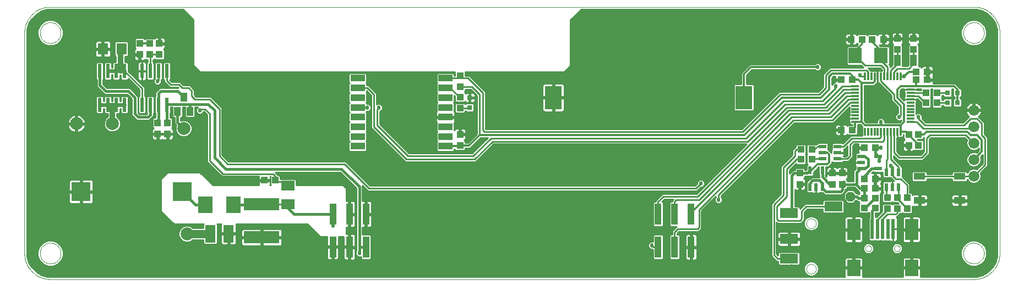
<source format=gtl>
G75*
G70*
%OFA0B0*%
%FSLAX24Y24*%
%IPPOS*%
%LPD*%
%AMOC8*
5,1,8,0,0,1.08239X$1,22.5*
%
%ADD10C,0.0000*%
%ADD11R,0.0433X0.0394*%
%ADD12R,0.0394X0.0433*%
%ADD13R,0.0315X0.0315*%
%ADD14R,0.0787X0.0984*%
%ADD15R,0.0787X0.1299*%
%ADD16R,0.0197X0.1220*%
%ADD17R,0.0472X0.0217*%
%ADD18R,0.1181X0.1181*%
%ADD19R,0.0236X0.0866*%
%ADD20R,0.0394X0.0551*%
%ADD21R,0.0630X0.0710*%
%ADD22C,0.0787*%
%ADD23R,0.0906X0.0984*%
%ADD24R,0.2165X0.0728*%
%ADD25R,0.0630X0.1063*%
%ADD26R,0.0787X0.0630*%
%ADD27R,0.0709X0.0433*%
%ADD28R,0.0118X0.0472*%
%ADD29R,0.0472X0.0118*%
%ADD30C,0.0660*%
%ADD31R,0.0236X0.0472*%
%ADD32R,0.0472X0.0236*%
%ADD33R,0.1102X0.0591*%
%ADD34R,0.0787X0.0945*%
%ADD35R,0.0217X0.0472*%
%ADD36R,0.0394X0.0709*%
%ADD37R,0.0860X0.0420*%
%ADD38R,0.0400X0.1300*%
%ADD39R,0.1024X0.1417*%
%ADD40C,0.0100*%
%ADD41C,0.0246*%
%ADD42C,0.0120*%
%ADD43C,0.0160*%
%ADD44C,0.0500*%
%ADD45C,0.0240*%
%ADD46C,0.0320*%
D10*
X001725Y000937D02*
X057630Y000937D01*
X057000Y002512D02*
X057002Y002562D01*
X057008Y002612D01*
X057018Y002661D01*
X057032Y002709D01*
X057049Y002756D01*
X057070Y002801D01*
X057095Y002845D01*
X057123Y002886D01*
X057155Y002925D01*
X057189Y002962D01*
X057226Y002996D01*
X057266Y003026D01*
X057308Y003053D01*
X057352Y003077D01*
X057398Y003098D01*
X057445Y003114D01*
X057493Y003127D01*
X057543Y003136D01*
X057592Y003141D01*
X057643Y003142D01*
X057693Y003139D01*
X057742Y003132D01*
X057791Y003121D01*
X057839Y003106D01*
X057885Y003088D01*
X057930Y003066D01*
X057973Y003040D01*
X058014Y003011D01*
X058053Y002979D01*
X058089Y002944D01*
X058121Y002906D01*
X058151Y002866D01*
X058178Y002823D01*
X058201Y002779D01*
X058220Y002733D01*
X058236Y002685D01*
X058248Y002636D01*
X058256Y002587D01*
X058260Y002537D01*
X058260Y002487D01*
X058256Y002437D01*
X058248Y002388D01*
X058236Y002339D01*
X058220Y002291D01*
X058201Y002245D01*
X058178Y002201D01*
X058151Y002158D01*
X058121Y002118D01*
X058089Y002080D01*
X058053Y002045D01*
X058014Y002013D01*
X057973Y001984D01*
X057930Y001958D01*
X057885Y001936D01*
X057839Y001918D01*
X057791Y001903D01*
X057742Y001892D01*
X057693Y001885D01*
X057643Y001882D01*
X057592Y001883D01*
X057543Y001888D01*
X057493Y001897D01*
X057445Y001910D01*
X057398Y001926D01*
X057352Y001947D01*
X057308Y001971D01*
X057266Y001998D01*
X057226Y002028D01*
X057189Y002062D01*
X057155Y002099D01*
X057123Y002138D01*
X057095Y002179D01*
X057070Y002223D01*
X057049Y002268D01*
X057032Y002315D01*
X057018Y002363D01*
X057008Y002412D01*
X057002Y002462D01*
X057000Y002512D01*
X057630Y000937D02*
X057707Y000939D01*
X057784Y000945D01*
X057861Y000954D01*
X057937Y000967D01*
X058013Y000984D01*
X058087Y001005D01*
X058161Y001029D01*
X058233Y001057D01*
X058303Y001088D01*
X058372Y001123D01*
X058440Y001161D01*
X058505Y001202D01*
X058568Y001247D01*
X058629Y001295D01*
X058688Y001345D01*
X058744Y001398D01*
X058797Y001454D01*
X058847Y001513D01*
X058895Y001574D01*
X058940Y001637D01*
X058981Y001702D01*
X059019Y001770D01*
X059054Y001839D01*
X059085Y001909D01*
X059113Y001981D01*
X059137Y002055D01*
X059158Y002129D01*
X059175Y002205D01*
X059188Y002281D01*
X059197Y002358D01*
X059203Y002435D01*
X059205Y002512D01*
X059205Y015898D01*
X057000Y015898D02*
X057002Y015948D01*
X057008Y015998D01*
X057018Y016047D01*
X057032Y016095D01*
X057049Y016142D01*
X057070Y016187D01*
X057095Y016231D01*
X057123Y016272D01*
X057155Y016311D01*
X057189Y016348D01*
X057226Y016382D01*
X057266Y016412D01*
X057308Y016439D01*
X057352Y016463D01*
X057398Y016484D01*
X057445Y016500D01*
X057493Y016513D01*
X057543Y016522D01*
X057592Y016527D01*
X057643Y016528D01*
X057693Y016525D01*
X057742Y016518D01*
X057791Y016507D01*
X057839Y016492D01*
X057885Y016474D01*
X057930Y016452D01*
X057973Y016426D01*
X058014Y016397D01*
X058053Y016365D01*
X058089Y016330D01*
X058121Y016292D01*
X058151Y016252D01*
X058178Y016209D01*
X058201Y016165D01*
X058220Y016119D01*
X058236Y016071D01*
X058248Y016022D01*
X058256Y015973D01*
X058260Y015923D01*
X058260Y015873D01*
X058256Y015823D01*
X058248Y015774D01*
X058236Y015725D01*
X058220Y015677D01*
X058201Y015631D01*
X058178Y015587D01*
X058151Y015544D01*
X058121Y015504D01*
X058089Y015466D01*
X058053Y015431D01*
X058014Y015399D01*
X057973Y015370D01*
X057930Y015344D01*
X057885Y015322D01*
X057839Y015304D01*
X057791Y015289D01*
X057742Y015278D01*
X057693Y015271D01*
X057643Y015268D01*
X057592Y015269D01*
X057543Y015274D01*
X057493Y015283D01*
X057445Y015296D01*
X057398Y015312D01*
X057352Y015333D01*
X057308Y015357D01*
X057266Y015384D01*
X057226Y015414D01*
X057189Y015448D01*
X057155Y015485D01*
X057123Y015524D01*
X057095Y015565D01*
X057070Y015609D01*
X057049Y015654D01*
X057032Y015701D01*
X057018Y015749D01*
X057008Y015798D01*
X057002Y015848D01*
X057000Y015898D01*
X057630Y017473D02*
X057707Y017471D01*
X057784Y017465D01*
X057861Y017456D01*
X057937Y017443D01*
X058013Y017426D01*
X058087Y017405D01*
X058161Y017381D01*
X058233Y017353D01*
X058303Y017322D01*
X058372Y017287D01*
X058440Y017249D01*
X058505Y017208D01*
X058568Y017163D01*
X058629Y017115D01*
X058688Y017065D01*
X058744Y017012D01*
X058797Y016956D01*
X058847Y016897D01*
X058895Y016836D01*
X058940Y016773D01*
X058981Y016708D01*
X059019Y016640D01*
X059054Y016571D01*
X059085Y016501D01*
X059113Y016429D01*
X059137Y016355D01*
X059158Y016281D01*
X059175Y016205D01*
X059188Y016129D01*
X059197Y016052D01*
X059203Y015975D01*
X059205Y015898D01*
X057630Y017473D02*
X001725Y017473D01*
X001095Y015898D02*
X001097Y015948D01*
X001103Y015998D01*
X001113Y016047D01*
X001127Y016095D01*
X001144Y016142D01*
X001165Y016187D01*
X001190Y016231D01*
X001218Y016272D01*
X001250Y016311D01*
X001284Y016348D01*
X001321Y016382D01*
X001361Y016412D01*
X001403Y016439D01*
X001447Y016463D01*
X001493Y016484D01*
X001540Y016500D01*
X001588Y016513D01*
X001638Y016522D01*
X001687Y016527D01*
X001738Y016528D01*
X001788Y016525D01*
X001837Y016518D01*
X001886Y016507D01*
X001934Y016492D01*
X001980Y016474D01*
X002025Y016452D01*
X002068Y016426D01*
X002109Y016397D01*
X002148Y016365D01*
X002184Y016330D01*
X002216Y016292D01*
X002246Y016252D01*
X002273Y016209D01*
X002296Y016165D01*
X002315Y016119D01*
X002331Y016071D01*
X002343Y016022D01*
X002351Y015973D01*
X002355Y015923D01*
X002355Y015873D01*
X002351Y015823D01*
X002343Y015774D01*
X002331Y015725D01*
X002315Y015677D01*
X002296Y015631D01*
X002273Y015587D01*
X002246Y015544D01*
X002216Y015504D01*
X002184Y015466D01*
X002148Y015431D01*
X002109Y015399D01*
X002068Y015370D01*
X002025Y015344D01*
X001980Y015322D01*
X001934Y015304D01*
X001886Y015289D01*
X001837Y015278D01*
X001788Y015271D01*
X001738Y015268D01*
X001687Y015269D01*
X001638Y015274D01*
X001588Y015283D01*
X001540Y015296D01*
X001493Y015312D01*
X001447Y015333D01*
X001403Y015357D01*
X001361Y015384D01*
X001321Y015414D01*
X001284Y015448D01*
X001250Y015485D01*
X001218Y015524D01*
X001190Y015565D01*
X001165Y015609D01*
X001144Y015654D01*
X001127Y015701D01*
X001113Y015749D01*
X001103Y015798D01*
X001097Y015848D01*
X001095Y015898D01*
X000150Y015898D02*
X000152Y015975D01*
X000158Y016052D01*
X000167Y016129D01*
X000180Y016205D01*
X000197Y016281D01*
X000218Y016355D01*
X000242Y016429D01*
X000270Y016501D01*
X000301Y016571D01*
X000336Y016640D01*
X000374Y016708D01*
X000415Y016773D01*
X000460Y016836D01*
X000508Y016897D01*
X000558Y016956D01*
X000611Y017012D01*
X000667Y017065D01*
X000726Y017115D01*
X000787Y017163D01*
X000850Y017208D01*
X000915Y017249D01*
X000983Y017287D01*
X001052Y017322D01*
X001122Y017353D01*
X001194Y017381D01*
X001268Y017405D01*
X001342Y017426D01*
X001418Y017443D01*
X001494Y017456D01*
X001571Y017465D01*
X001648Y017471D01*
X001725Y017473D01*
X000150Y015898D02*
X000150Y002512D01*
X001095Y002512D02*
X001097Y002562D01*
X001103Y002612D01*
X001113Y002661D01*
X001127Y002709D01*
X001144Y002756D01*
X001165Y002801D01*
X001190Y002845D01*
X001218Y002886D01*
X001250Y002925D01*
X001284Y002962D01*
X001321Y002996D01*
X001361Y003026D01*
X001403Y003053D01*
X001447Y003077D01*
X001493Y003098D01*
X001540Y003114D01*
X001588Y003127D01*
X001638Y003136D01*
X001687Y003141D01*
X001738Y003142D01*
X001788Y003139D01*
X001837Y003132D01*
X001886Y003121D01*
X001934Y003106D01*
X001980Y003088D01*
X002025Y003066D01*
X002068Y003040D01*
X002109Y003011D01*
X002148Y002979D01*
X002184Y002944D01*
X002216Y002906D01*
X002246Y002866D01*
X002273Y002823D01*
X002296Y002779D01*
X002315Y002733D01*
X002331Y002685D01*
X002343Y002636D01*
X002351Y002587D01*
X002355Y002537D01*
X002355Y002487D01*
X002351Y002437D01*
X002343Y002388D01*
X002331Y002339D01*
X002315Y002291D01*
X002296Y002245D01*
X002273Y002201D01*
X002246Y002158D01*
X002216Y002118D01*
X002184Y002080D01*
X002148Y002045D01*
X002109Y002013D01*
X002068Y001984D01*
X002025Y001958D01*
X001980Y001936D01*
X001934Y001918D01*
X001886Y001903D01*
X001837Y001892D01*
X001788Y001885D01*
X001738Y001882D01*
X001687Y001883D01*
X001638Y001888D01*
X001588Y001897D01*
X001540Y001910D01*
X001493Y001926D01*
X001447Y001947D01*
X001403Y001971D01*
X001361Y001998D01*
X001321Y002028D01*
X001284Y002062D01*
X001250Y002099D01*
X001218Y002138D01*
X001190Y002179D01*
X001165Y002223D01*
X001144Y002268D01*
X001127Y002315D01*
X001113Y002363D01*
X001103Y002412D01*
X001097Y002462D01*
X001095Y002512D01*
X000150Y002512D02*
X000152Y002435D01*
X000158Y002358D01*
X000167Y002281D01*
X000180Y002205D01*
X000197Y002129D01*
X000218Y002055D01*
X000242Y001981D01*
X000270Y001909D01*
X000301Y001839D01*
X000336Y001770D01*
X000374Y001702D01*
X000415Y001637D01*
X000460Y001574D01*
X000508Y001513D01*
X000558Y001454D01*
X000611Y001398D01*
X000667Y001345D01*
X000726Y001295D01*
X000787Y001247D01*
X000850Y001202D01*
X000915Y001161D01*
X000983Y001123D01*
X001052Y001088D01*
X001122Y001057D01*
X001194Y001029D01*
X001268Y001005D01*
X001342Y000984D01*
X001418Y000967D01*
X001494Y000954D01*
X001571Y000945D01*
X001648Y000939D01*
X001725Y000937D01*
X047493Y001567D02*
X047495Y001601D01*
X047501Y001635D01*
X047511Y001668D01*
X047524Y001699D01*
X047542Y001729D01*
X047562Y001757D01*
X047586Y001782D01*
X047612Y001804D01*
X047640Y001822D01*
X047671Y001838D01*
X047703Y001850D01*
X047737Y001858D01*
X047771Y001862D01*
X047805Y001862D01*
X047839Y001858D01*
X047873Y001850D01*
X047905Y001838D01*
X047935Y001822D01*
X047964Y001804D01*
X047990Y001782D01*
X048014Y001757D01*
X048034Y001729D01*
X048052Y001699D01*
X048065Y001668D01*
X048075Y001635D01*
X048081Y001601D01*
X048083Y001567D01*
X048081Y001533D01*
X048075Y001499D01*
X048065Y001466D01*
X048052Y001435D01*
X048034Y001405D01*
X048014Y001377D01*
X047990Y001352D01*
X047964Y001330D01*
X047936Y001312D01*
X047905Y001296D01*
X047873Y001284D01*
X047839Y001276D01*
X047805Y001272D01*
X047771Y001272D01*
X047737Y001276D01*
X047703Y001284D01*
X047671Y001296D01*
X047640Y001312D01*
X047612Y001330D01*
X047586Y001352D01*
X047562Y001377D01*
X047542Y001405D01*
X047524Y001435D01*
X047511Y001466D01*
X047501Y001499D01*
X047495Y001533D01*
X047493Y001567D01*
X051075Y002807D02*
X051077Y002833D01*
X051083Y002859D01*
X051093Y002884D01*
X051106Y002907D01*
X051122Y002927D01*
X051142Y002945D01*
X051164Y002960D01*
X051187Y002972D01*
X051213Y002980D01*
X051239Y002984D01*
X051265Y002984D01*
X051291Y002980D01*
X051317Y002972D01*
X051341Y002960D01*
X051362Y002945D01*
X051382Y002927D01*
X051398Y002907D01*
X051411Y002884D01*
X051421Y002859D01*
X051427Y002833D01*
X051429Y002807D01*
X051427Y002781D01*
X051421Y002755D01*
X051411Y002730D01*
X051398Y002707D01*
X051382Y002687D01*
X051362Y002669D01*
X051340Y002654D01*
X051317Y002642D01*
X051291Y002634D01*
X051265Y002630D01*
X051239Y002630D01*
X051213Y002634D01*
X051187Y002642D01*
X051163Y002654D01*
X051142Y002669D01*
X051122Y002687D01*
X051106Y002707D01*
X051093Y002730D01*
X051083Y002755D01*
X051077Y002781D01*
X051075Y002807D01*
X052808Y002807D02*
X052810Y002833D01*
X052816Y002859D01*
X052826Y002884D01*
X052839Y002907D01*
X052855Y002927D01*
X052875Y002945D01*
X052897Y002960D01*
X052920Y002972D01*
X052946Y002980D01*
X052972Y002984D01*
X052998Y002984D01*
X053024Y002980D01*
X053050Y002972D01*
X053074Y002960D01*
X053095Y002945D01*
X053115Y002927D01*
X053131Y002907D01*
X053144Y002884D01*
X053154Y002859D01*
X053160Y002833D01*
X053162Y002807D01*
X053160Y002781D01*
X053154Y002755D01*
X053144Y002730D01*
X053131Y002707D01*
X053115Y002687D01*
X053095Y002669D01*
X053073Y002654D01*
X053050Y002642D01*
X053024Y002634D01*
X052998Y002630D01*
X052972Y002630D01*
X052946Y002634D01*
X052920Y002642D01*
X052896Y002654D01*
X052875Y002669D01*
X052855Y002687D01*
X052839Y002707D01*
X052826Y002730D01*
X052816Y002755D01*
X052810Y002781D01*
X052808Y002807D01*
X047493Y004323D02*
X047495Y004357D01*
X047501Y004391D01*
X047511Y004424D01*
X047524Y004455D01*
X047542Y004485D01*
X047562Y004513D01*
X047586Y004538D01*
X047612Y004560D01*
X047640Y004578D01*
X047671Y004594D01*
X047703Y004606D01*
X047737Y004614D01*
X047771Y004618D01*
X047805Y004618D01*
X047839Y004614D01*
X047873Y004606D01*
X047905Y004594D01*
X047935Y004578D01*
X047964Y004560D01*
X047990Y004538D01*
X048014Y004513D01*
X048034Y004485D01*
X048052Y004455D01*
X048065Y004424D01*
X048075Y004391D01*
X048081Y004357D01*
X048083Y004323D01*
X048081Y004289D01*
X048075Y004255D01*
X048065Y004222D01*
X048052Y004191D01*
X048034Y004161D01*
X048014Y004133D01*
X047990Y004108D01*
X047964Y004086D01*
X047936Y004068D01*
X047905Y004052D01*
X047873Y004040D01*
X047839Y004032D01*
X047805Y004028D01*
X047771Y004028D01*
X047737Y004032D01*
X047703Y004040D01*
X047671Y004052D01*
X047640Y004068D01*
X047612Y004086D01*
X047586Y004108D01*
X047562Y004133D01*
X047542Y004161D01*
X047524Y004191D01*
X047511Y004222D01*
X047501Y004255D01*
X047495Y004289D01*
X047493Y004323D01*
D11*
X052414Y005229D03*
X053004Y005229D03*
X053595Y005229D03*
X053595Y005898D03*
X053004Y005898D03*
X052414Y005898D03*
X051666Y006449D03*
X050996Y006449D03*
X050996Y007040D03*
X051666Y007040D03*
X051666Y008910D03*
X050996Y008910D03*
X050288Y009993D03*
X049619Y009993D03*
X054284Y009737D03*
X054284Y009067D03*
X054146Y013044D03*
X054815Y013044D03*
X054815Y013536D03*
X054146Y013536D03*
X050288Y013044D03*
X049619Y013044D03*
X050209Y015504D03*
X050878Y015504D03*
X051489Y015504D03*
X052158Y015504D03*
X026528Y013280D03*
X026528Y012611D03*
X026528Y012000D03*
X026528Y011331D03*
X007729Y014579D03*
X007729Y015248D03*
D12*
X008319Y015248D03*
X007138Y015248D03*
X007138Y014579D03*
X008319Y014579D03*
X008221Y010426D03*
X008811Y010426D03*
X008811Y009756D03*
X008221Y009756D03*
X014678Y006941D03*
X015347Y006941D03*
X026528Y009067D03*
X026528Y009737D03*
X047158Y008811D03*
X047827Y008811D03*
X047827Y008221D03*
X047158Y008221D03*
X047099Y007374D03*
X047099Y006705D03*
X049067Y006705D03*
X049658Y006705D03*
X049658Y007374D03*
X049067Y007374D03*
X050996Y005859D03*
X051666Y005859D03*
X051666Y005268D03*
X050996Y005268D03*
X053693Y009067D03*
X053693Y009737D03*
X054737Y011666D03*
X055406Y011666D03*
X055406Y012256D03*
X054737Y012256D03*
X053989Y014874D03*
X053004Y014874D03*
X053004Y015544D03*
X053989Y015544D03*
D13*
X056056Y012256D03*
X056646Y012256D03*
X056646Y011666D03*
X056056Y011666D03*
X027119Y011961D03*
X027119Y011370D03*
D14*
X050367Y001626D03*
X053870Y001626D03*
D15*
X053870Y003949D03*
X050367Y003949D03*
D16*
X051489Y003989D03*
X051804Y003989D03*
X052119Y003989D03*
X052433Y003989D03*
X052748Y003989D03*
D17*
X051843Y007650D03*
X050819Y007650D03*
X050819Y008024D03*
X050819Y008398D03*
X051843Y008398D03*
D18*
X009717Y006252D03*
X003575Y006252D03*
D19*
X004715Y011528D03*
X005215Y011528D03*
X005715Y011528D03*
X006215Y011528D03*
X007274Y011528D03*
X007774Y011528D03*
X008274Y011528D03*
X008774Y011528D03*
X008774Y013575D03*
X008274Y013575D03*
X007774Y013575D03*
X007274Y013575D03*
X006215Y013575D03*
X005715Y013575D03*
X005215Y013575D03*
X004715Y013575D03*
D20*
X009796Y012000D03*
X010170Y011134D03*
X009422Y011134D03*
D21*
X006025Y014914D03*
X004905Y014914D03*
D22*
X005465Y010386D03*
X003300Y010386D03*
X009796Y010091D03*
X009993Y003693D03*
D23*
X011115Y005465D03*
X012807Y005465D03*
D24*
X014520Y005485D03*
X014520Y003477D03*
D25*
X012512Y003693D03*
X011410Y003693D03*
D26*
X016095Y005504D03*
X016095Y006607D03*
D27*
X054343Y007178D03*
X056784Y007178D03*
X056784Y005721D03*
X054343Y005721D03*
D28*
X053201Y009894D03*
X053004Y009894D03*
X052807Y009894D03*
X052611Y009894D03*
X052414Y009894D03*
X052217Y009894D03*
X052020Y009894D03*
X051823Y009894D03*
X051626Y009894D03*
X051430Y009894D03*
X051233Y009894D03*
X051036Y009894D03*
X051036Y013241D03*
X051233Y013241D03*
X051430Y013241D03*
X051626Y013241D03*
X051823Y013241D03*
X052020Y013241D03*
X052217Y013241D03*
X052414Y013241D03*
X052611Y013241D03*
X052807Y013241D03*
X053004Y013241D03*
X053201Y013241D03*
D29*
X053792Y012650D03*
X053792Y012453D03*
X053792Y012256D03*
X053792Y012059D03*
X053792Y011863D03*
X053792Y011666D03*
X053792Y011469D03*
X053792Y011272D03*
X053792Y011075D03*
X053792Y010878D03*
X053792Y010681D03*
X053792Y010485D03*
X050445Y010485D03*
X050445Y010681D03*
X050445Y010878D03*
X050445Y011075D03*
X050445Y011272D03*
X050445Y011469D03*
X050445Y011666D03*
X050445Y011863D03*
X050445Y012059D03*
X050445Y012256D03*
X050445Y012453D03*
X050445Y012650D03*
D30*
X057630Y011205D03*
X057630Y010205D03*
X057630Y009205D03*
X057630Y008205D03*
X057630Y007205D03*
D31*
X053083Y007433D03*
X052709Y007433D03*
X052335Y007433D03*
X052335Y006528D03*
X052709Y006528D03*
X053083Y006528D03*
D32*
X049382Y008241D03*
X049382Y008615D03*
X048477Y008615D03*
X048477Y008241D03*
X048477Y008989D03*
X049382Y008989D03*
D33*
X049126Y005347D03*
X046449Y004953D03*
X046449Y003378D03*
X046449Y002197D03*
D34*
X050445Y014520D03*
X052020Y014520D03*
D35*
X048457Y007552D03*
X047709Y007552D03*
X047709Y006528D03*
X048083Y006528D03*
X048457Y006528D03*
D36*
X053004Y014225D03*
X053989Y014225D03*
D37*
X025642Y013142D03*
X025642Y012552D03*
X025642Y011961D03*
X025642Y011370D03*
X025642Y010780D03*
X025642Y010189D03*
X025642Y009599D03*
X025642Y009008D03*
X020327Y009008D03*
X020327Y009599D03*
X020327Y010189D03*
X020327Y010780D03*
X020327Y011370D03*
X020327Y011961D03*
X020327Y012552D03*
X020327Y013142D03*
D38*
X019835Y004890D03*
X018835Y004890D03*
X020835Y004890D03*
X020835Y002890D03*
X019835Y002890D03*
X018835Y002890D03*
X038520Y002890D03*
X039520Y002890D03*
X040520Y002890D03*
X040520Y004890D03*
X039520Y004890D03*
X038520Y004890D03*
D39*
X043713Y011961D03*
X032178Y011961D03*
D40*
X032228Y011969D02*
X043091Y011969D01*
X043091Y011871D02*
X032839Y011871D01*
X032839Y011911D02*
X032839Y011233D01*
X032829Y011194D01*
X032809Y011160D01*
X032781Y011132D01*
X032747Y011113D01*
X032709Y011102D01*
X032228Y011102D01*
X032228Y011911D01*
X032228Y012011D01*
X032839Y012011D01*
X032839Y012689D01*
X032829Y012728D01*
X032809Y012762D01*
X032781Y012790D01*
X032747Y012809D01*
X032709Y012820D01*
X032228Y012820D01*
X032228Y012011D01*
X032128Y012011D01*
X032128Y012820D01*
X031646Y012820D01*
X031608Y012809D01*
X031574Y012790D01*
X031546Y012762D01*
X031526Y012728D01*
X031516Y012689D01*
X031516Y012011D01*
X032128Y012011D01*
X032128Y011911D01*
X032228Y011911D01*
X032839Y011911D01*
X032839Y011772D02*
X043091Y011772D01*
X043091Y011674D02*
X032839Y011674D01*
X032839Y011575D02*
X043091Y011575D01*
X043091Y011477D02*
X032839Y011477D01*
X032839Y011378D02*
X043091Y011378D01*
X043091Y011280D02*
X032839Y011280D01*
X032822Y011181D02*
X043117Y011181D01*
X043091Y011207D02*
X043156Y011142D01*
X044270Y011142D01*
X044335Y011207D01*
X044335Y012715D01*
X044270Y012780D01*
X043883Y012780D01*
X043883Y013328D01*
X044216Y013661D01*
X048022Y013661D01*
X048085Y013598D01*
X048278Y013598D01*
X048414Y013735D01*
X048414Y013928D01*
X048278Y014064D01*
X048085Y014064D01*
X048022Y014001D01*
X044076Y014001D01*
X043643Y013568D01*
X043543Y013468D01*
X043543Y012780D01*
X043156Y012780D01*
X043091Y012715D01*
X043091Y011207D01*
X044309Y011181D02*
X044715Y011181D01*
X044616Y011083D02*
X028066Y011083D01*
X028066Y011181D02*
X031533Y011181D01*
X031526Y011194D02*
X031546Y011160D01*
X031574Y011132D01*
X031608Y011113D01*
X031646Y011102D01*
X032128Y011102D01*
X032128Y011911D01*
X031516Y011911D01*
X031516Y011233D01*
X031526Y011194D01*
X031516Y011280D02*
X028066Y011280D01*
X028066Y011378D02*
X031516Y011378D01*
X031516Y011477D02*
X028066Y011477D01*
X028066Y011575D02*
X031516Y011575D01*
X031516Y011674D02*
X028066Y011674D01*
X028066Y011772D02*
X031516Y011772D01*
X031516Y011871D02*
X028066Y011871D01*
X028066Y011969D02*
X032128Y011969D01*
X032128Y011871D02*
X032228Y011871D01*
X032228Y011772D02*
X032128Y011772D01*
X032128Y011674D02*
X032228Y011674D01*
X032228Y011575D02*
X032128Y011575D01*
X032128Y011477D02*
X032228Y011477D01*
X032228Y011378D02*
X032128Y011378D01*
X032128Y011280D02*
X032228Y011280D01*
X032228Y011181D02*
X032128Y011181D01*
X032128Y012068D02*
X032228Y012068D01*
X032228Y012166D02*
X032128Y012166D01*
X032128Y012265D02*
X032228Y012265D01*
X032228Y012363D02*
X032128Y012363D01*
X032128Y012462D02*
X032228Y012462D01*
X032228Y012560D02*
X032128Y012560D01*
X032128Y012659D02*
X032228Y012659D01*
X032228Y012757D02*
X032128Y012757D01*
X031543Y012757D02*
X027631Y012757D01*
X027730Y012659D02*
X031516Y012659D01*
X031516Y012560D02*
X027828Y012560D01*
X027927Y012462D02*
X031516Y012462D01*
X031516Y012363D02*
X028025Y012363D01*
X028066Y012323D02*
X027972Y012416D01*
X027180Y013208D01*
X027086Y013302D01*
X026854Y013302D01*
X026854Y013522D01*
X026841Y013536D01*
X032827Y013536D01*
X033221Y013930D01*
X033221Y016685D01*
X033858Y017323D01*
X057630Y017323D01*
X057816Y017311D01*
X058176Y017214D01*
X058429Y017068D01*
X058801Y016696D01*
X058947Y016443D01*
X059043Y016084D01*
X059055Y015898D01*
X059055Y002512D01*
X059043Y002326D01*
X058947Y001967D01*
X058947Y001967D01*
X058801Y001714D01*
X058429Y001342D01*
X058176Y001196D01*
X057816Y001100D01*
X057630Y001087D01*
X054407Y001087D01*
X054414Y001115D01*
X054414Y001576D01*
X053920Y001576D01*
X053920Y001676D01*
X053820Y001676D01*
X053820Y001576D01*
X053327Y001576D01*
X053327Y001115D01*
X053334Y001087D01*
X050903Y001087D01*
X050910Y001115D01*
X050910Y001576D01*
X050417Y001576D01*
X050417Y001676D01*
X050910Y001676D01*
X050910Y002138D01*
X050900Y002176D01*
X050880Y002211D01*
X050852Y002239D01*
X050818Y002258D01*
X050780Y002269D01*
X050417Y002269D01*
X050417Y001676D01*
X050317Y001676D01*
X050317Y001576D01*
X049823Y001576D01*
X049823Y001115D01*
X049830Y001087D01*
X019638Y001087D01*
X019638Y002090D01*
X019785Y002090D01*
X019785Y002840D01*
X019885Y002840D01*
X019885Y002090D01*
X020055Y002090D01*
X020093Y002100D01*
X020127Y002120D01*
X020155Y002148D01*
X020175Y002182D01*
X020185Y002220D01*
X020185Y002840D01*
X019885Y002840D01*
X019885Y002940D01*
X020185Y002940D01*
X020185Y003560D01*
X020175Y003598D01*
X020155Y003632D01*
X020127Y003660D01*
X020093Y003680D01*
X020055Y003690D01*
X019885Y003690D01*
X019885Y002940D01*
X019785Y002940D01*
X019785Y003690D01*
X019638Y003690D01*
X019638Y004090D01*
X019785Y004090D01*
X019785Y004840D01*
X019885Y004840D01*
X019885Y004090D01*
X020055Y004090D01*
X020093Y004100D01*
X020127Y004120D01*
X020155Y004148D01*
X020175Y004182D01*
X020185Y004220D01*
X020185Y004840D01*
X019885Y004840D01*
X019885Y004940D01*
X020185Y004940D01*
X020185Y005560D01*
X020175Y005598D01*
X020155Y005632D01*
X020127Y005660D01*
X020093Y005680D01*
X020055Y005690D01*
X019885Y005690D01*
X019885Y004940D01*
X019785Y004940D01*
X019785Y005690D01*
X019638Y005690D01*
X019638Y006449D01*
X019441Y006646D01*
X016599Y006646D01*
X016599Y006967D01*
X016534Y007032D01*
X015656Y007032D01*
X015654Y007030D01*
X015654Y007203D01*
X015589Y007268D01*
X015502Y007268D01*
X015369Y007401D01*
X015330Y007440D01*
X019264Y007440D01*
X020236Y006469D01*
X020236Y002652D01*
X020193Y002609D01*
X020193Y002416D01*
X020329Y002279D01*
X020522Y002279D01*
X020525Y002282D01*
X020525Y002195D01*
X020589Y002130D01*
X021081Y002130D01*
X021145Y002195D01*
X021145Y003586D01*
X021081Y003650D01*
X020616Y003650D01*
X020616Y004090D01*
X020785Y004090D01*
X020785Y004840D01*
X020885Y004840D01*
X020885Y004090D01*
X021055Y004090D01*
X021093Y004100D01*
X021127Y004120D01*
X021155Y004148D01*
X021175Y004182D01*
X021185Y004220D01*
X021185Y004840D01*
X020885Y004840D01*
X020885Y004940D01*
X021185Y004940D01*
X021185Y005560D01*
X021175Y005598D01*
X021155Y005632D01*
X021127Y005660D01*
X021093Y005680D01*
X021055Y005690D01*
X020885Y005690D01*
X020885Y004940D01*
X020785Y004940D01*
X020785Y005690D01*
X020616Y005690D01*
X020616Y006623D01*
X020856Y006383D01*
X020950Y006289D01*
X040866Y006289D01*
X041088Y006511D01*
X041191Y006511D01*
X041328Y006648D01*
X041328Y006841D01*
X041191Y006977D01*
X040998Y006977D01*
X040862Y006841D01*
X040862Y006738D01*
X040733Y006609D01*
X021082Y006609D01*
X019606Y008086D01*
X012519Y008086D01*
X012121Y008484D01*
X012121Y011338D01*
X012027Y011432D01*
X011530Y011929D01*
X011437Y012023D01*
X010551Y012023D01*
X010448Y012126D01*
X010448Y012421D01*
X010354Y012515D01*
X010157Y012712D01*
X009764Y012712D01*
X009567Y012908D01*
X009075Y012908D01*
X008944Y013039D01*
X009002Y013097D01*
X009002Y014054D01*
X008938Y014118D01*
X008610Y014118D01*
X008546Y014054D01*
X008546Y013097D01*
X008610Y013032D01*
X008614Y013032D01*
X008614Y012916D01*
X008708Y012823D01*
X008848Y012682D01*
X008942Y012588D01*
X009434Y012588D01*
X009478Y012545D01*
X008339Y012545D01*
X008228Y012433D01*
X008084Y012290D01*
X008084Y012045D01*
X008046Y012007D01*
X008046Y011049D01*
X008084Y011011D01*
X008084Y010752D01*
X007978Y010752D01*
X007914Y010688D01*
X007914Y010163D01*
X007965Y010112D01*
X007932Y010093D01*
X007904Y010065D01*
X007884Y010031D01*
X007874Y009993D01*
X007874Y009805D01*
X008172Y009805D01*
X008172Y009708D01*
X007874Y009708D01*
X007874Y009520D01*
X007884Y009482D01*
X007904Y009448D01*
X007932Y009420D01*
X007966Y009400D01*
X008004Y009390D01*
X008172Y009390D01*
X008172Y009708D01*
X008269Y009708D01*
X008269Y009390D01*
X008437Y009390D01*
X008476Y009400D01*
X008510Y009420D01*
X008516Y009426D01*
X008522Y009420D01*
X008557Y009400D01*
X008595Y009390D01*
X008763Y009390D01*
X008763Y009708D01*
X008269Y009708D01*
X008269Y009805D01*
X008465Y009805D01*
X008763Y009805D01*
X008763Y009708D01*
X008860Y009708D01*
X008860Y009805D01*
X009158Y009805D01*
X009158Y009993D01*
X009148Y010031D01*
X009128Y010065D01*
X009100Y010093D01*
X009067Y010112D01*
X009118Y010163D01*
X009118Y010688D01*
X009054Y010752D01*
X008964Y010752D01*
X008964Y011011D01*
X009002Y011049D01*
X009002Y011377D01*
X009115Y011377D01*
X009115Y010813D01*
X009179Y010749D01*
X009232Y010749D01*
X009232Y010386D01*
X009331Y010286D01*
X009292Y010191D01*
X009292Y009991D01*
X009369Y009806D01*
X009510Y009664D01*
X009695Y009587D01*
X009896Y009587D01*
X010081Y009664D01*
X010223Y009806D01*
X010299Y009991D01*
X010299Y010191D01*
X010223Y010376D01*
X010081Y010518D01*
X009896Y010595D01*
X009695Y010595D01*
X009612Y010560D01*
X009612Y010749D01*
X009664Y010749D01*
X009729Y010813D01*
X009729Y011377D01*
X009863Y011377D01*
X009863Y010813D01*
X009927Y010749D01*
X010412Y010749D01*
X010477Y010813D01*
X010477Y011377D01*
X010654Y011377D01*
X010547Y011270D01*
X010547Y011077D01*
X010683Y010941D01*
X010876Y010941D01*
X011013Y011077D01*
X011013Y011108D01*
X011210Y010910D01*
X011210Y008056D01*
X011304Y007962D01*
X012092Y007175D01*
X014331Y007175D01*
X014331Y006990D01*
X014629Y006990D01*
X014629Y006893D01*
X014331Y006893D01*
X014331Y006705D01*
X014341Y006667D01*
X014353Y006646D01*
X011567Y006646D01*
X010780Y007433D01*
X008811Y007433D01*
X008418Y007040D01*
X008418Y005071D01*
X009205Y004284D01*
X010998Y004284D01*
X010985Y004270D01*
X010985Y004053D01*
X010345Y004053D01*
X010278Y004120D01*
X010093Y004197D01*
X009892Y004197D01*
X009707Y004120D01*
X009566Y003979D01*
X009489Y003793D01*
X009489Y003593D01*
X009566Y003408D01*
X009707Y003266D01*
X009892Y003190D01*
X010093Y003190D01*
X010278Y003266D01*
X010345Y003333D01*
X010985Y003333D01*
X010985Y003116D01*
X011049Y003052D01*
X011770Y003052D01*
X011835Y003116D01*
X011835Y004270D01*
X011821Y004284D01*
X012058Y004284D01*
X012057Y004283D01*
X012047Y004245D01*
X012047Y003743D01*
X012462Y003743D01*
X012462Y003643D01*
X012562Y003643D01*
X012562Y003012D01*
X012847Y003012D01*
X012885Y003022D01*
X012919Y003042D01*
X012947Y003070D01*
X012967Y003104D01*
X012977Y003142D01*
X012977Y003643D01*
X012562Y003643D01*
X012562Y003743D01*
X012977Y003743D01*
X012977Y004245D01*
X012967Y004283D01*
X012966Y004284D01*
X017276Y004284D01*
X018063Y003496D01*
X018063Y001087D01*
X001725Y001087D01*
X001539Y001100D01*
X001180Y001196D01*
X000927Y001342D01*
X000554Y001714D01*
X000408Y001967D01*
X000312Y002326D01*
X000300Y002512D01*
X000300Y015898D01*
X000312Y016084D01*
X000408Y016443D01*
X000554Y016696D01*
X000927Y017068D01*
X001180Y017214D01*
X001539Y017311D01*
X001725Y017323D01*
X009749Y017323D01*
X010386Y016685D01*
X010386Y013930D01*
X010780Y013536D01*
X026215Y013536D01*
X026201Y013522D01*
X026201Y013302D01*
X026182Y013302D01*
X026182Y013398D01*
X026118Y013462D01*
X025167Y013462D01*
X025102Y013398D01*
X025102Y012887D01*
X025142Y012847D01*
X025102Y012807D01*
X025102Y012296D01*
X025142Y012256D01*
X025102Y012217D01*
X025102Y011705D01*
X025142Y011666D01*
X025102Y011626D01*
X025102Y011115D01*
X025114Y011103D01*
X025092Y011082D01*
X025072Y011048D01*
X025062Y011010D01*
X025062Y010830D01*
X025592Y010830D01*
X025592Y010730D01*
X025062Y010730D01*
X025062Y010550D01*
X025072Y010512D01*
X025092Y010478D01*
X025114Y010456D01*
X025102Y010445D01*
X025102Y009934D01*
X025142Y009894D01*
X025102Y009854D01*
X025102Y009343D01*
X025142Y009304D01*
X025102Y009264D01*
X025102Y008753D01*
X025167Y008688D01*
X026118Y008688D01*
X026182Y008753D01*
X026182Y008838D01*
X026221Y008838D01*
X026221Y008805D01*
X026286Y008741D01*
X026770Y008741D01*
X026835Y008805D01*
X026835Y008897D01*
X027150Y008897D01*
X027249Y008997D01*
X027779Y009527D01*
X028199Y009527D01*
X027249Y008578D01*
X023445Y008578D01*
X021668Y010354D01*
X021668Y011137D01*
X021703Y011137D01*
X021840Y011274D01*
X021840Y011467D01*
X021703Y011603D01*
X021510Y011603D01*
X021471Y011565D01*
X021471Y012224D01*
X020984Y012712D01*
X020867Y012712D01*
X020867Y012807D01*
X020827Y012847D01*
X020867Y012887D01*
X020867Y013398D01*
X020803Y013462D01*
X019852Y013462D01*
X019787Y013398D01*
X019787Y012887D01*
X019827Y012847D01*
X019787Y012807D01*
X019787Y012296D01*
X019827Y012256D01*
X019787Y012217D01*
X019787Y011705D01*
X019827Y011666D01*
X019787Y011626D01*
X019787Y011115D01*
X019827Y011075D01*
X019787Y011035D01*
X019787Y010524D01*
X019827Y010485D01*
X019787Y010445D01*
X019787Y009934D01*
X019827Y009894D01*
X019787Y009854D01*
X019787Y009343D01*
X019827Y009304D01*
X019787Y009264D01*
X019787Y008753D01*
X019852Y008688D01*
X020803Y008688D01*
X020867Y008753D01*
X020867Y009264D01*
X020827Y009304D01*
X020867Y009343D01*
X020867Y009854D01*
X020827Y009894D01*
X020867Y009934D01*
X020867Y010445D01*
X020827Y010485D01*
X020867Y010524D01*
X020867Y011035D01*
X020827Y011075D01*
X020867Y011115D01*
X020867Y011137D01*
X021014Y011137D01*
X021151Y011274D01*
X021151Y011467D01*
X021014Y011603D01*
X020867Y011603D01*
X020867Y011626D01*
X020827Y011666D01*
X020867Y011705D01*
X020867Y012217D01*
X020827Y012256D01*
X020867Y012296D01*
X020867Y012376D01*
X021151Y012092D01*
X021151Y010123D01*
X021245Y010029D01*
X023214Y008061D01*
X027480Y008061D01*
X027574Y008155D01*
X028563Y009144D01*
X043858Y009144D01*
X040832Y006117D01*
X038765Y006117D01*
X038454Y005806D01*
X038360Y005712D01*
X038360Y005650D01*
X038275Y005650D01*
X038210Y005586D01*
X038210Y004195D01*
X038275Y004130D01*
X038766Y004130D01*
X038830Y004195D01*
X038830Y005586D01*
X038766Y005650D01*
X038750Y005650D01*
X038897Y005797D01*
X039429Y005797D01*
X039360Y005728D01*
X039360Y005650D01*
X039275Y005650D01*
X039210Y005586D01*
X039210Y004195D01*
X039275Y004130D01*
X039632Y004130D01*
X039454Y003952D01*
X039360Y003858D01*
X039360Y003650D01*
X039275Y003650D01*
X039210Y003586D01*
X039210Y002195D01*
X039275Y002130D01*
X039766Y002130D01*
X039830Y002195D01*
X039830Y003586D01*
X039766Y003650D01*
X039680Y003650D01*
X039680Y003725D01*
X039783Y003829D01*
X040964Y003829D01*
X041058Y003922D01*
X041156Y004021D01*
X041156Y005103D01*
X042018Y005965D01*
X042018Y005930D01*
X041945Y005857D01*
X041945Y005664D01*
X042081Y005527D01*
X042274Y005527D01*
X042411Y005664D01*
X042411Y005857D01*
X042338Y005930D01*
X042338Y005989D01*
X046771Y010423D01*
X049134Y010423D01*
X049227Y010517D01*
X050099Y011389D01*
X050099Y010843D01*
X050089Y010833D01*
X050069Y010798D01*
X050059Y010760D01*
X050059Y010682D01*
X050445Y010682D01*
X050445Y010681D01*
X050059Y010681D01*
X050059Y010603D01*
X050069Y010565D01*
X050089Y010530D01*
X050099Y010520D01*
X050099Y010380D01*
X050163Y010316D01*
X050275Y010316D01*
X050275Y010299D01*
X050026Y010299D01*
X049974Y010248D01*
X049955Y010281D01*
X049927Y010309D01*
X049893Y010329D01*
X049855Y010339D01*
X049667Y010339D01*
X049667Y010041D01*
X049570Y010041D01*
X049570Y009944D01*
X049667Y009944D01*
X049667Y009646D01*
X049855Y009646D01*
X049893Y009656D01*
X049927Y009676D01*
X049955Y009704D01*
X050007Y009704D01*
X050026Y009686D02*
X049974Y009737D01*
X049955Y009704D01*
X050026Y009686D02*
X050550Y009686D01*
X050614Y009750D01*
X050614Y010079D01*
X050615Y010080D01*
X050615Y010315D01*
X050769Y010315D01*
X050866Y010217D01*
X050887Y010196D01*
X050867Y010176D01*
X050867Y009660D01*
X050182Y009660D01*
X049701Y009179D01*
X049664Y009217D01*
X049100Y009217D01*
X049036Y009152D01*
X049036Y008835D01*
X049026Y008825D01*
X049006Y008791D01*
X048996Y008752D01*
X048996Y008631D01*
X048942Y008685D01*
X048842Y008785D01*
X048817Y008785D01*
X048800Y008802D01*
X048823Y008825D01*
X048823Y009152D01*
X048759Y009217D01*
X048195Y009217D01*
X048131Y009152D01*
X048131Y009149D01*
X048096Y009149D01*
X048077Y009130D01*
X048070Y009138D01*
X047585Y009138D01*
X047520Y009074D01*
X047520Y008549D01*
X047553Y008516D01*
X047520Y008483D01*
X047520Y007959D01*
X047581Y007898D01*
X047555Y007898D01*
X047491Y007833D01*
X047491Y007602D01*
X047453Y007564D01*
X047406Y007564D01*
X047406Y007637D01*
X047341Y007701D01*
X046856Y007701D01*
X046792Y007637D01*
X046792Y007564D01*
X046666Y007564D01*
X046528Y007427D01*
X046471Y007370D01*
X046471Y007564D01*
X046859Y007951D01*
X046915Y007894D01*
X047400Y007894D01*
X047465Y007959D01*
X047465Y008483D01*
X047432Y008516D01*
X047465Y008549D01*
X047465Y009074D01*
X047400Y009138D01*
X046915Y009138D01*
X046851Y009074D01*
X046851Y008971D01*
X046836Y008971D01*
X046742Y008878D01*
X046644Y008779D01*
X046644Y008484D01*
X045955Y007795D01*
X045955Y006122D01*
X045458Y005625D01*
X045458Y005625D01*
X045364Y005531D01*
X045364Y002348D01*
X045674Y002037D01*
X045788Y002037D01*
X045788Y001856D01*
X045852Y001792D01*
X047046Y001792D01*
X047110Y001856D01*
X047110Y002538D01*
X047046Y002603D01*
X045852Y002603D01*
X045788Y002538D01*
X045788Y002376D01*
X045684Y002480D01*
X045684Y004390D01*
X045753Y004321D01*
X047165Y004321D01*
X047264Y004419D01*
X047357Y004513D01*
X047357Y005005D01*
X047539Y005187D01*
X048465Y005187D01*
X048465Y005006D01*
X048530Y004942D01*
X049723Y004942D01*
X049788Y005006D01*
X049788Y005688D01*
X049723Y005752D01*
X048530Y005752D01*
X048465Y005688D01*
X048465Y005507D01*
X047407Y005507D01*
X047313Y005413D01*
X047110Y005211D01*
X047110Y005294D01*
X047046Y005358D01*
X046797Y005358D01*
X046797Y006382D01*
X046810Y006369D01*
X046844Y006349D01*
X046882Y006339D01*
X047050Y006339D01*
X047050Y006657D01*
X047147Y006657D01*
X047147Y006754D01*
X047446Y006754D01*
X047446Y006941D01*
X047435Y006980D01*
X047416Y007014D01*
X047388Y007042D01*
X047354Y007061D01*
X047406Y007112D01*
X047406Y007184D01*
X047611Y007184D01*
X047632Y007205D01*
X047863Y007205D01*
X047927Y007270D01*
X047927Y007431D01*
X048239Y007742D01*
X048239Y007270D01*
X048267Y007242D01*
X048267Y007131D01*
X047808Y007131D01*
X047696Y007020D01*
X047519Y006843D01*
X047519Y006838D01*
X047491Y006810D01*
X047491Y006246D01*
X047555Y006182D01*
X047863Y006182D01*
X047868Y006187D01*
X047883Y006172D01*
X047917Y006152D01*
X047955Y006142D01*
X048079Y006142D01*
X048079Y006524D01*
X048087Y006524D01*
X048087Y006142D01*
X048211Y006142D01*
X048249Y006152D01*
X048283Y006172D01*
X048298Y006187D01*
X048303Y006182D01*
X048476Y006182D01*
X048595Y006062D01*
X049638Y006062D01*
X049737Y006161D01*
X049848Y006272D01*
X049848Y006379D01*
X049900Y006379D01*
X049965Y006443D01*
X049965Y006515D01*
X050406Y006515D01*
X050465Y006456D01*
X050662Y006259D01*
X050670Y006259D01*
X050670Y006207D01*
X050723Y006154D01*
X050690Y006121D01*
X050690Y006080D01*
X050622Y006147D01*
X050524Y006147D01*
X050438Y006233D01*
X050327Y006344D01*
X049973Y006344D01*
X049874Y006246D01*
X049763Y006134D01*
X049763Y005780D01*
X049862Y005682D01*
X049973Y005570D01*
X050327Y005570D01*
X050438Y005682D01*
X050494Y005738D01*
X050563Y005669D01*
X050690Y005669D01*
X050690Y005597D01*
X050723Y005563D01*
X050690Y005530D01*
X050690Y005006D01*
X050754Y004942D01*
X051239Y004942D01*
X051299Y005001D01*
X051299Y004663D01*
X051280Y004644D01*
X051280Y003333D01*
X051345Y003268D01*
X051633Y003268D01*
X051646Y003282D01*
X051660Y003268D01*
X051948Y003268D01*
X051961Y003282D01*
X051975Y003268D01*
X052262Y003268D01*
X052276Y003282D01*
X052289Y003268D01*
X052548Y003268D01*
X052558Y003258D01*
X052592Y003239D01*
X052630Y003228D01*
X052748Y003228D01*
X052748Y003989D01*
X052748Y003989D01*
X052997Y003989D01*
X052997Y004619D01*
X052987Y004657D01*
X052967Y004691D01*
X052943Y004714D01*
X052972Y004714D01*
X053071Y004813D01*
X053164Y004907D01*
X053164Y004922D01*
X053266Y004922D01*
X053300Y004955D01*
X053333Y004922D01*
X053857Y004922D01*
X053921Y004986D01*
X053921Y005370D01*
X053931Y005365D01*
X053969Y005354D01*
X054293Y005354D01*
X054293Y005671D01*
X054393Y005671D01*
X054393Y005771D01*
X054293Y005771D01*
X054293Y006087D01*
X053969Y006087D01*
X053931Y006077D01*
X053921Y006072D01*
X053921Y006140D01*
X053857Y006205D01*
X053755Y006205D01*
X053755Y006712D01*
X053361Y007106D01*
X053311Y007156D01*
X053311Y007715D01*
X053247Y007780D01*
X053243Y007780D01*
X053243Y007815D01*
X052771Y008287D01*
X052771Y008425D01*
X052943Y008253D01*
X053036Y008159D01*
X054547Y008159D01*
X054842Y008455D01*
X054936Y008548D01*
X054936Y009434D01*
X055039Y009537D01*
X057072Y009537D01*
X057227Y009382D01*
X057190Y009293D01*
X057190Y009118D01*
X057257Y008956D01*
X057381Y008832D01*
X057543Y008765D01*
X057718Y008765D01*
X057880Y008832D01*
X057952Y008905D01*
X057952Y008768D01*
X057797Y008612D01*
X057718Y008645D01*
X057543Y008645D01*
X057381Y008578D01*
X057257Y008454D01*
X057190Y008293D01*
X057190Y008118D01*
X057257Y007956D01*
X057381Y007832D01*
X057543Y007765D01*
X057718Y007765D01*
X057880Y007832D01*
X058031Y007832D01*
X057978Y007931D02*
X058130Y007931D01*
X058159Y007960D02*
X057807Y007608D01*
X057718Y007645D01*
X057543Y007645D01*
X057381Y007578D01*
X057257Y007454D01*
X057248Y007432D01*
X057248Y007440D01*
X057184Y007504D01*
X056384Y007504D01*
X056320Y007440D01*
X056320Y007338D01*
X054807Y007338D01*
X054807Y007440D01*
X054743Y007504D01*
X053943Y007504D01*
X053879Y007440D01*
X053879Y006915D01*
X053943Y006851D01*
X054743Y006851D01*
X054807Y006915D01*
X054807Y007018D01*
X056320Y007018D01*
X056320Y006915D01*
X056384Y006851D01*
X057184Y006851D01*
X057248Y006915D01*
X057248Y006978D01*
X057257Y006956D01*
X057381Y006832D01*
X057543Y006765D01*
X057718Y006765D01*
X057880Y006832D01*
X058003Y006956D01*
X058070Y007118D01*
X058070Y007293D01*
X058033Y007382D01*
X058479Y007828D01*
X058479Y009567D01*
X058386Y009660D01*
X058282Y009764D01*
X058282Y010452D01*
X058189Y010546D01*
X057916Y010819D01*
X057943Y010839D01*
X057996Y010892D01*
X058041Y010954D01*
X058075Y011021D01*
X058098Y011093D01*
X058109Y011157D01*
X057679Y011157D01*
X057679Y011254D01*
X057582Y011254D01*
X057582Y011683D01*
X057518Y011673D01*
X057446Y011650D01*
X057379Y011616D01*
X057318Y011571D01*
X057264Y011518D01*
X057220Y011457D01*
X057185Y011389D01*
X057162Y011318D01*
X057152Y011254D01*
X057582Y011254D01*
X057582Y011157D01*
X057152Y011157D01*
X057162Y011093D01*
X057185Y011021D01*
X057220Y010954D01*
X057264Y010892D01*
X057318Y010839D01*
X057345Y010819D01*
X057273Y010748D01*
X056973Y010448D01*
X054744Y010448D01*
X054513Y010679D01*
X054517Y010683D01*
X054517Y010876D01*
X054380Y011013D01*
X054187Y011013D01*
X054138Y010964D01*
X054138Y011701D01*
X054148Y011711D01*
X054168Y011746D01*
X054178Y011784D01*
X054178Y011863D01*
X054178Y011899D01*
X054218Y011899D01*
X054430Y011687D01*
X054430Y011404D01*
X054494Y011339D01*
X054979Y011339D01*
X055043Y011404D01*
X055043Y011928D01*
X055010Y011961D01*
X055043Y011994D01*
X055043Y012480D01*
X055099Y012480D01*
X055099Y011994D01*
X055132Y011961D01*
X055099Y011928D01*
X055099Y011404D01*
X055163Y011339D01*
X055648Y011339D01*
X055713Y011404D01*
X055713Y011506D01*
X055788Y011506D01*
X055788Y011463D01*
X055852Y011398D01*
X056259Y011398D01*
X056323Y011463D01*
X056323Y011869D01*
X056259Y011933D01*
X055852Y011933D01*
X055788Y011869D01*
X055788Y011826D01*
X055713Y011826D01*
X055713Y011928D01*
X055680Y011961D01*
X055713Y011994D01*
X055713Y012096D01*
X055788Y012096D01*
X055788Y012053D01*
X055852Y011989D01*
X056259Y011989D01*
X056323Y012053D01*
X056323Y012459D01*
X056302Y012480D01*
X056379Y012480D01*
X056389Y012470D01*
X056379Y012459D01*
X056379Y012053D01*
X056443Y011989D01*
X056476Y011989D01*
X056476Y011933D01*
X056443Y011933D01*
X056379Y011869D01*
X056379Y011463D01*
X056443Y011398D01*
X056849Y011398D01*
X056914Y011463D01*
X056914Y011869D01*
X056849Y011933D01*
X056816Y011933D01*
X056816Y011989D01*
X056849Y011989D01*
X056914Y012053D01*
X056914Y012459D01*
X056849Y012524D01*
X056816Y012524D01*
X056619Y012720D01*
X056520Y012820D01*
X055180Y012820D01*
X055182Y012827D01*
X055182Y012995D01*
X054864Y012995D01*
X054864Y013092D01*
X055182Y013092D01*
X055182Y013260D01*
X055174Y013290D01*
X055182Y013319D01*
X055182Y013487D01*
X054864Y013487D01*
X054864Y013092D01*
X054767Y013092D01*
X054767Y013189D01*
X054767Y013487D01*
X054864Y013487D01*
X054864Y013584D01*
X055182Y013584D01*
X055182Y013752D01*
X055172Y013791D01*
X055152Y013825D01*
X055124Y013853D01*
X055090Y013872D01*
X055052Y013883D01*
X054864Y013883D01*
X054864Y013584D01*
X054767Y013584D01*
X054767Y013883D01*
X054579Y013883D01*
X054541Y013872D01*
X054507Y013853D01*
X054479Y013825D01*
X054459Y013791D01*
X054408Y013843D01*
X054295Y013843D01*
X054295Y015137D01*
X054244Y015188D01*
X054278Y015207D01*
X054305Y015235D01*
X054325Y015269D01*
X054335Y015307D01*
X054335Y015495D01*
X054037Y015495D01*
X054037Y015592D01*
X054335Y015592D01*
X054335Y015780D01*
X054325Y015818D01*
X054305Y015852D01*
X054278Y015880D01*
X054243Y015900D01*
X054205Y015910D01*
X054037Y015910D01*
X054037Y015592D01*
X053940Y015592D01*
X053940Y015495D01*
X053642Y015495D01*
X053642Y015307D01*
X053652Y015269D01*
X053672Y015235D01*
X053700Y015207D01*
X053733Y015188D01*
X053682Y015137D01*
X053682Y013947D01*
X053627Y013893D01*
X053311Y013893D01*
X053311Y015137D01*
X053260Y015188D01*
X053293Y015207D01*
X053321Y015235D01*
X053341Y015269D01*
X053351Y015307D01*
X053351Y015495D01*
X053053Y015495D01*
X053053Y015592D01*
X053351Y015592D01*
X053351Y015780D01*
X053341Y015818D01*
X053321Y015852D01*
X053293Y015880D01*
X053259Y015900D01*
X053221Y015910D01*
X053053Y015910D01*
X053053Y015592D01*
X052956Y015592D01*
X052956Y015495D01*
X052657Y015495D01*
X052657Y015307D01*
X052668Y015269D01*
X052687Y015235D01*
X052715Y015207D01*
X052749Y015188D01*
X052697Y015137D01*
X052697Y013947D01*
X052574Y013824D01*
X052574Y013897D01*
X052496Y013975D01*
X052524Y014002D01*
X052524Y015038D01*
X052459Y015103D01*
X051959Y015103D01*
X051898Y015164D01*
X051922Y015157D01*
X052109Y015157D01*
X052109Y015456D01*
X052206Y015456D01*
X052206Y015157D01*
X052394Y015157D01*
X052432Y015168D01*
X052467Y015187D01*
X052494Y015215D01*
X052514Y015250D01*
X052524Y015288D01*
X052524Y015456D01*
X052206Y015456D01*
X052206Y015553D01*
X052109Y015553D01*
X052109Y015851D01*
X051922Y015851D01*
X051883Y015841D01*
X051849Y015821D01*
X051821Y015793D01*
X051802Y015760D01*
X051751Y015811D01*
X051839Y015811D01*
X051751Y015811D02*
X051226Y015811D01*
X051141Y015811D01*
X051140Y015811D02*
X050616Y015811D01*
X050528Y015811D01*
X050518Y015821D02*
X050483Y015841D01*
X050445Y015851D01*
X050257Y015851D01*
X050257Y015553D01*
X050161Y015553D01*
X050161Y015851D01*
X049973Y015851D01*
X049935Y015841D01*
X049900Y015821D01*
X049872Y015793D01*
X049853Y015759D01*
X049843Y015721D01*
X049843Y015553D01*
X050161Y015553D01*
X050161Y015456D01*
X050257Y015456D01*
X050257Y015157D01*
X050445Y015157D01*
X050483Y015168D01*
X050518Y015187D01*
X050546Y015215D01*
X050565Y015249D01*
X050609Y015205D01*
X050506Y015103D01*
X050006Y015103D01*
X049942Y015038D01*
X049942Y014002D01*
X050006Y013938D01*
X050801Y013938D01*
X050945Y013794D01*
X048903Y013794D01*
X048607Y013499D01*
X048514Y013405D01*
X048514Y012618D01*
X048214Y012318D01*
X045851Y012318D01*
X043588Y010054D01*
X028071Y010054D01*
X028066Y010059D01*
X028066Y012323D01*
X028066Y012265D02*
X031516Y012265D01*
X031516Y012166D02*
X028066Y012166D01*
X028066Y012068D02*
X031516Y012068D01*
X032839Y012068D02*
X043091Y012068D01*
X043091Y012166D02*
X032839Y012166D01*
X032839Y012265D02*
X043091Y012265D01*
X043091Y012363D02*
X032839Y012363D01*
X032839Y012462D02*
X043091Y012462D01*
X043091Y012560D02*
X032839Y012560D01*
X032839Y012659D02*
X043091Y012659D01*
X043133Y012757D02*
X032812Y012757D01*
X032837Y013545D02*
X043620Y013545D01*
X043543Y013447D02*
X026854Y013447D01*
X026854Y013348D02*
X043543Y013348D01*
X043543Y013250D02*
X027139Y013250D01*
X027237Y013151D02*
X043543Y013151D01*
X043543Y013053D02*
X027336Y013053D01*
X027434Y012954D02*
X043543Y012954D01*
X043543Y012856D02*
X027533Y012856D01*
X027256Y012611D02*
X027709Y012158D01*
X027709Y009697D01*
X027549Y009778D02*
X027539Y009768D01*
X027539Y009768D01*
X027009Y009237D01*
X026835Y009237D01*
X026835Y009329D01*
X026783Y009381D01*
X026817Y009400D01*
X026845Y009428D01*
X026865Y009462D01*
X026875Y009500D01*
X026875Y009688D01*
X026576Y009688D01*
X026576Y009785D01*
X026480Y009785D01*
X026480Y010103D01*
X026311Y010103D01*
X026273Y010093D01*
X026239Y010073D01*
X026211Y010045D01*
X026191Y010011D01*
X026182Y009977D01*
X026182Y010445D01*
X026171Y010456D01*
X026192Y010478D01*
X026212Y010512D01*
X026222Y010550D01*
X026222Y010730D01*
X025692Y010730D01*
X025692Y010830D01*
X026222Y010830D01*
X026222Y011010D01*
X026212Y011048D01*
X026192Y011082D01*
X026171Y011103D01*
X026182Y011115D01*
X026182Y011626D01*
X026142Y011666D01*
X026182Y011705D01*
X026182Y012081D01*
X026201Y012061D01*
X026201Y011758D01*
X026266Y011694D01*
X026790Y011694D01*
X026829Y011732D01*
X026841Y011711D01*
X026869Y011684D01*
X026903Y011664D01*
X026941Y011654D01*
X027090Y011654D01*
X027090Y011932D01*
X027147Y011932D01*
X027147Y011654D01*
X027296Y011654D01*
X027334Y011664D01*
X027368Y011684D01*
X027396Y011711D01*
X027416Y011746D01*
X027426Y011784D01*
X027426Y011932D01*
X027147Y011932D01*
X027147Y011990D01*
X027090Y011990D01*
X027090Y012269D01*
X026941Y012269D01*
X026903Y012258D01*
X026869Y012239D01*
X026854Y012224D01*
X026854Y012243D01*
X026792Y012306D01*
X026854Y012368D01*
X026854Y012451D01*
X027190Y012451D01*
X027549Y012092D01*
X027549Y009778D01*
X027549Y009802D02*
X026875Y009802D01*
X026875Y009785D02*
X026875Y009973D01*
X026865Y010011D01*
X026845Y010045D01*
X026817Y010073D01*
X026783Y010093D01*
X026745Y010103D01*
X026576Y010103D01*
X026576Y009785D01*
X026875Y009785D01*
X026875Y009901D02*
X027549Y009901D01*
X027549Y009999D02*
X026868Y009999D01*
X026764Y010098D02*
X027549Y010098D01*
X027549Y010196D02*
X026182Y010196D01*
X026182Y010098D02*
X026292Y010098D01*
X026188Y009999D02*
X026182Y009999D01*
X026480Y009999D02*
X026576Y009999D01*
X026576Y009901D02*
X026480Y009901D01*
X026480Y009802D02*
X026576Y009802D01*
X026576Y009704D02*
X027475Y009704D01*
X027377Y009605D02*
X026875Y009605D01*
X026875Y009507D02*
X027278Y009507D01*
X027180Y009408D02*
X026825Y009408D01*
X026835Y009310D02*
X027081Y009310D01*
X027365Y009113D02*
X027784Y009113D01*
X027686Y009014D02*
X027267Y009014D01*
X027168Y008916D02*
X027587Y008916D01*
X027489Y008817D02*
X026835Y008817D01*
X027390Y008719D02*
X026148Y008719D01*
X026182Y008817D02*
X026221Y008817D01*
X027292Y008620D02*
X023402Y008620D01*
X023303Y008719D02*
X025136Y008719D01*
X025102Y008817D02*
X023205Y008817D01*
X023106Y008916D02*
X025102Y008916D01*
X025102Y009014D02*
X023008Y009014D01*
X022909Y009113D02*
X025102Y009113D01*
X025102Y009211D02*
X022811Y009211D01*
X022712Y009310D02*
X025135Y009310D01*
X025102Y009408D02*
X022614Y009408D01*
X022515Y009507D02*
X025102Y009507D01*
X025102Y009605D02*
X022417Y009605D01*
X022318Y009704D02*
X025102Y009704D01*
X025102Y009802D02*
X022220Y009802D01*
X022121Y009901D02*
X025135Y009901D01*
X025102Y009999D02*
X022023Y009999D01*
X021924Y010098D02*
X025102Y010098D01*
X025102Y010196D02*
X021826Y010196D01*
X021727Y010295D02*
X025102Y010295D01*
X025102Y010393D02*
X021668Y010393D01*
X021668Y010492D02*
X025084Y010492D01*
X025062Y010590D02*
X021668Y010590D01*
X021668Y010689D02*
X025062Y010689D01*
X025062Y010886D02*
X021668Y010886D01*
X021668Y010984D02*
X025062Y010984D01*
X025093Y011083D02*
X021668Y011083D01*
X021747Y011181D02*
X025102Y011181D01*
X025102Y011280D02*
X021840Y011280D01*
X021840Y011378D02*
X025102Y011378D01*
X025102Y011477D02*
X021830Y011477D01*
X021731Y011575D02*
X025102Y011575D01*
X025134Y011674D02*
X021471Y011674D01*
X021471Y011772D02*
X025102Y011772D01*
X025102Y011871D02*
X021471Y011871D01*
X021471Y011969D02*
X025102Y011969D01*
X025102Y012068D02*
X021471Y012068D01*
X021471Y012166D02*
X025102Y012166D01*
X025133Y012265D02*
X021431Y012265D01*
X021332Y012363D02*
X025102Y012363D01*
X025102Y012462D02*
X021234Y012462D01*
X021135Y012560D02*
X025102Y012560D01*
X025102Y012659D02*
X021037Y012659D01*
X020918Y012552D02*
X021311Y012158D01*
X021311Y010189D01*
X023280Y008221D01*
X027414Y008221D01*
X028496Y009304D01*
X043949Y009304D01*
X046213Y011567D01*
X048575Y011567D01*
X049658Y012650D01*
X050445Y012650D01*
X050445Y012453D02*
X049756Y012453D01*
X048674Y011370D01*
X046311Y011370D01*
X040898Y005957D01*
X038831Y005957D01*
X038520Y005646D01*
X038520Y004890D01*
X038210Y004877D02*
X020885Y004877D01*
X020885Y004779D02*
X020785Y004779D01*
X020785Y004680D02*
X020885Y004680D01*
X020885Y004582D02*
X020785Y004582D01*
X020785Y004483D02*
X020885Y004483D01*
X020885Y004385D02*
X020785Y004385D01*
X020785Y004286D02*
X020885Y004286D01*
X020885Y004188D02*
X020785Y004188D01*
X020616Y004089D02*
X039591Y004089D01*
X039493Y003991D02*
X020616Y003991D01*
X020616Y003892D02*
X039394Y003892D01*
X039360Y003794D02*
X020616Y003794D01*
X020616Y003695D02*
X039360Y003695D01*
X039221Y003597D02*
X038819Y003597D01*
X038830Y003586D02*
X038766Y003650D01*
X038275Y003650D01*
X038210Y003586D01*
X038210Y003237D01*
X038046Y003237D01*
X037909Y003101D01*
X037909Y002908D01*
X038046Y002771D01*
X038149Y002771D01*
X038190Y002730D01*
X038210Y002730D01*
X038210Y002195D01*
X038275Y002130D01*
X038766Y002130D01*
X038830Y002195D01*
X038830Y003586D01*
X038830Y003498D02*
X039210Y003498D01*
X039210Y003400D02*
X038830Y003400D01*
X038830Y003301D02*
X039210Y003301D01*
X039210Y003203D02*
X038830Y003203D01*
X038830Y003104D02*
X039210Y003104D01*
X039210Y003006D02*
X038830Y003006D01*
X038830Y002907D02*
X039210Y002907D01*
X039210Y002809D02*
X038830Y002809D01*
X038830Y002710D02*
X039210Y002710D01*
X039210Y002612D02*
X038830Y002612D01*
X038830Y002513D02*
X039210Y002513D01*
X039210Y002415D02*
X038830Y002415D01*
X038830Y002316D02*
X039210Y002316D01*
X039210Y002218D02*
X038830Y002218D01*
X038210Y002218D02*
X021145Y002218D01*
X021145Y002316D02*
X038210Y002316D01*
X038210Y002415D02*
X021145Y002415D01*
X021145Y002513D02*
X038210Y002513D01*
X038210Y002612D02*
X021145Y002612D01*
X021145Y002710D02*
X038210Y002710D01*
X038256Y002890D02*
X038142Y003004D01*
X038256Y002890D02*
X038520Y002890D01*
X038008Y002809D02*
X021145Y002809D01*
X021145Y002907D02*
X037910Y002907D01*
X037909Y003006D02*
X021145Y003006D01*
X021145Y003104D02*
X037913Y003104D01*
X038011Y003203D02*
X021145Y003203D01*
X021145Y003301D02*
X038210Y003301D01*
X038210Y003400D02*
X021145Y003400D01*
X021145Y003498D02*
X038210Y003498D01*
X038221Y003597D02*
X021134Y003597D01*
X020236Y003597D02*
X020175Y003597D01*
X020185Y003498D02*
X020236Y003498D01*
X020236Y003400D02*
X020185Y003400D01*
X020185Y003301D02*
X020236Y003301D01*
X020236Y003203D02*
X020185Y003203D01*
X020185Y003104D02*
X020236Y003104D01*
X020236Y003006D02*
X020185Y003006D01*
X020236Y002907D02*
X019885Y002907D01*
X019885Y002809D02*
X019785Y002809D01*
X019785Y002710D02*
X019885Y002710D01*
X019885Y002612D02*
X019785Y002612D01*
X019785Y002513D02*
X019885Y002513D01*
X019885Y002415D02*
X019785Y002415D01*
X019785Y002316D02*
X019885Y002316D01*
X019885Y002218D02*
X019785Y002218D01*
X019785Y002119D02*
X019885Y002119D01*
X020126Y002119D02*
X040229Y002119D01*
X040228Y002120D02*
X040262Y002100D01*
X040300Y002090D01*
X040470Y002090D01*
X040470Y002840D01*
X040570Y002840D01*
X040570Y002090D01*
X040740Y002090D01*
X040778Y002100D01*
X040812Y002120D01*
X040840Y002148D01*
X040860Y002182D01*
X040870Y002220D01*
X040870Y002840D01*
X040570Y002840D01*
X040570Y002940D01*
X040870Y002940D01*
X040870Y003560D01*
X040860Y003598D01*
X040840Y003632D01*
X040812Y003660D01*
X040778Y003680D01*
X040740Y003690D01*
X040570Y003690D01*
X040570Y002940D01*
X040470Y002940D01*
X040470Y002840D01*
X040170Y002840D01*
X040170Y002220D01*
X040180Y002182D01*
X040200Y002148D01*
X040228Y002120D01*
X040171Y002218D02*
X039830Y002218D01*
X039830Y002316D02*
X040170Y002316D01*
X040170Y002415D02*
X039830Y002415D01*
X039830Y002513D02*
X040170Y002513D01*
X040170Y002612D02*
X039830Y002612D01*
X039830Y002710D02*
X040170Y002710D01*
X040170Y002809D02*
X039830Y002809D01*
X039830Y002907D02*
X040470Y002907D01*
X040470Y002940D02*
X040170Y002940D01*
X040170Y003560D01*
X040180Y003598D01*
X040200Y003632D01*
X040228Y003660D01*
X040262Y003680D01*
X040300Y003690D01*
X040470Y003690D01*
X040470Y002940D01*
X040470Y003006D02*
X040570Y003006D01*
X040570Y003104D02*
X040470Y003104D01*
X040470Y003203D02*
X040570Y003203D01*
X040570Y003301D02*
X040470Y003301D01*
X040470Y003400D02*
X040570Y003400D01*
X040570Y003498D02*
X040470Y003498D01*
X040470Y003597D02*
X040570Y003597D01*
X040860Y003597D02*
X045364Y003597D01*
X045364Y003695D02*
X039680Y003695D01*
X039749Y003794D02*
X045364Y003794D01*
X045364Y003892D02*
X041028Y003892D01*
X041127Y003991D02*
X045364Y003991D01*
X045364Y004089D02*
X041156Y004089D01*
X041156Y004188D02*
X045364Y004188D01*
X045364Y004286D02*
X041156Y004286D01*
X041156Y004385D02*
X045364Y004385D01*
X045364Y004483D02*
X041156Y004483D01*
X041156Y004582D02*
X045364Y004582D01*
X045364Y004680D02*
X041156Y004680D01*
X041156Y004779D02*
X045364Y004779D01*
X045364Y004877D02*
X041156Y004877D01*
X041156Y004976D02*
X045364Y004976D01*
X045364Y005074D02*
X041156Y005074D01*
X041226Y005173D02*
X045364Y005173D01*
X045364Y005271D02*
X041324Y005271D01*
X041423Y005370D02*
X045364Y005370D01*
X045364Y005468D02*
X041521Y005468D01*
X041620Y005567D02*
X042041Y005567D01*
X041945Y005665D02*
X041718Y005665D01*
X041817Y005764D02*
X041945Y005764D01*
X041950Y005862D02*
X041915Y005862D01*
X042014Y005961D02*
X042018Y005961D01*
X042178Y006056D02*
X042178Y005760D01*
X042411Y005764D02*
X045597Y005764D01*
X045695Y005862D02*
X042405Y005862D01*
X042338Y005961D02*
X045794Y005961D01*
X045892Y006059D02*
X042408Y006059D01*
X042506Y006158D02*
X045955Y006158D01*
X045955Y006256D02*
X042605Y006256D01*
X042703Y006355D02*
X045955Y006355D01*
X045955Y006453D02*
X042802Y006453D01*
X042900Y006552D02*
X045955Y006552D01*
X045955Y006650D02*
X042999Y006650D01*
X043097Y006749D02*
X045955Y006749D01*
X045955Y006847D02*
X043196Y006847D01*
X043294Y006946D02*
X045955Y006946D01*
X045955Y007044D02*
X043393Y007044D01*
X043491Y007143D02*
X045955Y007143D01*
X045955Y007241D02*
X043590Y007241D01*
X043688Y007340D02*
X045955Y007340D01*
X045955Y007438D02*
X043787Y007438D01*
X043885Y007537D02*
X045955Y007537D01*
X045955Y007635D02*
X043984Y007635D01*
X044082Y007734D02*
X045955Y007734D01*
X045992Y007832D02*
X044181Y007832D01*
X044279Y007931D02*
X046090Y007931D01*
X046189Y008029D02*
X044378Y008029D01*
X044476Y008128D02*
X046287Y008128D01*
X046386Y008226D02*
X044575Y008226D01*
X044673Y008325D02*
X046484Y008325D01*
X046583Y008423D02*
X044772Y008423D01*
X044870Y008522D02*
X046644Y008522D01*
X046644Y008620D02*
X044969Y008620D01*
X045067Y008719D02*
X046644Y008719D01*
X046682Y008817D02*
X045166Y008817D01*
X045264Y008916D02*
X046780Y008916D01*
X046851Y009014D02*
X045363Y009014D01*
X045461Y009113D02*
X046890Y009113D01*
X046902Y008811D02*
X047158Y008811D01*
X046902Y008811D02*
X046804Y008713D01*
X046804Y008418D01*
X046115Y007729D01*
X046115Y006056D01*
X045524Y005465D01*
X045524Y002414D01*
X045741Y002197D01*
X046449Y002197D01*
X047110Y002218D02*
X049860Y002218D01*
X049853Y002211D02*
X049881Y002239D01*
X049915Y002258D01*
X049953Y002269D01*
X050317Y002269D01*
X050317Y001676D01*
X049823Y001676D01*
X049823Y002138D01*
X049833Y002176D01*
X049853Y002211D01*
X049823Y002119D02*
X047110Y002119D01*
X047110Y002021D02*
X049823Y002021D01*
X049823Y001922D02*
X048062Y001922D01*
X048040Y001945D02*
X047876Y002013D01*
X047699Y002013D01*
X047536Y001945D01*
X047410Y001820D01*
X047343Y001656D01*
X047343Y001479D01*
X047410Y001315D01*
X047536Y001190D01*
X047699Y001122D01*
X047876Y001122D01*
X048040Y001190D01*
X048165Y001315D01*
X048233Y001479D01*
X048233Y001656D01*
X048165Y001820D01*
X048040Y001945D01*
X048161Y001824D02*
X049823Y001824D01*
X049823Y001725D02*
X048204Y001725D01*
X048233Y001627D02*
X050317Y001627D01*
X050317Y001725D02*
X050417Y001725D01*
X050417Y001627D02*
X053820Y001627D01*
X053820Y001676D02*
X053327Y001676D01*
X053327Y002138D01*
X053337Y002176D01*
X053357Y002211D01*
X053385Y002239D01*
X053419Y002258D01*
X053457Y002269D01*
X053820Y002269D01*
X053820Y001676D01*
X053820Y001725D02*
X053920Y001725D01*
X053920Y001676D02*
X053920Y002269D01*
X054284Y002269D01*
X054322Y002258D01*
X054356Y002239D01*
X054384Y002211D01*
X054404Y002176D01*
X054414Y002138D01*
X054414Y001676D01*
X053920Y001676D01*
X053920Y001627D02*
X058714Y001627D01*
X058807Y001725D02*
X054414Y001725D01*
X054414Y001824D02*
X057254Y001824D01*
X057189Y001851D02*
X057475Y001732D01*
X057785Y001732D01*
X058072Y001851D01*
X058291Y002070D01*
X058410Y002357D01*
X058410Y002667D01*
X058291Y002954D01*
X058072Y003173D01*
X057785Y003292D01*
X057475Y003292D01*
X057189Y003173D01*
X056969Y002954D01*
X056850Y002667D01*
X056850Y002357D01*
X056969Y002070D01*
X057189Y001851D01*
X057117Y001922D02*
X054414Y001922D01*
X054414Y002021D02*
X057019Y002021D01*
X056949Y002119D02*
X054414Y002119D01*
X054377Y002218D02*
X056908Y002218D01*
X056867Y002316D02*
X047110Y002316D01*
X047110Y002415D02*
X056850Y002415D01*
X056850Y002513D02*
X053130Y002513D01*
X053170Y002530D02*
X053262Y002622D01*
X053312Y002742D01*
X053312Y002873D01*
X053262Y002993D01*
X053170Y003085D01*
X053050Y003135D01*
X052920Y003135D01*
X052799Y003085D01*
X052707Y002993D01*
X052657Y002873D01*
X052657Y002742D01*
X052707Y002622D01*
X052799Y002530D01*
X052920Y002480D01*
X053050Y002480D01*
X053170Y002530D01*
X053252Y002612D02*
X056850Y002612D01*
X056868Y002710D02*
X053299Y002710D01*
X053312Y002809D02*
X056909Y002809D01*
X056950Y002907D02*
X053297Y002907D01*
X053249Y003006D02*
X057021Y003006D01*
X057120Y003104D02*
X053123Y003104D01*
X052967Y003286D02*
X052987Y003320D01*
X052997Y003359D01*
X052997Y003989D01*
X052748Y003989D01*
X052748Y003989D01*
X052748Y003228D01*
X052867Y003228D01*
X052905Y003239D01*
X052939Y003258D01*
X052967Y003286D01*
X052976Y003301D02*
X053327Y003301D01*
X053327Y003280D02*
X053337Y003242D01*
X053357Y003208D01*
X053385Y003180D01*
X053419Y003160D01*
X053457Y003150D01*
X053820Y003150D01*
X053820Y003899D01*
X053327Y003899D01*
X053327Y003280D01*
X053361Y003203D02*
X050876Y003203D01*
X050880Y003208D02*
X050900Y003242D01*
X050910Y003280D01*
X050910Y003899D01*
X050417Y003899D01*
X050417Y003999D01*
X050910Y003999D01*
X050910Y004619D01*
X050900Y004657D01*
X050880Y004691D01*
X050852Y004719D01*
X050818Y004739D01*
X050780Y004749D01*
X050417Y004749D01*
X050417Y003999D01*
X050317Y003999D01*
X050317Y004749D01*
X049953Y004749D01*
X049915Y004739D01*
X049881Y004719D01*
X049853Y004691D01*
X049833Y004657D01*
X049823Y004619D01*
X049823Y003999D01*
X050317Y003999D01*
X050317Y003899D01*
X050417Y003899D01*
X050417Y003150D01*
X050780Y003150D01*
X050818Y003160D01*
X050852Y003180D01*
X050880Y003208D01*
X050910Y003301D02*
X051312Y003301D01*
X051280Y003400D02*
X050910Y003400D01*
X050910Y003498D02*
X051280Y003498D01*
X051280Y003597D02*
X050910Y003597D01*
X050910Y003695D02*
X051280Y003695D01*
X051280Y003794D02*
X050910Y003794D01*
X050910Y003892D02*
X051280Y003892D01*
X051280Y003991D02*
X050417Y003991D01*
X050417Y004089D02*
X050317Y004089D01*
X050317Y003991D02*
X048085Y003991D01*
X048040Y003946D02*
X048165Y004071D01*
X048233Y004235D01*
X048233Y004412D01*
X048165Y004575D01*
X048040Y004701D01*
X047876Y004769D01*
X047699Y004769D01*
X047536Y004701D01*
X047410Y004575D01*
X047343Y004412D01*
X047343Y004235D01*
X047410Y004071D01*
X047536Y003946D01*
X047699Y003878D01*
X047876Y003878D01*
X048040Y003946D01*
X047911Y003892D02*
X049823Y003892D01*
X049823Y003899D02*
X049823Y003280D01*
X049833Y003242D01*
X049853Y003208D01*
X049881Y003180D01*
X049915Y003160D01*
X049953Y003150D01*
X050317Y003150D01*
X050317Y003899D01*
X049823Y003899D01*
X049823Y003794D02*
X047092Y003794D01*
X047058Y003813D01*
X047020Y003824D01*
X046499Y003824D01*
X046499Y003428D01*
X047150Y003428D01*
X047150Y003693D01*
X047140Y003732D01*
X047120Y003766D01*
X047092Y003794D01*
X047150Y003695D02*
X049823Y003695D01*
X049823Y003597D02*
X047150Y003597D01*
X047150Y003498D02*
X049823Y003498D01*
X049823Y003400D02*
X046499Y003400D01*
X046499Y003428D02*
X046499Y003328D01*
X046499Y002933D01*
X047020Y002933D01*
X047058Y002943D01*
X047092Y002963D01*
X047120Y002991D01*
X047140Y003025D01*
X047150Y003063D01*
X047150Y003328D01*
X046499Y003328D01*
X046399Y003328D01*
X046399Y002933D01*
X045878Y002933D01*
X045840Y002943D01*
X045806Y002963D01*
X045778Y002991D01*
X045758Y003025D01*
X045748Y003063D01*
X045748Y003328D01*
X046399Y003328D01*
X046399Y003428D01*
X045748Y003428D01*
X045748Y003693D01*
X045758Y003732D01*
X045778Y003766D01*
X045806Y003794D01*
X045840Y003813D01*
X045878Y003824D01*
X046399Y003824D01*
X046399Y003428D01*
X046499Y003428D01*
X046499Y003498D02*
X046399Y003498D01*
X046399Y003400D02*
X045684Y003400D01*
X045684Y003498D02*
X045748Y003498D01*
X045748Y003597D02*
X045684Y003597D01*
X045684Y003695D02*
X045749Y003695D01*
X045806Y003794D02*
X045684Y003794D01*
X045684Y003892D02*
X047664Y003892D01*
X047490Y003991D02*
X045684Y003991D01*
X045684Y004089D02*
X047403Y004089D01*
X047362Y004188D02*
X045684Y004188D01*
X045684Y004286D02*
X047343Y004286D01*
X047343Y004385D02*
X047229Y004385D01*
X047328Y004483D02*
X047372Y004483D01*
X047357Y004582D02*
X047417Y004582D01*
X047357Y004680D02*
X047515Y004680D01*
X047357Y004779D02*
X051299Y004779D01*
X051299Y004877D02*
X047357Y004877D01*
X047357Y004976D02*
X048495Y004976D01*
X048465Y005074D02*
X047427Y005074D01*
X047525Y005173D02*
X048465Y005173D01*
X049126Y005347D02*
X047473Y005347D01*
X047197Y005071D01*
X047197Y004579D01*
X047099Y004481D01*
X045819Y004481D01*
X045721Y004579D01*
X045721Y005367D01*
X046311Y005957D01*
X046311Y007630D01*
X046902Y008221D01*
X047158Y008221D01*
X047465Y008226D02*
X047520Y008226D01*
X047520Y008128D02*
X047465Y008128D01*
X047465Y008029D02*
X047520Y008029D01*
X047548Y007931D02*
X047437Y007931D01*
X047491Y007832D02*
X046740Y007832D01*
X046641Y007734D02*
X047491Y007734D01*
X047491Y007635D02*
X047406Y007635D01*
X047935Y007438D02*
X048239Y007438D01*
X048239Y007340D02*
X047927Y007340D01*
X047899Y007241D02*
X048267Y007241D01*
X048267Y007143D02*
X047406Y007143D01*
X047383Y007044D02*
X047721Y007044D01*
X047622Y006946D02*
X047444Y006946D01*
X047446Y006847D02*
X047524Y006847D01*
X047491Y006749D02*
X047147Y006749D01*
X047147Y006657D02*
X047446Y006657D01*
X047446Y006469D01*
X047435Y006431D01*
X047416Y006396D01*
X047388Y006369D01*
X047354Y006349D01*
X047315Y006339D01*
X047147Y006339D01*
X047147Y006657D01*
X047147Y006650D02*
X047050Y006650D01*
X047050Y006552D02*
X047147Y006552D01*
X047147Y006453D02*
X047050Y006453D01*
X047050Y006355D02*
X047147Y006355D01*
X047364Y006355D02*
X047491Y006355D01*
X047491Y006453D02*
X047442Y006453D01*
X047446Y006552D02*
X047491Y006552D01*
X047491Y006650D02*
X047446Y006650D01*
X046833Y006355D02*
X046797Y006355D01*
X046797Y006256D02*
X047491Y006256D01*
X047907Y006158D02*
X046797Y006158D01*
X046797Y006059D02*
X049763Y006059D01*
X049763Y005961D02*
X046797Y005961D01*
X046797Y005862D02*
X049763Y005862D01*
X049779Y005764D02*
X046797Y005764D01*
X046797Y005665D02*
X048465Y005665D01*
X048465Y005567D02*
X046797Y005567D01*
X046797Y005468D02*
X047368Y005468D01*
X047270Y005370D02*
X046797Y005370D01*
X047110Y005271D02*
X047171Y005271D01*
X048060Y004680D02*
X049847Y004680D01*
X049823Y004582D02*
X048159Y004582D01*
X048203Y004483D02*
X049823Y004483D01*
X049823Y004385D02*
X048233Y004385D01*
X048233Y004286D02*
X049823Y004286D01*
X049823Y004188D02*
X048214Y004188D01*
X048173Y004089D02*
X049823Y004089D01*
X050317Y004188D02*
X050417Y004188D01*
X050417Y004286D02*
X050317Y004286D01*
X050317Y004385D02*
X050417Y004385D01*
X050417Y004483D02*
X050317Y004483D01*
X050317Y004582D02*
X050417Y004582D01*
X050417Y004680D02*
X050317Y004680D01*
X050886Y004680D02*
X051299Y004680D01*
X051280Y004582D02*
X050910Y004582D01*
X050910Y004483D02*
X051280Y004483D01*
X051280Y004385D02*
X050910Y004385D01*
X050910Y004286D02*
X051280Y004286D01*
X051280Y004188D02*
X050910Y004188D01*
X050910Y004089D02*
X051280Y004089D01*
X051804Y003989D02*
X051804Y004559D01*
X052414Y005170D01*
X052414Y005229D01*
X052087Y005271D02*
X051973Y005271D01*
X051973Y005173D02*
X052087Y005173D01*
X052087Y005074D02*
X051973Y005074D01*
X051973Y005006D02*
X051973Y005530D01*
X051939Y005563D01*
X051973Y005597D01*
X051973Y006121D01*
X051966Y006127D01*
X051974Y006132D01*
X052002Y006160D01*
X052022Y006194D01*
X052032Y006233D01*
X052032Y006401D01*
X051714Y006401D01*
X051714Y006498D01*
X051617Y006498D01*
X051617Y006796D01*
X051617Y006991D01*
X051714Y006991D01*
X051714Y006498D01*
X052032Y006498D01*
X052032Y006666D01*
X052022Y006704D01*
X052002Y006738D01*
X051996Y006744D01*
X052002Y006751D01*
X052022Y006785D01*
X052032Y006823D01*
X052032Y006991D01*
X051714Y006991D01*
X051714Y007088D01*
X052032Y007088D01*
X052032Y007256D01*
X052022Y007295D01*
X052002Y007329D01*
X051974Y007357D01*
X051940Y007376D01*
X051902Y007387D01*
X051714Y007387D01*
X051714Y007088D01*
X051617Y007088D01*
X051617Y007387D01*
X051455Y007387D01*
X051528Y007460D01*
X051533Y007460D01*
X051561Y007432D01*
X052107Y007432D01*
X052107Y007152D01*
X052171Y007087D01*
X052499Y007087D01*
X052522Y007111D01*
X052545Y007087D01*
X052632Y007087D01*
X052746Y006973D01*
X052805Y006914D01*
X052718Y006914D01*
X052718Y006537D01*
X052700Y006537D01*
X052700Y006914D01*
X052571Y006914D01*
X052533Y006904D01*
X052499Y006884D01*
X052489Y006874D01*
X052171Y006874D01*
X052107Y006810D01*
X052107Y006246D01*
X052150Y006203D01*
X052087Y006140D01*
X052087Y005656D01*
X052152Y005591D01*
X052676Y005591D01*
X052709Y005624D01*
X052742Y005591D01*
X053006Y005591D01*
X053062Y005536D01*
X052742Y005536D01*
X052709Y005502D01*
X052676Y005536D01*
X052152Y005536D01*
X052087Y005471D01*
X052087Y005069D01*
X051727Y004709D01*
X051679Y004709D01*
X051679Y004942D01*
X051908Y004942D01*
X051973Y005006D01*
X051994Y004976D02*
X051942Y004976D01*
X051895Y004877D02*
X051679Y004877D01*
X051679Y004779D02*
X051797Y004779D01*
X052119Y004579D02*
X052414Y004874D01*
X052906Y004874D01*
X053004Y004973D01*
X053004Y005229D01*
X053004Y005819D02*
X053595Y005229D01*
X053921Y005271D02*
X059055Y005271D01*
X059055Y005173D02*
X053921Y005173D01*
X053921Y005074D02*
X059055Y005074D01*
X059055Y004976D02*
X053911Y004976D01*
X053135Y004877D02*
X059055Y004877D01*
X059055Y004779D02*
X053037Y004779D01*
X052973Y004680D02*
X053351Y004680D01*
X053357Y004691D02*
X053337Y004657D01*
X053327Y004619D01*
X053327Y003999D01*
X053820Y003999D01*
X053820Y003899D01*
X053920Y003899D01*
X053920Y003150D01*
X054284Y003150D01*
X054322Y003160D01*
X054356Y003180D01*
X054384Y003208D01*
X054404Y003242D01*
X054414Y003280D01*
X054414Y003899D01*
X053920Y003899D01*
X053920Y003999D01*
X053820Y003999D01*
X053820Y004749D01*
X053457Y004749D01*
X053419Y004739D01*
X053385Y004719D01*
X053357Y004691D01*
X053327Y004582D02*
X052997Y004582D01*
X052997Y004483D02*
X053327Y004483D01*
X053327Y004385D02*
X052997Y004385D01*
X052997Y004286D02*
X053327Y004286D01*
X053327Y004188D02*
X052997Y004188D01*
X052997Y004089D02*
X053327Y004089D01*
X053327Y003892D02*
X052997Y003892D01*
X052997Y003794D02*
X053327Y003794D01*
X053327Y003695D02*
X052997Y003695D01*
X052997Y003597D02*
X053327Y003597D01*
X053327Y003498D02*
X052997Y003498D01*
X052997Y003400D02*
X053327Y003400D01*
X053820Y003400D02*
X053920Y003400D01*
X053920Y003498D02*
X053820Y003498D01*
X053820Y003597D02*
X053920Y003597D01*
X053920Y003695D02*
X053820Y003695D01*
X053820Y003794D02*
X053920Y003794D01*
X053920Y003892D02*
X053820Y003892D01*
X053820Y003991D02*
X052997Y003991D01*
X052748Y003892D02*
X052748Y003892D01*
X052748Y003794D02*
X052748Y003794D01*
X052748Y003695D02*
X052748Y003695D01*
X052748Y003597D02*
X052748Y003597D01*
X052748Y003498D02*
X052748Y003498D01*
X052748Y003400D02*
X052748Y003400D01*
X052748Y003301D02*
X052748Y003301D01*
X052847Y003104D02*
X051390Y003104D01*
X051438Y003085D02*
X051317Y003135D01*
X051187Y003135D01*
X051067Y003085D01*
X050975Y002993D01*
X050925Y002873D01*
X050925Y002742D01*
X050975Y002622D01*
X051067Y002530D01*
X051187Y002480D01*
X051317Y002480D01*
X051438Y002530D01*
X051530Y002622D01*
X051580Y002742D01*
X051580Y002873D01*
X051530Y002993D01*
X051438Y003085D01*
X051517Y003006D02*
X052720Y003006D01*
X052672Y002907D02*
X051565Y002907D01*
X051580Y002809D02*
X052657Y002809D01*
X052671Y002710D02*
X051566Y002710D01*
X051519Y002612D02*
X052718Y002612D01*
X052840Y002513D02*
X051397Y002513D01*
X051107Y002513D02*
X047110Y002513D01*
X045788Y002513D02*
X045684Y002513D01*
X045684Y002612D02*
X050985Y002612D01*
X050938Y002710D02*
X045684Y002710D01*
X045684Y002809D02*
X050925Y002809D01*
X050940Y002907D02*
X045684Y002907D01*
X045684Y003006D02*
X045769Y003006D01*
X045748Y003104D02*
X045684Y003104D01*
X045684Y003203D02*
X045748Y003203D01*
X045748Y003301D02*
X045684Y003301D01*
X045364Y003301D02*
X040870Y003301D01*
X040870Y003203D02*
X045364Y003203D01*
X045364Y003104D02*
X040870Y003104D01*
X040870Y003006D02*
X045364Y003006D01*
X045364Y002907D02*
X040570Y002907D01*
X040570Y002809D02*
X040470Y002809D01*
X040470Y002710D02*
X040570Y002710D01*
X040570Y002612D02*
X040470Y002612D01*
X040470Y002513D02*
X040570Y002513D01*
X040570Y002415D02*
X040470Y002415D01*
X040470Y002316D02*
X040570Y002316D01*
X040570Y002218D02*
X040470Y002218D01*
X040470Y002119D02*
X040570Y002119D01*
X040811Y002119D02*
X045592Y002119D01*
X045494Y002218D02*
X040869Y002218D01*
X040870Y002316D02*
X045395Y002316D01*
X045364Y002415D02*
X040870Y002415D01*
X040870Y002513D02*
X045364Y002513D01*
X045364Y002612D02*
X040870Y002612D01*
X040870Y002710D02*
X045364Y002710D01*
X045364Y002809D02*
X040870Y002809D01*
X040170Y003006D02*
X039830Y003006D01*
X039830Y003104D02*
X040170Y003104D01*
X040170Y003203D02*
X039830Y003203D01*
X039830Y003301D02*
X040170Y003301D01*
X040170Y003400D02*
X039830Y003400D01*
X039830Y003498D02*
X040170Y003498D01*
X040180Y003597D02*
X039819Y003597D01*
X039520Y003792D02*
X039520Y002890D01*
X040870Y003400D02*
X045364Y003400D01*
X045364Y003498D02*
X040870Y003498D01*
X039717Y003989D02*
X039520Y003792D01*
X039717Y003989D02*
X040898Y003989D01*
X040996Y004087D01*
X040996Y005170D01*
X046607Y010780D01*
X048969Y010780D01*
X050052Y011863D01*
X050445Y011863D01*
X050445Y012059D02*
X049953Y012059D01*
X048870Y010977D01*
X046508Y010977D01*
X040520Y004989D01*
X040520Y004890D01*
X039520Y004890D02*
X039520Y005662D01*
X039619Y005760D01*
X040996Y005760D01*
X046410Y011174D01*
X048772Y011174D01*
X049855Y012256D01*
X050445Y012256D01*
X051009Y012265D02*
X052474Y012265D01*
X052376Y012363D02*
X051009Y012363D01*
X051009Y012462D02*
X052277Y012462D01*
X052179Y012560D02*
X051009Y012560D01*
X051009Y012659D02*
X052080Y012659D01*
X051982Y012757D02*
X051679Y012757D01*
X051698Y012776D02*
X051776Y012854D01*
X051823Y012854D01*
X051823Y013241D01*
X051823Y013627D01*
X051744Y013627D01*
X051706Y013617D01*
X051672Y013597D01*
X051662Y013587D01*
X051393Y013587D01*
X051393Y013602D01*
X051294Y013701D01*
X051225Y013770D01*
X051954Y013770D01*
X052057Y013666D01*
X052057Y013587D01*
X051984Y013587D01*
X051974Y013597D01*
X051940Y013617D01*
X051902Y013627D01*
X051823Y013627D01*
X051823Y013241D01*
X051823Y013241D01*
X051823Y013241D01*
X051823Y012854D01*
X051885Y012854D01*
X052647Y012092D01*
X052647Y011796D01*
X053041Y011403D01*
X053041Y011013D01*
X053006Y011013D01*
X052870Y010876D01*
X052870Y010683D01*
X053006Y010547D01*
X053199Y010547D01*
X053228Y010576D01*
X053228Y010555D01*
X053131Y010458D01*
X052253Y010458D01*
X052253Y010581D01*
X052117Y010718D01*
X051924Y010718D01*
X051787Y010581D01*
X051787Y010458D01*
X051106Y010458D01*
X051009Y010555D01*
X051009Y012677D01*
X051598Y012677D01*
X051698Y012776D01*
X051823Y012856D02*
X051823Y012856D01*
X051823Y012954D02*
X051823Y012954D01*
X051823Y013053D02*
X051823Y013053D01*
X051823Y013151D02*
X051823Y013151D01*
X051823Y013250D02*
X051823Y013250D01*
X051823Y013348D02*
X051823Y013348D01*
X051823Y013447D02*
X051823Y013447D01*
X051823Y013545D02*
X051823Y013545D01*
X051981Y013742D02*
X051252Y013742D01*
X051351Y013644D02*
X052057Y013644D01*
X052217Y013733D02*
X052020Y013930D01*
X051036Y013930D01*
X050642Y014323D01*
X050642Y014422D01*
X050445Y014520D01*
X050544Y014914D01*
X050878Y015248D01*
X050878Y015504D01*
X050594Y015220D02*
X050548Y015220D01*
X050525Y015121D02*
X033221Y015121D01*
X033221Y015023D02*
X049942Y015023D01*
X049942Y014924D02*
X033221Y014924D01*
X033221Y014826D02*
X049942Y014826D01*
X049942Y014727D02*
X033221Y014727D01*
X033221Y014629D02*
X049942Y014629D01*
X049942Y014530D02*
X033221Y014530D01*
X033221Y014432D02*
X049942Y014432D01*
X049942Y014333D02*
X033221Y014333D01*
X033221Y014235D02*
X049942Y014235D01*
X049942Y014136D02*
X033221Y014136D01*
X033221Y014038D02*
X048059Y014038D01*
X048304Y014038D02*
X049942Y014038D01*
X050004Y013939D02*
X048403Y013939D01*
X048414Y013841D02*
X050898Y013841D01*
X051134Y013634D02*
X048969Y013634D01*
X048674Y013339D01*
X048674Y012552D01*
X048280Y012158D01*
X045918Y012158D01*
X043654Y009894D01*
X028004Y009894D01*
X027906Y009993D01*
X027906Y012256D01*
X027020Y013142D01*
X026567Y013142D01*
X026528Y013280D01*
X026489Y013142D01*
X025642Y013142D01*
X025102Y013151D02*
X020867Y013151D01*
X020867Y013053D02*
X025102Y013053D01*
X025102Y012954D02*
X020867Y012954D01*
X020837Y012856D02*
X025133Y012856D01*
X025102Y012757D02*
X020867Y012757D01*
X020918Y012552D02*
X020327Y012552D01*
X019787Y012560D02*
X010308Y012560D01*
X010407Y012462D02*
X019787Y012462D01*
X019787Y012363D02*
X010448Y012363D01*
X010448Y012265D02*
X019818Y012265D01*
X019787Y012166D02*
X010448Y012166D01*
X010506Y012068D02*
X019787Y012068D01*
X019787Y011969D02*
X011490Y011969D01*
X011530Y011929D02*
X011530Y011929D01*
X011588Y011871D02*
X019787Y011871D01*
X019787Y011772D02*
X011687Y011772D01*
X011785Y011674D02*
X019819Y011674D01*
X019787Y011575D02*
X011884Y011575D01*
X011982Y011477D02*
X019787Y011477D01*
X019787Y011378D02*
X012081Y011378D01*
X012027Y011432D02*
X012027Y011432D01*
X011961Y011272D02*
X011961Y008418D01*
X012453Y007926D01*
X019540Y007926D01*
X021016Y006449D01*
X040800Y006449D01*
X041095Y006744D01*
X041328Y006749D02*
X041464Y006749D01*
X041562Y006847D02*
X041321Y006847D01*
X041223Y006946D02*
X041661Y006946D01*
X041759Y007044D02*
X020647Y007044D01*
X020746Y006946D02*
X040967Y006946D01*
X040868Y006847D02*
X020844Y006847D01*
X020943Y006749D02*
X040862Y006749D01*
X040775Y006650D02*
X021041Y006650D01*
X020786Y006453D02*
X020616Y006453D01*
X020616Y006355D02*
X020884Y006355D01*
X020856Y006383D02*
X020856Y006383D01*
X020687Y006552D02*
X020616Y006552D01*
X020236Y006453D02*
X019634Y006453D01*
X019638Y006355D02*
X020236Y006355D01*
X020236Y006256D02*
X019638Y006256D01*
X019638Y006158D02*
X020236Y006158D01*
X020236Y006059D02*
X019638Y006059D01*
X019638Y005961D02*
X020236Y005961D01*
X020236Y005862D02*
X019638Y005862D01*
X019638Y005764D02*
X020236Y005764D01*
X020236Y005665D02*
X020118Y005665D01*
X020183Y005567D02*
X020236Y005567D01*
X020236Y005468D02*
X020185Y005468D01*
X020185Y005370D02*
X020236Y005370D01*
X020236Y005271D02*
X020185Y005271D01*
X020185Y005173D02*
X020236Y005173D01*
X020236Y005074D02*
X020185Y005074D01*
X020185Y004976D02*
X020236Y004976D01*
X020236Y004877D02*
X019885Y004877D01*
X019885Y004779D02*
X019785Y004779D01*
X019785Y004680D02*
X019885Y004680D01*
X019885Y004582D02*
X019785Y004582D01*
X019785Y004483D02*
X019885Y004483D01*
X019885Y004385D02*
X019785Y004385D01*
X019785Y004286D02*
X019885Y004286D01*
X019885Y004188D02*
X019785Y004188D01*
X019638Y004089D02*
X020236Y004089D01*
X020236Y003991D02*
X019638Y003991D01*
X019638Y003892D02*
X020236Y003892D01*
X020236Y003794D02*
X019638Y003794D01*
X019638Y003695D02*
X020236Y003695D01*
X019885Y003597D02*
X019785Y003597D01*
X019785Y003498D02*
X019885Y003498D01*
X019885Y003400D02*
X019785Y003400D01*
X019785Y003301D02*
X019885Y003301D01*
X019885Y003203D02*
X019785Y003203D01*
X019785Y003104D02*
X019885Y003104D01*
X019885Y003006D02*
X019785Y003006D01*
X020185Y002809D02*
X020236Y002809D01*
X020236Y002710D02*
X020185Y002710D01*
X020185Y002612D02*
X020196Y002612D01*
X020185Y002513D02*
X020193Y002513D01*
X020185Y002415D02*
X020193Y002415D01*
X020185Y002316D02*
X020292Y002316D01*
X020184Y002218D02*
X020525Y002218D01*
X019638Y002021D02*
X045788Y002021D01*
X045788Y001922D02*
X019638Y001922D01*
X019638Y001824D02*
X045821Y001824D01*
X047078Y001824D02*
X047415Y001824D01*
X047371Y001725D02*
X019638Y001725D01*
X019638Y001627D02*
X047343Y001627D01*
X047343Y001528D02*
X019638Y001528D01*
X019638Y001430D02*
X047363Y001430D01*
X047404Y001331D02*
X019638Y001331D01*
X019638Y001233D02*
X047493Y001233D01*
X047669Y001134D02*
X019638Y001134D01*
X018063Y001134D02*
X001409Y001134D01*
X001115Y001233D02*
X018063Y001233D01*
X018063Y001331D02*
X000945Y001331D01*
X000839Y001430D02*
X018063Y001430D01*
X018063Y001528D02*
X000740Y001528D01*
X000642Y001627D02*
X018063Y001627D01*
X018063Y001725D02*
X000548Y001725D01*
X000491Y001824D02*
X001348Y001824D01*
X001283Y001851D02*
X001570Y001732D01*
X001880Y001732D01*
X002167Y001851D01*
X002386Y002070D01*
X002505Y002357D01*
X002505Y002667D01*
X002386Y002954D01*
X002167Y003173D01*
X001880Y003292D01*
X001570Y003292D01*
X001283Y003173D01*
X001064Y002954D01*
X000945Y002667D01*
X000945Y002357D01*
X001064Y002070D01*
X001283Y001851D01*
X001212Y001922D02*
X000434Y001922D01*
X000394Y002021D02*
X001113Y002021D01*
X001043Y002119D02*
X000368Y002119D01*
X000341Y002218D02*
X001003Y002218D01*
X000962Y002316D02*
X000315Y002316D01*
X000306Y002415D02*
X000945Y002415D01*
X000945Y002513D02*
X000300Y002513D01*
X000300Y002612D02*
X000945Y002612D01*
X000963Y002710D02*
X000300Y002710D01*
X000300Y002809D02*
X001004Y002809D01*
X001044Y002907D02*
X000300Y002907D01*
X000300Y003006D02*
X001116Y003006D01*
X001214Y003104D02*
X000300Y003104D01*
X000300Y003203D02*
X001354Y003203D01*
X002095Y003203D02*
X009860Y003203D01*
X009672Y003301D02*
X000300Y003301D01*
X000300Y003400D02*
X009574Y003400D01*
X009528Y003498D02*
X000300Y003498D01*
X000300Y003597D02*
X009489Y003597D01*
X009489Y003695D02*
X000300Y003695D01*
X000300Y003794D02*
X009489Y003794D01*
X009530Y003892D02*
X000300Y003892D01*
X000300Y003991D02*
X009578Y003991D01*
X009676Y004089D02*
X000300Y004089D01*
X000300Y004188D02*
X009870Y004188D01*
X010115Y004188D02*
X010985Y004188D01*
X010985Y004089D02*
X010309Y004089D01*
X009203Y004286D02*
X000300Y004286D01*
X000300Y004385D02*
X009104Y004385D01*
X009006Y004483D02*
X000300Y004483D01*
X000300Y004582D02*
X008907Y004582D01*
X008809Y004680D02*
X000300Y004680D01*
X000300Y004779D02*
X008710Y004779D01*
X008612Y004877D02*
X000300Y004877D01*
X000300Y004976D02*
X008513Y004976D01*
X008418Y005074D02*
X000300Y005074D01*
X000300Y005173D02*
X008418Y005173D01*
X008418Y005271D02*
X000300Y005271D01*
X000300Y005370D02*
X008418Y005370D01*
X008418Y005468D02*
X000300Y005468D01*
X000300Y005567D02*
X002867Y005567D01*
X002865Y005570D02*
X002893Y005542D01*
X002927Y005522D01*
X002965Y005512D01*
X003525Y005512D01*
X003525Y006202D01*
X003625Y006202D01*
X003625Y005512D01*
X004185Y005512D01*
X004224Y005522D01*
X004258Y005542D01*
X004286Y005570D01*
X004306Y005604D01*
X004316Y005642D01*
X004316Y006202D01*
X003625Y006202D01*
X003625Y006302D01*
X004316Y006302D01*
X004316Y006863D01*
X004306Y006901D01*
X004286Y006935D01*
X004258Y006963D01*
X004224Y006983D01*
X004185Y006993D01*
X003625Y006993D01*
X003625Y006302D01*
X003525Y006302D01*
X003525Y006202D01*
X002835Y006202D01*
X002835Y005642D01*
X002845Y005604D01*
X002865Y005570D01*
X002835Y005665D02*
X000300Y005665D01*
X000300Y005764D02*
X002835Y005764D01*
X002835Y005862D02*
X000300Y005862D01*
X000300Y005961D02*
X002835Y005961D01*
X002835Y006059D02*
X000300Y006059D01*
X000300Y006158D02*
X002835Y006158D01*
X002835Y006302D02*
X003525Y006302D01*
X003525Y006993D01*
X002965Y006993D01*
X002927Y006983D01*
X002893Y006963D01*
X002865Y006935D01*
X002845Y006901D01*
X002835Y006863D01*
X002835Y006302D01*
X002835Y006355D02*
X000300Y006355D01*
X000300Y006453D02*
X002835Y006453D01*
X002835Y006552D02*
X000300Y006552D01*
X000300Y006650D02*
X002835Y006650D01*
X002835Y006749D02*
X000300Y006749D01*
X000300Y006847D02*
X002835Y006847D01*
X002876Y006946D02*
X000300Y006946D01*
X000300Y007044D02*
X008422Y007044D01*
X008418Y006946D02*
X004275Y006946D01*
X004316Y006847D02*
X008418Y006847D01*
X008418Y006749D02*
X004316Y006749D01*
X004316Y006650D02*
X008418Y006650D01*
X008418Y006552D02*
X004316Y006552D01*
X004316Y006453D02*
X008418Y006453D01*
X008418Y006355D02*
X004316Y006355D01*
X003625Y006355D02*
X003525Y006355D01*
X003525Y006453D02*
X003625Y006453D01*
X003625Y006552D02*
X003525Y006552D01*
X003525Y006650D02*
X003625Y006650D01*
X003625Y006749D02*
X003525Y006749D01*
X003525Y006847D02*
X003625Y006847D01*
X003625Y006946D02*
X003525Y006946D01*
X003525Y006256D02*
X000300Y006256D01*
X000300Y007143D02*
X008521Y007143D01*
X008619Y007241D02*
X000300Y007241D01*
X000300Y007340D02*
X008718Y007340D01*
X010873Y007340D02*
X011927Y007340D01*
X012025Y007241D02*
X010972Y007241D01*
X011070Y007143D02*
X014331Y007143D01*
X014331Y007044D02*
X011169Y007044D01*
X011267Y006946D02*
X014629Y006946D01*
X014726Y006946D02*
X015040Y006946D01*
X015024Y006990D02*
X015024Y007175D01*
X015040Y007175D01*
X015040Y006679D01*
X015073Y006646D01*
X015002Y006646D01*
X015014Y006667D01*
X015024Y006705D01*
X015024Y006893D01*
X014726Y006893D01*
X014726Y006990D01*
X015024Y006990D01*
X015024Y007044D02*
X015040Y007044D01*
X015040Y007143D02*
X015024Y007143D01*
X015209Y007335D02*
X015347Y007197D01*
X015347Y006941D01*
X015347Y006902D01*
X015406Y006843D01*
X015996Y006843D01*
X016095Y006744D01*
X016095Y006607D01*
X016599Y006650D02*
X020054Y006650D01*
X020153Y006552D02*
X019535Y006552D01*
X019857Y006847D02*
X016599Y006847D01*
X016599Y006749D02*
X019956Y006749D01*
X019759Y006946D02*
X016599Y006946D01*
X015654Y007044D02*
X019660Y007044D01*
X019562Y007143D02*
X015654Y007143D01*
X015616Y007241D02*
X019463Y007241D01*
X019365Y007340D02*
X015430Y007340D01*
X015332Y007438D02*
X019266Y007438D01*
X019958Y007734D02*
X042449Y007734D01*
X042547Y007832D02*
X019859Y007832D01*
X019761Y007931D02*
X042646Y007931D01*
X042744Y008029D02*
X019662Y008029D01*
X020056Y007635D02*
X042350Y007635D01*
X042252Y007537D02*
X020155Y007537D01*
X020253Y007438D02*
X042153Y007438D01*
X042055Y007340D02*
X020352Y007340D01*
X020450Y007241D02*
X041956Y007241D01*
X041858Y007143D02*
X020549Y007143D01*
X020616Y006256D02*
X040971Y006256D01*
X040932Y006355D02*
X041070Y006355D01*
X041030Y006453D02*
X041168Y006453D01*
X041232Y006552D02*
X041267Y006552D01*
X041328Y006650D02*
X041365Y006650D01*
X040873Y006158D02*
X020616Y006158D01*
X020616Y006059D02*
X038707Y006059D01*
X038609Y005961D02*
X020616Y005961D01*
X020616Y005862D02*
X038510Y005862D01*
X038412Y005764D02*
X020616Y005764D01*
X020785Y005665D02*
X020885Y005665D01*
X020885Y005567D02*
X020785Y005567D01*
X020785Y005468D02*
X020885Y005468D01*
X020885Y005370D02*
X020785Y005370D01*
X020785Y005271D02*
X020885Y005271D01*
X020885Y005173D02*
X020785Y005173D01*
X020785Y005074D02*
X020885Y005074D01*
X020885Y004976D02*
X020785Y004976D01*
X021185Y004976D02*
X038210Y004976D01*
X038210Y005074D02*
X021185Y005074D01*
X021185Y005173D02*
X038210Y005173D01*
X038210Y005271D02*
X021185Y005271D01*
X021185Y005370D02*
X038210Y005370D01*
X038210Y005468D02*
X021185Y005468D01*
X021183Y005567D02*
X038210Y005567D01*
X038360Y005665D02*
X021118Y005665D01*
X019885Y005665D02*
X019785Y005665D01*
X019785Y005567D02*
X019885Y005567D01*
X019885Y005468D02*
X019785Y005468D01*
X019785Y005370D02*
X019885Y005370D01*
X019885Y005271D02*
X019785Y005271D01*
X019785Y005173D02*
X019885Y005173D01*
X019885Y005074D02*
X019785Y005074D01*
X019785Y004976D02*
X019885Y004976D01*
X020185Y004779D02*
X020236Y004779D01*
X020236Y004680D02*
X020185Y004680D01*
X020185Y004582D02*
X020236Y004582D01*
X020236Y004483D02*
X020185Y004483D01*
X020185Y004385D02*
X020236Y004385D01*
X020236Y004286D02*
X020185Y004286D01*
X020176Y004188D02*
X020236Y004188D01*
X021176Y004188D02*
X038217Y004188D01*
X038210Y004286D02*
X021185Y004286D01*
X021185Y004385D02*
X038210Y004385D01*
X038210Y004483D02*
X021185Y004483D01*
X021185Y004582D02*
X038210Y004582D01*
X038210Y004680D02*
X021185Y004680D01*
X021185Y004779D02*
X038210Y004779D01*
X038830Y004779D02*
X039210Y004779D01*
X039210Y004877D02*
X038830Y004877D01*
X038830Y004976D02*
X039210Y004976D01*
X039210Y005074D02*
X038830Y005074D01*
X038830Y005173D02*
X039210Y005173D01*
X039210Y005271D02*
X038830Y005271D01*
X038830Y005370D02*
X039210Y005370D01*
X039210Y005468D02*
X038830Y005468D01*
X038830Y005567D02*
X039210Y005567D01*
X039360Y005665D02*
X038766Y005665D01*
X038864Y005764D02*
X039396Y005764D01*
X042178Y006056D02*
X046705Y010583D01*
X049067Y010583D01*
X050150Y011666D01*
X050445Y011666D01*
X051009Y011674D02*
X052770Y011674D01*
X052868Y011575D02*
X051009Y011575D01*
X051009Y011477D02*
X052967Y011477D01*
X053041Y011378D02*
X051009Y011378D01*
X051009Y011280D02*
X053041Y011280D01*
X053041Y011181D02*
X051009Y011181D01*
X051009Y011083D02*
X053041Y011083D01*
X052978Y010984D02*
X051009Y010984D01*
X051009Y010886D02*
X052879Y010886D01*
X052870Y010787D02*
X051009Y010787D01*
X051009Y010689D02*
X051895Y010689D01*
X051796Y010590D02*
X051009Y010590D01*
X051072Y010492D02*
X051787Y010492D01*
X052145Y010689D02*
X052870Y010689D01*
X052963Y010590D02*
X052244Y010590D01*
X052253Y010492D02*
X053165Y010492D01*
X053792Y010485D02*
X054185Y010485D01*
X054579Y010091D01*
X057532Y010091D01*
X057630Y010189D01*
X057630Y010205D01*
X057433Y010681D02*
X057040Y010288D01*
X054678Y010288D01*
X054284Y010681D01*
X054284Y010780D01*
X054517Y010787D02*
X057313Y010787D01*
X057271Y010886D02*
X054507Y010886D01*
X054409Y010984D02*
X057204Y010984D01*
X057165Y011083D02*
X054138Y011083D01*
X054138Y011181D02*
X057582Y011181D01*
X057679Y011181D02*
X059055Y011181D01*
X059055Y011083D02*
X058095Y011083D01*
X058057Y010984D02*
X059055Y010984D01*
X059055Y010886D02*
X057990Y010886D01*
X057948Y010787D02*
X059055Y010787D01*
X059055Y010689D02*
X058046Y010689D01*
X058145Y010590D02*
X059055Y010590D01*
X059055Y010492D02*
X058243Y010492D01*
X058282Y010393D02*
X059055Y010393D01*
X059055Y010295D02*
X058282Y010295D01*
X058282Y010196D02*
X059055Y010196D01*
X059055Y010098D02*
X058282Y010098D01*
X058282Y009999D02*
X059055Y009999D01*
X059055Y009901D02*
X058282Y009901D01*
X058282Y009802D02*
X059055Y009802D01*
X059055Y009704D02*
X058342Y009704D01*
X058441Y009605D02*
X059055Y009605D01*
X059055Y009507D02*
X058479Y009507D01*
X058479Y009408D02*
X059055Y009408D01*
X059055Y009310D02*
X058479Y009310D01*
X058479Y009211D02*
X059055Y009211D01*
X059055Y009113D02*
X058479Y009113D01*
X058479Y009014D02*
X059055Y009014D01*
X059055Y008916D02*
X058479Y008916D01*
X058479Y008817D02*
X059055Y008817D01*
X059055Y008719D02*
X058479Y008719D01*
X058479Y008620D02*
X059055Y008620D01*
X059055Y008522D02*
X058479Y008522D01*
X058479Y008423D02*
X059055Y008423D01*
X059055Y008325D02*
X058479Y008325D01*
X058479Y008226D02*
X059055Y008226D01*
X059055Y008128D02*
X058479Y008128D01*
X058479Y008029D02*
X059055Y008029D01*
X059055Y007931D02*
X058479Y007931D01*
X058479Y007832D02*
X059055Y007832D01*
X059055Y007734D02*
X058385Y007734D01*
X058287Y007635D02*
X059055Y007635D01*
X059055Y007537D02*
X058188Y007537D01*
X058090Y007438D02*
X059055Y007438D01*
X059055Y007340D02*
X058051Y007340D01*
X058070Y007241D02*
X059055Y007241D01*
X059055Y007143D02*
X058070Y007143D01*
X058040Y007044D02*
X059055Y007044D01*
X059055Y006946D02*
X057993Y006946D01*
X057895Y006847D02*
X059055Y006847D01*
X059055Y006749D02*
X053718Y006749D01*
X053755Y006650D02*
X059055Y006650D01*
X059055Y006552D02*
X053755Y006552D01*
X053755Y006453D02*
X059055Y006453D01*
X059055Y006355D02*
X053755Y006355D01*
X053755Y006256D02*
X059055Y006256D01*
X059055Y006158D02*
X053904Y006158D01*
X054293Y006059D02*
X054393Y006059D01*
X054393Y006087D02*
X054393Y005771D01*
X054847Y005771D01*
X054847Y005957D01*
X054837Y005995D01*
X054817Y006030D01*
X054789Y006057D01*
X054755Y006077D01*
X054717Y006087D01*
X054393Y006087D01*
X054393Y005961D02*
X054293Y005961D01*
X054293Y005862D02*
X054393Y005862D01*
X054393Y005764D02*
X056734Y005764D01*
X056734Y005771D02*
X056734Y005671D01*
X056280Y005671D01*
X056280Y005485D01*
X056290Y005446D01*
X056309Y005412D01*
X056337Y005384D01*
X056372Y005365D01*
X056410Y005354D01*
X056734Y005354D01*
X056734Y005671D01*
X056834Y005671D01*
X056834Y005771D01*
X056734Y005771D01*
X056734Y006087D01*
X056410Y006087D01*
X056372Y006077D01*
X056337Y006057D01*
X056309Y006030D01*
X056290Y005995D01*
X056280Y005957D01*
X056280Y005771D01*
X056734Y005771D01*
X056734Y005862D02*
X056834Y005862D01*
X056834Y005771D02*
X056834Y006087D01*
X057158Y006087D01*
X057196Y006077D01*
X057230Y006057D01*
X057258Y006030D01*
X057278Y005995D01*
X057288Y005957D01*
X057288Y005771D01*
X056834Y005771D01*
X056834Y005764D02*
X059055Y005764D01*
X059055Y005862D02*
X057288Y005862D01*
X057287Y005961D02*
X059055Y005961D01*
X059055Y006059D02*
X057227Y006059D01*
X056834Y006059D02*
X056734Y006059D01*
X056734Y005961D02*
X056834Y005961D01*
X056834Y005671D02*
X057288Y005671D01*
X057288Y005485D01*
X057278Y005446D01*
X057258Y005412D01*
X057230Y005384D01*
X057196Y005365D01*
X057158Y005354D01*
X056834Y005354D01*
X056834Y005671D01*
X056834Y005665D02*
X056734Y005665D01*
X056734Y005567D02*
X056834Y005567D01*
X056834Y005468D02*
X056734Y005468D01*
X056734Y005370D02*
X056834Y005370D01*
X057205Y005370D02*
X059055Y005370D01*
X059055Y005468D02*
X057284Y005468D01*
X057288Y005567D02*
X059055Y005567D01*
X059055Y005665D02*
X057288Y005665D01*
X056362Y005370D02*
X054764Y005370D01*
X054755Y005365D02*
X054789Y005384D01*
X054817Y005412D01*
X054837Y005446D01*
X054847Y005485D01*
X054847Y005671D01*
X054393Y005671D01*
X054393Y005354D01*
X054717Y005354D01*
X054755Y005365D01*
X054843Y005468D02*
X056284Y005468D01*
X056280Y005567D02*
X054847Y005567D01*
X054847Y005665D02*
X056280Y005665D01*
X056280Y005862D02*
X054847Y005862D01*
X054846Y005961D02*
X056281Y005961D01*
X056341Y006059D02*
X054786Y006059D01*
X054393Y005665D02*
X054293Y005665D01*
X054293Y005567D02*
X054393Y005567D01*
X054393Y005468D02*
X054293Y005468D01*
X054293Y005370D02*
X054393Y005370D01*
X053030Y005567D02*
X051943Y005567D01*
X051973Y005665D02*
X052087Y005665D01*
X052087Y005764D02*
X051973Y005764D01*
X051973Y005862D02*
X052087Y005862D01*
X052087Y005961D02*
X051973Y005961D01*
X051973Y006059D02*
X052087Y006059D01*
X052105Y006158D02*
X052000Y006158D01*
X052032Y006256D02*
X052107Y006256D01*
X052107Y006355D02*
X052032Y006355D01*
X052107Y006453D02*
X051714Y006453D01*
X051714Y006552D02*
X051617Y006552D01*
X051617Y006650D02*
X051714Y006650D01*
X051714Y006749D02*
X051617Y006749D01*
X051617Y006847D02*
X051714Y006847D01*
X051714Y006946D02*
X051617Y006946D01*
X051714Y007044D02*
X052675Y007044D01*
X052746Y006973D02*
X052746Y006973D01*
X052773Y006946D02*
X052032Y006946D01*
X052032Y006847D02*
X052145Y006847D01*
X052107Y006749D02*
X052000Y006749D01*
X052032Y006650D02*
X052107Y006650D01*
X052107Y006552D02*
X052032Y006552D01*
X052335Y006528D02*
X052335Y005977D01*
X052414Y005898D01*
X053004Y005898D02*
X053004Y005819D01*
X053004Y005898D02*
X053083Y005977D01*
X053083Y006528D01*
X052718Y006552D02*
X052700Y006552D01*
X052700Y006650D02*
X052718Y006650D01*
X052718Y006749D02*
X052700Y006749D01*
X052700Y006847D02*
X052718Y006847D01*
X052906Y007040D02*
X052709Y007237D01*
X052709Y007433D01*
X052335Y007433D02*
X052335Y008142D01*
X052414Y008221D01*
X052414Y009894D01*
X052611Y009894D02*
X052611Y008221D01*
X053083Y007748D01*
X053083Y007433D01*
X053311Y007438D02*
X053879Y007438D01*
X053879Y007340D02*
X053311Y007340D01*
X053311Y007241D02*
X053879Y007241D01*
X053879Y007143D02*
X053324Y007143D01*
X053423Y007044D02*
X053879Y007044D01*
X053879Y006946D02*
X053521Y006946D01*
X053620Y006847D02*
X057366Y006847D01*
X057267Y006946D02*
X057248Y006946D01*
X057603Y007178D02*
X056784Y007178D01*
X054343Y007178D01*
X054807Y007340D02*
X056320Y007340D01*
X056320Y007438D02*
X054807Y007438D01*
X054807Y006946D02*
X056320Y006946D01*
X057248Y007438D02*
X057251Y007438D01*
X057340Y007537D02*
X053311Y007537D01*
X053311Y007635D02*
X057519Y007635D01*
X057741Y007635D02*
X057834Y007635D01*
X057933Y007734D02*
X053293Y007734D01*
X053225Y007832D02*
X057381Y007832D01*
X057282Y007931D02*
X053127Y007931D01*
X053028Y008029D02*
X057227Y008029D01*
X057190Y008128D02*
X052930Y008128D01*
X052969Y008226D02*
X052831Y008226D01*
X052871Y008325D02*
X052771Y008325D01*
X052771Y008423D02*
X052772Y008423D01*
X052807Y008615D02*
X053103Y008319D01*
X054481Y008319D01*
X054776Y008615D01*
X054776Y009500D01*
X054973Y009697D01*
X057138Y009697D01*
X057630Y009205D01*
X057190Y009211D02*
X054936Y009211D01*
X054936Y009113D02*
X057192Y009113D01*
X057233Y009014D02*
X054936Y009014D01*
X054936Y008916D02*
X057297Y008916D01*
X057417Y008817D02*
X054936Y008817D01*
X054936Y008719D02*
X057904Y008719D01*
X057952Y008817D02*
X057844Y008817D01*
X057805Y008620D02*
X057777Y008620D01*
X057483Y008620D02*
X054936Y008620D01*
X054910Y008522D02*
X057325Y008522D01*
X057244Y008423D02*
X054811Y008423D01*
X054713Y008325D02*
X057204Y008325D01*
X057190Y008226D02*
X054614Y008226D01*
X054414Y008479D02*
X053169Y008479D01*
X052967Y008681D01*
X052967Y009508D01*
X053004Y009508D01*
X053004Y009894D01*
X053004Y009894D01*
X053004Y009508D01*
X053083Y009508D01*
X053121Y009518D01*
X053155Y009538D01*
X053166Y009548D01*
X053306Y009548D01*
X053370Y009612D01*
X053370Y009724D01*
X053386Y009724D01*
X053386Y009475D01*
X053438Y009423D01*
X053404Y009404D01*
X053376Y009376D01*
X053357Y009342D01*
X053346Y009304D01*
X053346Y009116D01*
X053645Y009116D01*
X053645Y009019D01*
X053742Y009019D01*
X053742Y008701D01*
X053910Y008701D01*
X053948Y008711D01*
X053982Y008731D01*
X054010Y008759D01*
X054015Y008767D01*
X054022Y008760D01*
X054546Y008760D01*
X054610Y008825D01*
X054610Y009310D01*
X054616Y009310D01*
X054610Y009310D02*
X054546Y009374D01*
X054257Y009374D01*
X054201Y009430D01*
X054546Y009430D01*
X054610Y009494D01*
X054610Y009567D01*
X054616Y009567D01*
X054616Y009434D01*
X054616Y008681D01*
X054414Y008479D01*
X054457Y008522D02*
X053126Y008522D01*
X053028Y008620D02*
X054556Y008620D01*
X054616Y008719D02*
X053962Y008719D01*
X053742Y008719D02*
X053645Y008719D01*
X053645Y008701D02*
X053645Y009019D01*
X053346Y009019D01*
X053346Y008831D01*
X053357Y008793D01*
X053376Y008759D01*
X053404Y008731D01*
X053439Y008711D01*
X053477Y008701D01*
X053645Y008701D01*
X053645Y008817D02*
X053742Y008817D01*
X053742Y008916D02*
X053645Y008916D01*
X053645Y009014D02*
X053742Y009014D01*
X053645Y009113D02*
X052967Y009113D01*
X052967Y009211D02*
X053346Y009211D01*
X053348Y009310D02*
X052967Y009310D01*
X052967Y009408D02*
X053412Y009408D01*
X053386Y009507D02*
X052967Y009507D01*
X053004Y009605D02*
X053004Y009605D01*
X053004Y009704D02*
X053004Y009704D01*
X053004Y009802D02*
X053004Y009802D01*
X052807Y009894D02*
X052807Y008615D01*
X052967Y008719D02*
X053425Y008719D01*
X053350Y008817D02*
X052967Y008817D01*
X052967Y008916D02*
X053346Y008916D01*
X053346Y009014D02*
X052967Y009014D01*
X052217Y009402D02*
X052217Y009894D01*
X052020Y009894D02*
X052020Y009599D01*
X051922Y009500D01*
X050248Y009500D01*
X049737Y008989D01*
X049382Y008989D01*
X049036Y009014D02*
X048823Y009014D01*
X048823Y008916D02*
X049036Y008916D01*
X049022Y008817D02*
X048816Y008817D01*
X048908Y008719D02*
X048996Y008719D01*
X049391Y008624D02*
X049769Y008624D01*
X049769Y008752D01*
X049758Y008791D01*
X049739Y008825D01*
X049735Y008829D01*
X049803Y008829D01*
X049897Y008922D01*
X049990Y009016D01*
X049990Y008484D01*
X049907Y008401D01*
X049735Y008401D01*
X049739Y008404D01*
X049758Y008439D01*
X049769Y008477D01*
X049769Y008606D01*
X049391Y008606D01*
X049391Y008624D01*
X049391Y008620D02*
X049990Y008620D01*
X049990Y008522D02*
X049769Y008522D01*
X049750Y008423D02*
X049929Y008423D01*
X049973Y008241D02*
X050150Y008418D01*
X050150Y009107D01*
X050347Y009304D01*
X052119Y009304D01*
X052217Y009402D01*
X053363Y009605D02*
X053386Y009605D01*
X053386Y009704D02*
X053370Y009704D01*
X054223Y009408D02*
X054616Y009408D01*
X054610Y009507D02*
X054616Y009507D01*
X054610Y009211D02*
X054616Y009211D01*
X054610Y009113D02*
X054616Y009113D01*
X054610Y009014D02*
X054616Y009014D01*
X054610Y008916D02*
X054616Y008916D01*
X054603Y008817D02*
X054616Y008817D01*
X054936Y009310D02*
X057197Y009310D01*
X057201Y009408D02*
X054936Y009408D01*
X055009Y009507D02*
X057102Y009507D01*
X058122Y009697D02*
X058319Y009500D01*
X058319Y007894D01*
X057630Y007205D01*
X057603Y007178D01*
X057880Y007832D02*
X058003Y007956D01*
X058070Y008118D01*
X058070Y008293D01*
X058037Y008372D01*
X058159Y008494D01*
X058159Y007960D01*
X058159Y008029D02*
X058034Y008029D01*
X058070Y008128D02*
X058159Y008128D01*
X058159Y008226D02*
X058070Y008226D01*
X058057Y008325D02*
X058159Y008325D01*
X058159Y008423D02*
X058089Y008423D01*
X058122Y009697D02*
X058122Y010386D01*
X057827Y010681D01*
X057433Y010681D01*
X057215Y010689D02*
X054517Y010689D01*
X054601Y010590D02*
X057116Y010590D01*
X057018Y010492D02*
X054700Y010492D01*
X054159Y010984D02*
X054138Y010984D01*
X054138Y011280D02*
X057156Y011280D01*
X057182Y011378D02*
X055688Y011378D01*
X055713Y011477D02*
X055788Y011477D01*
X056056Y011666D02*
X055406Y011666D01*
X055099Y011674D02*
X055043Y011674D01*
X055043Y011772D02*
X055099Y011772D01*
X055099Y011871D02*
X055043Y011871D01*
X055019Y011969D02*
X055124Y011969D01*
X055099Y012068D02*
X055043Y012068D01*
X055043Y012166D02*
X055099Y012166D01*
X055099Y012265D02*
X055043Y012265D01*
X055043Y012363D02*
X055099Y012363D01*
X055099Y012462D02*
X055043Y012462D01*
X054737Y012256D02*
X053792Y012256D01*
X053792Y012059D02*
X054284Y012059D01*
X054678Y011666D01*
X054737Y011666D01*
X054430Y011674D02*
X054138Y011674D01*
X054138Y011575D02*
X054430Y011575D01*
X054430Y011477D02*
X054138Y011477D01*
X054138Y011378D02*
X054455Y011378D01*
X055018Y011378D02*
X055124Y011378D01*
X055099Y011477D02*
X055043Y011477D01*
X055043Y011575D02*
X055099Y011575D01*
X054345Y011772D02*
X054175Y011772D01*
X054178Y011863D02*
X053792Y011863D01*
X054178Y011863D01*
X054178Y011871D02*
X054246Y011871D01*
X053792Y011863D02*
X053792Y011863D01*
X053792Y011863D01*
X053406Y011863D01*
X053406Y011941D01*
X053416Y011980D01*
X053435Y012014D01*
X053446Y012024D01*
X053446Y012292D01*
X053435Y012302D01*
X053416Y012336D01*
X053406Y012374D01*
X053406Y012453D01*
X053792Y012453D01*
X053792Y012453D01*
X054178Y012453D01*
X054178Y012416D01*
X054430Y012416D01*
X054430Y012480D01*
X054178Y012480D01*
X054178Y012453D01*
X053792Y012453D01*
X053792Y012453D01*
X053406Y012453D01*
X053406Y012480D01*
X053272Y012480D01*
X053174Y012383D01*
X053174Y012031D01*
X053406Y011800D01*
X053406Y011863D01*
X053792Y011863D01*
X053406Y011871D02*
X053335Y011871D01*
X053413Y011969D02*
X053236Y011969D01*
X053174Y012068D02*
X053446Y012068D01*
X053446Y012166D02*
X053174Y012166D01*
X053174Y012265D02*
X053446Y012265D01*
X053408Y012363D02*
X053174Y012363D01*
X053254Y012462D02*
X053406Y012462D01*
X052573Y012166D02*
X051009Y012166D01*
X051009Y012068D02*
X052647Y012068D01*
X052647Y011969D02*
X051009Y011969D01*
X051009Y011871D02*
X052647Y011871D01*
X052671Y011772D02*
X051009Y011772D01*
X050099Y011378D02*
X050089Y011378D01*
X050099Y011280D02*
X049990Y011280D01*
X049892Y011181D02*
X050099Y011181D01*
X050099Y011083D02*
X049793Y011083D01*
X049695Y010984D02*
X050099Y010984D01*
X050099Y010886D02*
X049596Y010886D01*
X049498Y010787D02*
X050066Y010787D01*
X050059Y010689D02*
X049399Y010689D01*
X049301Y010590D02*
X050062Y010590D01*
X050099Y010492D02*
X049202Y010492D01*
X049310Y010309D02*
X049282Y010281D01*
X049262Y010247D01*
X049252Y010209D01*
X049252Y010041D01*
X049570Y010041D01*
X049570Y010339D01*
X049382Y010339D01*
X049344Y010329D01*
X049310Y010309D01*
X049295Y010295D02*
X046643Y010295D01*
X046545Y010196D02*
X049252Y010196D01*
X049252Y010098D02*
X046446Y010098D01*
X046348Y009999D02*
X049570Y009999D01*
X049570Y009944D02*
X049252Y009944D01*
X049252Y009776D01*
X049262Y009738D01*
X049282Y009704D01*
X046052Y009704D01*
X045954Y009605D02*
X050127Y009605D01*
X050029Y009507D02*
X045855Y009507D01*
X045757Y009408D02*
X049930Y009408D01*
X049832Y009310D02*
X045658Y009310D01*
X045560Y009211D02*
X048190Y009211D01*
X048162Y008989D02*
X048477Y008989D01*
X048162Y008989D02*
X047985Y008811D01*
X047827Y008811D01*
X047520Y008817D02*
X047465Y008817D01*
X047465Y008719D02*
X047520Y008719D01*
X047520Y008620D02*
X047465Y008620D01*
X047437Y008522D02*
X047548Y008522D01*
X047520Y008423D02*
X047465Y008423D01*
X047465Y008325D02*
X047520Y008325D01*
X047827Y008221D02*
X047847Y008241D01*
X048477Y008241D01*
X049040Y008072D02*
X049100Y008012D01*
X049664Y008012D01*
X049729Y008077D01*
X049729Y008081D01*
X050039Y008081D01*
X050133Y008174D01*
X050310Y008351D01*
X050310Y009040D01*
X050413Y009144D01*
X050635Y009144D01*
X050630Y009126D01*
X050630Y008958D01*
X050948Y008958D01*
X050948Y008861D01*
X050630Y008861D01*
X050630Y008693D01*
X050640Y008655D01*
X050660Y008621D01*
X050664Y008616D01*
X050537Y008616D01*
X050473Y008552D01*
X050473Y008244D01*
X050478Y008239D01*
X050463Y008224D01*
X050443Y008190D01*
X050433Y008152D01*
X050433Y008028D01*
X050815Y008028D01*
X050815Y008020D01*
X050433Y008020D01*
X050433Y007896D01*
X050443Y007858D01*
X050463Y007824D01*
X050478Y007809D01*
X050473Y007804D01*
X050473Y007631D01*
X050354Y007512D01*
X050354Y006895D01*
X049965Y006895D01*
X049965Y006967D01*
X049913Y007019D01*
X049947Y007038D01*
X049975Y007066D01*
X049995Y007100D01*
X050005Y007138D01*
X050005Y007326D01*
X049706Y007326D01*
X049706Y007423D01*
X049609Y007423D01*
X049609Y007326D01*
X049116Y007326D01*
X049116Y007423D01*
X049414Y007423D01*
X049609Y007423D01*
X049609Y007741D01*
X049441Y007741D01*
X049403Y007731D01*
X049369Y007711D01*
X049363Y007705D01*
X049356Y007711D01*
X049322Y007731D01*
X049284Y007741D01*
X049116Y007741D01*
X049116Y007423D01*
X049019Y007423D01*
X049019Y007741D01*
X048851Y007741D01*
X048813Y007731D01*
X048778Y007711D01*
X048750Y007683D01*
X048731Y007649D01*
X048720Y007611D01*
X048720Y007423D01*
X049019Y007423D01*
X049019Y007326D01*
X048720Y007326D01*
X048720Y007163D01*
X048647Y007237D01*
X048647Y007242D01*
X048675Y007270D01*
X048675Y007756D01*
X048842Y007756D01*
X048941Y007854D01*
X049040Y007954D01*
X049040Y008072D01*
X049040Y008029D02*
X049084Y008029D01*
X049018Y007931D02*
X050433Y007931D01*
X050433Y008029D02*
X049681Y008029D01*
X049973Y008241D02*
X049382Y008241D01*
X050086Y008128D02*
X050433Y008128D01*
X050465Y008226D02*
X050185Y008226D01*
X050283Y008325D02*
X050473Y008325D01*
X050473Y008423D02*
X050310Y008423D01*
X050310Y008522D02*
X050473Y008522D01*
X050310Y008620D02*
X050660Y008620D01*
X050630Y008719D02*
X050310Y008719D01*
X050310Y008817D02*
X050630Y008817D01*
X050630Y009014D02*
X050310Y009014D01*
X050310Y008916D02*
X050948Y008916D01*
X050630Y009113D02*
X050383Y009113D01*
X049990Y009014D02*
X049989Y009014D01*
X049990Y008916D02*
X049890Y008916D01*
X049990Y008817D02*
X049743Y008817D01*
X049769Y008719D02*
X049990Y008719D01*
X049036Y009113D02*
X048823Y009113D01*
X048764Y009211D02*
X049095Y009211D01*
X049669Y009211D02*
X049733Y009211D01*
X049570Y009646D02*
X049570Y009944D01*
X049570Y009901D02*
X049667Y009901D01*
X049667Y009802D02*
X049570Y009802D01*
X049570Y009704D02*
X049667Y009704D01*
X049570Y009646D02*
X049382Y009646D01*
X049344Y009656D01*
X049310Y009676D01*
X049282Y009704D01*
X049252Y009802D02*
X046151Y009802D01*
X046249Y009901D02*
X049252Y009901D01*
X049570Y010098D02*
X049667Y010098D01*
X049667Y010196D02*
X049570Y010196D01*
X049570Y010295D02*
X049667Y010295D01*
X049942Y010295D02*
X050021Y010295D01*
X050099Y010393D02*
X046742Y010393D01*
X044518Y010984D02*
X028066Y010984D01*
X028066Y010886D02*
X044419Y010886D01*
X044321Y010787D02*
X028066Y010787D01*
X028066Y010689D02*
X044222Y010689D01*
X044124Y010590D02*
X028066Y010590D01*
X028066Y010492D02*
X044025Y010492D01*
X043927Y010393D02*
X028066Y010393D01*
X028066Y010295D02*
X043828Y010295D01*
X043730Y010196D02*
X028066Y010196D01*
X028066Y010098D02*
X043631Y010098D01*
X043851Y009500D02*
X028398Y009500D01*
X027315Y008418D01*
X023378Y008418D01*
X021508Y010288D01*
X021508Y011272D01*
X021607Y011370D01*
X021482Y011575D02*
X021471Y011575D01*
X021151Y011575D02*
X021042Y011575D01*
X021141Y011477D02*
X021151Y011477D01*
X021151Y011378D02*
X021151Y011378D01*
X021151Y011280D02*
X021151Y011280D01*
X021151Y011181D02*
X021058Y011181D01*
X021151Y011083D02*
X020835Y011083D01*
X020867Y010984D02*
X021151Y010984D01*
X021151Y010886D02*
X020867Y010886D01*
X020867Y010787D02*
X021151Y010787D01*
X021151Y010689D02*
X020867Y010689D01*
X020867Y010590D02*
X021151Y010590D01*
X021151Y010492D02*
X020835Y010492D01*
X020867Y010393D02*
X021151Y010393D01*
X021151Y010295D02*
X020867Y010295D01*
X020867Y010196D02*
X021151Y010196D01*
X021177Y010098D02*
X020867Y010098D01*
X020867Y009999D02*
X021275Y009999D01*
X021374Y009901D02*
X020834Y009901D01*
X020867Y009802D02*
X021472Y009802D01*
X021571Y009704D02*
X020867Y009704D01*
X020867Y009605D02*
X021669Y009605D01*
X021768Y009507D02*
X020867Y009507D01*
X020867Y009408D02*
X021866Y009408D01*
X021965Y009310D02*
X020834Y009310D01*
X020867Y009211D02*
X022063Y009211D01*
X022162Y009113D02*
X020867Y009113D01*
X020867Y009014D02*
X022260Y009014D01*
X022359Y008916D02*
X020867Y008916D01*
X020867Y008817D02*
X022457Y008817D01*
X022556Y008719D02*
X020833Y008719D01*
X019821Y008719D02*
X012121Y008719D01*
X012121Y008817D02*
X019787Y008817D01*
X019787Y008916D02*
X012121Y008916D01*
X012121Y009014D02*
X019787Y009014D01*
X019787Y009113D02*
X012121Y009113D01*
X012121Y009211D02*
X019787Y009211D01*
X019820Y009310D02*
X012121Y009310D01*
X012121Y009408D02*
X019787Y009408D01*
X019787Y009507D02*
X012121Y009507D01*
X012121Y009605D02*
X019787Y009605D01*
X019787Y009704D02*
X012121Y009704D01*
X012121Y009802D02*
X019787Y009802D01*
X019820Y009901D02*
X012121Y009901D01*
X012121Y009999D02*
X019787Y009999D01*
X019787Y010098D02*
X012121Y010098D01*
X012121Y010196D02*
X019787Y010196D01*
X019787Y010295D02*
X012121Y010295D01*
X012121Y010393D02*
X019787Y010393D01*
X019820Y010492D02*
X012121Y010492D01*
X012121Y010590D02*
X019787Y010590D01*
X019787Y010689D02*
X012121Y010689D01*
X012121Y010787D02*
X019787Y010787D01*
X019787Y010886D02*
X012121Y010886D01*
X012121Y010984D02*
X019787Y010984D01*
X019819Y011083D02*
X012121Y011083D01*
X012121Y011181D02*
X019787Y011181D01*
X019787Y011280D02*
X012121Y011280D01*
X011961Y011272D02*
X011370Y011863D01*
X010485Y011863D01*
X010288Y012059D01*
X010288Y012355D01*
X010091Y012552D01*
X009697Y012552D01*
X009500Y012748D01*
X009008Y012748D01*
X008774Y012983D01*
X008774Y013575D01*
X008546Y013545D02*
X008502Y013545D01*
X008502Y013447D02*
X008546Y013447D01*
X008546Y013348D02*
X008502Y013348D01*
X008502Y013250D02*
X008546Y013250D01*
X008546Y013151D02*
X008502Y013151D01*
X008502Y013097D02*
X008502Y014054D01*
X008438Y014118D01*
X008110Y014118D01*
X008046Y014054D01*
X008046Y013100D01*
X007988Y013042D01*
X007988Y012849D01*
X008124Y012712D01*
X008317Y012712D01*
X008454Y012849D01*
X008454Y013042D01*
X008451Y013045D01*
X008502Y013097D01*
X008458Y013053D02*
X008590Y013053D01*
X008614Y012954D02*
X008454Y012954D01*
X008454Y012856D02*
X008674Y012856D01*
X008773Y012757D02*
X008363Y012757D01*
X008221Y012945D02*
X008274Y012998D01*
X008274Y013575D01*
X008046Y013545D02*
X008002Y013545D01*
X008002Y013447D02*
X008046Y013447D01*
X008046Y013348D02*
X008002Y013348D01*
X008002Y013250D02*
X008046Y013250D01*
X008046Y013151D02*
X008002Y013151D01*
X008002Y013097D02*
X008002Y014054D01*
X007938Y014118D01*
X007934Y014118D01*
X007934Y014272D01*
X007991Y014272D01*
X008024Y014305D01*
X008077Y014253D01*
X008562Y014253D01*
X008626Y014317D01*
X008626Y014841D01*
X008575Y014893D01*
X008608Y014912D01*
X008636Y014940D01*
X008656Y014974D01*
X008666Y015012D01*
X008666Y015200D01*
X008368Y015200D01*
X008368Y015297D01*
X008666Y015297D01*
X008666Y015485D01*
X008656Y015523D01*
X008636Y015557D01*
X008608Y015585D01*
X008574Y015605D01*
X008536Y015615D01*
X008368Y015615D01*
X008368Y015297D01*
X008271Y015297D01*
X008271Y015615D01*
X008103Y015615D01*
X008065Y015605D01*
X008030Y015585D01*
X008002Y015557D01*
X007998Y015549D01*
X007991Y015555D01*
X007467Y015555D01*
X007433Y015522D01*
X007381Y015575D01*
X006896Y015575D01*
X006831Y015511D01*
X006831Y014986D01*
X006883Y014935D01*
X006849Y014916D01*
X006821Y014888D01*
X006802Y014854D01*
X006791Y014815D01*
X006791Y014628D01*
X007090Y014628D01*
X007090Y014531D01*
X007187Y014531D01*
X007187Y014213D01*
X007355Y014213D01*
X007393Y014223D01*
X007427Y014243D01*
X007455Y014270D01*
X007460Y014279D01*
X007467Y014272D01*
X007614Y014272D01*
X007614Y014118D01*
X007610Y014118D01*
X007546Y014054D01*
X007546Y013097D01*
X007610Y013032D01*
X007938Y013032D01*
X008002Y013097D01*
X007999Y013053D02*
X007958Y013053D01*
X007988Y012954D02*
X007060Y012954D01*
X007098Y013002D02*
X007136Y012992D01*
X007265Y012992D01*
X007265Y013566D01*
X007283Y013566D01*
X007283Y012992D01*
X007412Y012992D01*
X007450Y013002D01*
X007484Y013022D01*
X007512Y013050D01*
X007532Y013084D01*
X007542Y013122D01*
X007542Y013566D01*
X007283Y013566D01*
X007283Y013584D01*
X007542Y013584D01*
X007542Y014028D01*
X007532Y014066D01*
X007512Y014100D01*
X007484Y014128D01*
X007450Y014148D01*
X007412Y014158D01*
X007283Y014158D01*
X007283Y013584D01*
X007265Y013584D01*
X007265Y013566D01*
X007006Y013566D01*
X007006Y013122D01*
X007016Y013084D01*
X007036Y013050D01*
X007064Y013022D01*
X007098Y013002D01*
X007034Y013053D02*
X006962Y013053D01*
X007006Y013151D02*
X006863Y013151D01*
X006765Y013250D02*
X007006Y013250D01*
X007006Y013348D02*
X006666Y013348D01*
X006568Y013447D02*
X007006Y013447D01*
X007006Y013545D02*
X006469Y013545D01*
X006445Y013570D02*
X006445Y013670D01*
X006443Y013672D01*
X006443Y014054D01*
X006379Y014118D01*
X006227Y014118D01*
X006227Y014449D01*
X006385Y014449D01*
X006450Y014513D01*
X006450Y015314D01*
X006385Y015379D01*
X005664Y015379D01*
X005600Y015314D01*
X005600Y014513D01*
X005664Y014449D01*
X005687Y014449D01*
X005687Y014118D01*
X005551Y014118D01*
X005487Y014054D01*
X005487Y013805D01*
X005443Y013805D01*
X005443Y014054D01*
X005379Y014118D01*
X005051Y014118D01*
X004987Y014054D01*
X004987Y013672D01*
X004985Y013670D01*
X004985Y013480D01*
X004987Y013478D01*
X004987Y013097D01*
X005051Y013032D01*
X005379Y013032D01*
X005443Y013097D01*
X005443Y013345D01*
X005487Y013345D01*
X005487Y013097D01*
X005551Y013032D01*
X005879Y013032D01*
X005943Y013097D01*
X005943Y013320D01*
X005987Y013320D01*
X005987Y013097D01*
X006051Y013032D01*
X006379Y013032D01*
X006443Y013097D01*
X006443Y013119D01*
X007114Y012448D01*
X007114Y012071D01*
X007110Y012071D01*
X007046Y012007D01*
X007046Y011049D01*
X007110Y010985D01*
X007438Y010985D01*
X007502Y011049D01*
X007502Y012007D01*
X007438Y012071D01*
X007434Y012071D01*
X007434Y012580D01*
X006445Y013570D01*
X006445Y013644D02*
X007006Y013644D01*
X007006Y013584D02*
X007265Y013584D01*
X007265Y014158D01*
X007136Y014158D01*
X007098Y014148D01*
X007064Y014128D01*
X007036Y014100D01*
X007016Y014066D01*
X007006Y014028D01*
X007006Y013584D01*
X007006Y013742D02*
X006443Y013742D01*
X006443Y013841D02*
X007006Y013841D01*
X007006Y013939D02*
X006443Y013939D01*
X006443Y014038D02*
X007009Y014038D01*
X007078Y014136D02*
X006227Y014136D01*
X006227Y014235D02*
X006862Y014235D01*
X006849Y014243D02*
X006883Y014223D01*
X006922Y014213D01*
X007090Y014213D01*
X007090Y014531D01*
X006791Y014531D01*
X006791Y014343D01*
X006802Y014305D01*
X006821Y014270D01*
X006849Y014243D01*
X006794Y014333D02*
X006227Y014333D01*
X006227Y014432D02*
X006791Y014432D01*
X006791Y014530D02*
X006450Y014530D01*
X006450Y014629D02*
X006791Y014629D01*
X006791Y014727D02*
X006450Y014727D01*
X006450Y014826D02*
X006794Y014826D01*
X006864Y014924D02*
X006450Y014924D01*
X006450Y015023D02*
X006831Y015023D01*
X006831Y015121D02*
X006450Y015121D01*
X006450Y015220D02*
X006831Y015220D01*
X006831Y015318D02*
X006446Y015318D01*
X006831Y015417D02*
X005246Y015417D01*
X005240Y015419D02*
X004955Y015419D01*
X004955Y014964D01*
X004855Y014964D01*
X004855Y015419D01*
X004570Y015419D01*
X004532Y015408D01*
X004498Y015389D01*
X004470Y015361D01*
X004450Y015327D01*
X004440Y015288D01*
X004440Y014964D01*
X004855Y014964D01*
X004855Y014864D01*
X004440Y014864D01*
X004440Y014539D01*
X004450Y014501D01*
X004470Y014467D01*
X004498Y014439D01*
X004532Y014419D01*
X004570Y014409D01*
X004855Y014409D01*
X004855Y014864D01*
X004955Y014864D01*
X004955Y014964D01*
X005370Y014964D01*
X005370Y015288D01*
X005360Y015327D01*
X005340Y015361D01*
X005312Y015389D01*
X005278Y015408D01*
X005240Y015419D01*
X005362Y015318D02*
X005604Y015318D01*
X005600Y015220D02*
X005370Y015220D01*
X005370Y015121D02*
X005600Y015121D01*
X005600Y015023D02*
X005370Y015023D01*
X005370Y014864D02*
X004955Y014864D01*
X004955Y014409D01*
X005240Y014409D01*
X005278Y014419D01*
X005312Y014439D01*
X005340Y014467D01*
X005360Y014501D01*
X005370Y014539D01*
X005370Y014864D01*
X005370Y014826D02*
X005600Y014826D01*
X005600Y014924D02*
X004955Y014924D01*
X004955Y014826D02*
X004855Y014826D01*
X004855Y014924D02*
X000300Y014924D01*
X000300Y014826D02*
X004440Y014826D01*
X004440Y014727D02*
X000300Y014727D01*
X000300Y014629D02*
X004440Y014629D01*
X004442Y014530D02*
X000300Y014530D01*
X000300Y014432D02*
X004510Y014432D01*
X004551Y014118D02*
X004487Y014054D01*
X004487Y013097D01*
X004525Y013058D01*
X004525Y012632D01*
X004881Y012276D01*
X004993Y012165D01*
X006371Y012165D01*
X006653Y011882D01*
X006653Y010898D01*
X006764Y010787D01*
X006850Y010701D01*
X006961Y010590D01*
X007709Y010590D01*
X007820Y010701D01*
X007964Y010845D01*
X007964Y011011D01*
X008002Y011049D01*
X008002Y012007D01*
X007938Y012071D01*
X007610Y012071D01*
X007546Y012007D01*
X007546Y011049D01*
X007584Y011011D01*
X007584Y011002D01*
X007552Y010970D01*
X007118Y010970D01*
X007033Y011055D01*
X007033Y012040D01*
X006922Y012151D01*
X006528Y012545D01*
X005150Y012545D01*
X004905Y012790D01*
X004905Y013058D01*
X004943Y013097D01*
X004943Y014054D01*
X004879Y014118D01*
X004551Y014118D01*
X004487Y014038D02*
X000300Y014038D01*
X000300Y014136D02*
X005687Y014136D01*
X005687Y014235D02*
X000300Y014235D01*
X000300Y014333D02*
X005687Y014333D01*
X005687Y014432D02*
X005300Y014432D01*
X005368Y014530D02*
X005600Y014530D01*
X005600Y014629D02*
X005370Y014629D01*
X005370Y014727D02*
X005600Y014727D01*
X004955Y014727D02*
X004855Y014727D01*
X004855Y014629D02*
X004955Y014629D01*
X004955Y014530D02*
X004855Y014530D01*
X004855Y014432D02*
X004955Y014432D01*
X004943Y014038D02*
X004987Y014038D01*
X004987Y013939D02*
X004943Y013939D01*
X004943Y013841D02*
X004987Y013841D01*
X004987Y013742D02*
X004943Y013742D01*
X004943Y013644D02*
X004985Y013644D01*
X004985Y013545D02*
X004943Y013545D01*
X004943Y013447D02*
X004987Y013447D01*
X004987Y013348D02*
X004943Y013348D01*
X004943Y013250D02*
X004987Y013250D01*
X004987Y013151D02*
X004943Y013151D01*
X004905Y013053D02*
X005030Y013053D01*
X004905Y012954D02*
X006607Y012954D01*
X006509Y013053D02*
X006399Y013053D01*
X006030Y013053D02*
X005899Y013053D01*
X005943Y013151D02*
X005987Y013151D01*
X005987Y013250D02*
X005943Y013250D01*
X005487Y013250D02*
X005443Y013250D01*
X005443Y013151D02*
X005487Y013151D01*
X005530Y013053D02*
X005399Y013053D01*
X004905Y012856D02*
X006706Y012856D01*
X006804Y012757D02*
X004937Y012757D01*
X005036Y012659D02*
X006903Y012659D01*
X007001Y012560D02*
X005134Y012560D01*
X004794Y012363D02*
X000300Y012363D01*
X000300Y012265D02*
X004892Y012265D01*
X004991Y012166D02*
X000300Y012166D01*
X000300Y012068D02*
X004548Y012068D01*
X004551Y012071D02*
X004487Y012007D01*
X004487Y011625D01*
X004485Y011623D01*
X004485Y011433D01*
X004487Y011431D01*
X004487Y011049D01*
X004551Y010985D01*
X004879Y010985D01*
X004943Y011049D01*
X004943Y011298D01*
X004987Y011298D01*
X004987Y011049D01*
X005051Y010985D01*
X005195Y010985D01*
X005195Y010820D01*
X005180Y010813D01*
X005038Y010672D01*
X004961Y010486D01*
X004961Y010286D01*
X005038Y010101D01*
X005180Y009959D01*
X005365Y009883D01*
X005565Y009883D01*
X005750Y009959D01*
X005892Y010101D01*
X005969Y010286D01*
X005969Y010486D01*
X005892Y010672D01*
X005750Y010813D01*
X005735Y010820D01*
X005735Y010985D01*
X005879Y010985D01*
X005943Y011049D01*
X005943Y011298D01*
X005987Y011298D01*
X005987Y011049D01*
X006051Y010985D01*
X006379Y010985D01*
X006443Y011049D01*
X006443Y011431D01*
X006445Y011433D01*
X006445Y011623D01*
X006443Y011625D01*
X006443Y012007D01*
X006379Y012071D01*
X006051Y012071D01*
X005987Y012007D01*
X005987Y011758D01*
X005943Y011758D01*
X005943Y012007D01*
X005879Y012071D01*
X005551Y012071D01*
X005487Y012007D01*
X005487Y011758D01*
X005443Y011758D01*
X005443Y012007D01*
X005379Y012071D01*
X005051Y012071D01*
X004987Y012007D01*
X004987Y011758D01*
X004943Y011758D01*
X004943Y012007D01*
X004879Y012071D01*
X004551Y012071D01*
X004487Y011969D02*
X000300Y011969D01*
X000300Y011871D02*
X004487Y011871D01*
X004487Y011772D02*
X000300Y011772D01*
X000300Y011674D02*
X004487Y011674D01*
X004485Y011575D02*
X000300Y011575D01*
X000300Y011477D02*
X004485Y011477D01*
X004487Y011378D02*
X000300Y011378D01*
X000300Y011280D02*
X004487Y011280D01*
X004487Y011181D02*
X000300Y011181D01*
X000300Y011083D02*
X004487Y011083D01*
X004943Y011083D02*
X004987Y011083D01*
X004987Y011181D02*
X004943Y011181D01*
X004943Y011280D02*
X004987Y011280D01*
X005195Y010984D02*
X000300Y010984D01*
X000300Y010886D02*
X003083Y010886D01*
X003091Y010890D02*
X003015Y010851D01*
X002945Y010801D01*
X002885Y010740D01*
X002835Y010671D01*
X002796Y010595D01*
X002769Y010514D01*
X002757Y010436D01*
X003250Y010436D01*
X003250Y010929D01*
X003172Y010917D01*
X003091Y010890D01*
X003250Y010886D02*
X003350Y010886D01*
X003350Y010929D02*
X003427Y010917D01*
X003508Y010890D01*
X003585Y010851D01*
X003654Y010801D01*
X003714Y010740D01*
X003765Y010671D01*
X003803Y010595D01*
X003830Y010514D01*
X003842Y010436D01*
X003350Y010436D01*
X003350Y010336D01*
X003842Y010336D01*
X003830Y010259D01*
X003803Y010178D01*
X003765Y010101D01*
X003714Y010032D01*
X003654Y009972D01*
X003585Y009921D01*
X003508Y009882D01*
X003427Y009856D01*
X003350Y009844D01*
X003350Y010336D01*
X003250Y010336D01*
X003250Y009844D01*
X003172Y009856D01*
X003091Y009882D01*
X003015Y009921D01*
X002945Y009972D01*
X002885Y010032D01*
X002835Y010101D01*
X002796Y010178D01*
X002769Y010259D01*
X002757Y010336D01*
X003250Y010336D01*
X003250Y010436D01*
X003350Y010436D01*
X003350Y010929D01*
X003350Y010787D02*
X003250Y010787D01*
X003250Y010689D02*
X003350Y010689D01*
X003350Y010590D02*
X003250Y010590D01*
X003250Y010492D02*
X003350Y010492D01*
X003350Y010393D02*
X004961Y010393D01*
X004961Y010295D02*
X003836Y010295D01*
X003810Y010196D02*
X004998Y010196D01*
X005041Y010098D02*
X003762Y010098D01*
X003682Y009999D02*
X005139Y009999D01*
X005320Y009901D02*
X003545Y009901D01*
X003350Y009901D02*
X003250Y009901D01*
X003250Y009999D02*
X003350Y009999D01*
X003350Y010098D02*
X003250Y010098D01*
X003250Y010196D02*
X003350Y010196D01*
X003350Y010295D02*
X003250Y010295D01*
X003250Y010393D02*
X000300Y010393D01*
X000300Y010295D02*
X002764Y010295D01*
X002790Y010196D02*
X000300Y010196D01*
X000300Y010098D02*
X002837Y010098D01*
X002917Y009999D02*
X000300Y009999D01*
X000300Y009901D02*
X003054Y009901D01*
X002766Y010492D02*
X000300Y010492D01*
X000300Y010590D02*
X002794Y010590D01*
X002847Y010689D02*
X000300Y010689D01*
X000300Y010787D02*
X002932Y010787D01*
X003516Y010886D02*
X005195Y010886D01*
X005154Y010787D02*
X003667Y010787D01*
X003752Y010689D02*
X005055Y010689D01*
X005004Y010590D02*
X003805Y010590D01*
X003833Y010492D02*
X004964Y010492D01*
X005875Y010689D02*
X006862Y010689D01*
X006850Y010701D02*
X006850Y010701D01*
X006764Y010787D02*
X006764Y010787D01*
X005776Y010787D01*
X005735Y010886D02*
X006665Y010886D01*
X006653Y010984D02*
X005735Y010984D01*
X005943Y011083D02*
X005987Y011083D01*
X005987Y011181D02*
X005943Y011181D01*
X005943Y011280D02*
X005987Y011280D01*
X006443Y011280D02*
X006653Y011280D01*
X006653Y011378D02*
X006443Y011378D01*
X006445Y011477D02*
X006653Y011477D01*
X006653Y011575D02*
X006445Y011575D01*
X006443Y011674D02*
X006653Y011674D01*
X006653Y011772D02*
X006443Y011772D01*
X006443Y011871D02*
X006653Y011871D01*
X006566Y011969D02*
X006443Y011969D01*
X006467Y012068D02*
X006382Y012068D01*
X006048Y012068D02*
X005882Y012068D01*
X005943Y011969D02*
X005987Y011969D01*
X005987Y011871D02*
X005943Y011871D01*
X005943Y011772D02*
X005987Y011772D01*
X005487Y011772D02*
X005443Y011772D01*
X005443Y011871D02*
X005487Y011871D01*
X005487Y011969D02*
X005443Y011969D01*
X005382Y012068D02*
X005548Y012068D01*
X005048Y012068D02*
X004882Y012068D01*
X004943Y011969D02*
X004987Y011969D01*
X004987Y011871D02*
X004943Y011871D01*
X004943Y011772D02*
X004987Y011772D01*
X006443Y011181D02*
X006653Y011181D01*
X006653Y011083D02*
X006443Y011083D01*
X007033Y011083D02*
X007046Y011083D01*
X007033Y011181D02*
X007046Y011181D01*
X007033Y011280D02*
X007046Y011280D01*
X007033Y011378D02*
X007046Y011378D01*
X007033Y011477D02*
X007046Y011477D01*
X007033Y011575D02*
X007046Y011575D01*
X007033Y011674D02*
X007046Y011674D01*
X007033Y011772D02*
X007046Y011772D01*
X007033Y011871D02*
X007046Y011871D01*
X007033Y011969D02*
X007046Y011969D01*
X007005Y012068D02*
X007107Y012068D01*
X007114Y012166D02*
X006906Y012166D01*
X006808Y012265D02*
X007114Y012265D01*
X007114Y012363D02*
X006709Y012363D01*
X006611Y012462D02*
X007100Y012462D01*
X007274Y012514D02*
X006215Y013573D01*
X006215Y013575D01*
X005487Y013841D02*
X005443Y013841D01*
X005443Y013939D02*
X005487Y013939D01*
X005487Y014038D02*
X005443Y014038D01*
X004487Y013939D02*
X000300Y013939D01*
X000300Y013841D02*
X004487Y013841D01*
X004487Y013742D02*
X000300Y013742D01*
X000300Y013644D02*
X004487Y013644D01*
X004487Y013545D02*
X000300Y013545D01*
X000300Y013447D02*
X004487Y013447D01*
X004487Y013348D02*
X000300Y013348D01*
X000300Y013250D02*
X004487Y013250D01*
X004487Y013151D02*
X000300Y013151D01*
X000300Y013053D02*
X004525Y013053D01*
X004525Y012954D02*
X000300Y012954D01*
X000300Y012856D02*
X004525Y012856D01*
X004525Y012757D02*
X000300Y012757D01*
X000300Y012659D02*
X004525Y012659D01*
X004597Y012560D02*
X000300Y012560D01*
X000300Y012462D02*
X004695Y012462D01*
X007159Y012856D02*
X007988Y012856D01*
X008079Y012757D02*
X007257Y012757D01*
X007356Y012659D02*
X008871Y012659D01*
X009462Y012560D02*
X007434Y012560D01*
X007434Y012462D02*
X008256Y012462D01*
X008158Y012363D02*
X007434Y012363D01*
X007434Y012265D02*
X008084Y012265D01*
X008084Y012166D02*
X007434Y012166D01*
X007441Y012068D02*
X007607Y012068D01*
X007546Y011969D02*
X007502Y011969D01*
X007502Y011871D02*
X007546Y011871D01*
X007546Y011772D02*
X007502Y011772D01*
X007502Y011674D02*
X007546Y011674D01*
X007546Y011575D02*
X007502Y011575D01*
X007502Y011477D02*
X007546Y011477D01*
X007546Y011378D02*
X007502Y011378D01*
X007502Y011280D02*
X007546Y011280D01*
X007546Y011181D02*
X007502Y011181D01*
X007502Y011083D02*
X007546Y011083D01*
X007566Y010984D02*
X007104Y010984D01*
X006961Y010590D02*
X005926Y010590D01*
X005966Y010492D02*
X007914Y010492D01*
X007914Y010590D02*
X007710Y010590D01*
X007808Y010689D02*
X007915Y010689D01*
X007907Y010787D02*
X008084Y010787D01*
X008084Y010886D02*
X007964Y010886D01*
X007964Y010984D02*
X008084Y010984D01*
X008046Y011083D02*
X008002Y011083D01*
X008002Y011181D02*
X008046Y011181D01*
X008046Y011280D02*
X008002Y011280D01*
X008002Y011378D02*
X008046Y011378D01*
X008046Y011477D02*
X008002Y011477D01*
X008002Y011575D02*
X008046Y011575D01*
X008046Y011674D02*
X008002Y011674D01*
X008002Y011772D02*
X008046Y011772D01*
X008046Y011871D02*
X008002Y011871D01*
X008002Y011969D02*
X008046Y011969D01*
X008084Y012068D02*
X007941Y012068D01*
X007274Y012514D02*
X007274Y011528D01*
X009002Y011280D02*
X009115Y011280D01*
X009115Y011181D02*
X009002Y011181D01*
X009002Y011083D02*
X009115Y011083D01*
X009115Y010984D02*
X008964Y010984D01*
X008964Y010886D02*
X009115Y010886D01*
X009140Y010787D02*
X008964Y010787D01*
X009117Y010689D02*
X009232Y010689D01*
X009232Y010590D02*
X009118Y010590D01*
X009118Y010492D02*
X009232Y010492D01*
X009232Y010393D02*
X009118Y010393D01*
X009118Y010295D02*
X009323Y010295D01*
X009294Y010196D02*
X009118Y010196D01*
X009092Y010098D02*
X009292Y010098D01*
X009292Y009999D02*
X009156Y009999D01*
X009158Y009901D02*
X009329Y009901D01*
X009372Y009802D02*
X008860Y009802D01*
X008860Y009708D02*
X009158Y009708D01*
X009158Y009520D01*
X009148Y009482D01*
X009128Y009448D01*
X009100Y009420D01*
X009066Y009400D01*
X009028Y009390D01*
X008860Y009390D01*
X008860Y009708D01*
X008860Y009704D02*
X008763Y009704D01*
X008763Y009802D02*
X008269Y009802D01*
X008172Y009802D02*
X000300Y009802D01*
X000300Y009704D02*
X007874Y009704D01*
X007874Y009605D02*
X000300Y009605D01*
X000300Y009507D02*
X007878Y009507D01*
X007952Y009408D02*
X000300Y009408D01*
X000300Y009310D02*
X011210Y009310D01*
X011210Y009408D02*
X009081Y009408D01*
X009155Y009507D02*
X011210Y009507D01*
X011210Y009605D02*
X009940Y009605D01*
X010121Y009704D02*
X011210Y009704D01*
X011210Y009802D02*
X010219Y009802D01*
X010262Y009901D02*
X011210Y009901D01*
X011210Y009999D02*
X010299Y009999D01*
X010299Y010098D02*
X011210Y010098D01*
X011210Y010196D02*
X010297Y010196D01*
X010256Y010295D02*
X011210Y010295D01*
X011210Y010393D02*
X010206Y010393D01*
X010107Y010492D02*
X011210Y010492D01*
X011210Y010590D02*
X009906Y010590D01*
X009889Y010787D02*
X009703Y010787D01*
X009729Y010886D02*
X009863Y010886D01*
X009863Y010984D02*
X009729Y010984D01*
X009729Y011083D02*
X009863Y011083D01*
X009863Y011181D02*
X009729Y011181D01*
X009729Y011280D02*
X009863Y011280D01*
X010477Y011280D02*
X010557Y011280D01*
X010547Y011181D02*
X010477Y011181D01*
X010477Y011083D02*
X010547Y011083D01*
X010477Y010984D02*
X010640Y010984D01*
X010477Y010886D02*
X011210Y010886D01*
X011210Y010787D02*
X010451Y010787D01*
X010920Y010984D02*
X011137Y010984D01*
X011038Y011083D02*
X011013Y011083D01*
X011075Y011272D02*
X010878Y011272D01*
X010780Y011174D01*
X011075Y011272D02*
X011370Y010977D01*
X011370Y008122D01*
X012158Y007335D01*
X015209Y007335D01*
X015040Y006847D02*
X015024Y006847D01*
X015024Y006749D02*
X015040Y006749D01*
X015069Y006650D02*
X015005Y006650D01*
X014350Y006650D02*
X011563Y006650D01*
X011464Y006749D02*
X014331Y006749D01*
X014331Y006847D02*
X011366Y006847D01*
X011828Y007438D02*
X000300Y007438D01*
X000300Y007537D02*
X011730Y007537D01*
X011631Y007635D02*
X000300Y007635D01*
X000300Y007734D02*
X011533Y007734D01*
X011434Y007832D02*
X000300Y007832D01*
X000300Y007931D02*
X011336Y007931D01*
X011237Y008029D02*
X000300Y008029D01*
X000300Y008128D02*
X011210Y008128D01*
X011210Y008226D02*
X000300Y008226D01*
X000300Y008325D02*
X011210Y008325D01*
X011210Y008423D02*
X000300Y008423D01*
X000300Y008522D02*
X011210Y008522D01*
X011210Y008620D02*
X000300Y008620D01*
X000300Y008719D02*
X011210Y008719D01*
X011210Y008817D02*
X000300Y008817D01*
X000300Y008916D02*
X011210Y008916D01*
X011210Y009014D02*
X000300Y009014D01*
X000300Y009113D02*
X011210Y009113D01*
X011210Y009211D02*
X000300Y009211D01*
X005610Y009901D02*
X007874Y009901D01*
X007876Y009999D02*
X005791Y009999D01*
X005889Y010098D02*
X007941Y010098D01*
X007914Y010196D02*
X005932Y010196D01*
X005969Y010295D02*
X007914Y010295D01*
X007914Y010393D02*
X005969Y010393D01*
X008172Y009704D02*
X008269Y009704D01*
X008269Y009605D02*
X008172Y009605D01*
X008172Y009507D02*
X008269Y009507D01*
X008269Y009408D02*
X008172Y009408D01*
X008490Y009408D02*
X008542Y009408D01*
X008763Y009408D02*
X008860Y009408D01*
X008860Y009507D02*
X008763Y009507D01*
X008763Y009605D02*
X008860Y009605D01*
X009158Y009605D02*
X009652Y009605D01*
X009470Y009704D02*
X009158Y009704D01*
X009612Y010590D02*
X009685Y010590D01*
X009612Y010689D02*
X011210Y010689D01*
X010210Y012659D02*
X019787Y012659D01*
X019787Y012757D02*
X009718Y012757D01*
X009619Y012856D02*
X019818Y012856D01*
X019787Y012954D02*
X009029Y012954D01*
X008958Y013053D02*
X019787Y013053D01*
X019787Y013151D02*
X009002Y013151D01*
X009002Y013250D02*
X019787Y013250D01*
X019787Y013348D02*
X009002Y013348D01*
X009002Y013447D02*
X019836Y013447D01*
X020818Y013447D02*
X025151Y013447D01*
X025102Y013348D02*
X020867Y013348D01*
X020867Y013250D02*
X025102Y013250D01*
X026133Y013447D02*
X026201Y013447D01*
X026201Y013348D02*
X026182Y013348D01*
X026528Y012611D02*
X027256Y012611D01*
X027277Y012363D02*
X026850Y012363D01*
X026832Y012265D02*
X026928Y012265D01*
X027090Y012265D02*
X027147Y012265D01*
X027147Y012269D02*
X027147Y011990D01*
X027426Y011990D01*
X027426Y012138D01*
X027416Y012176D01*
X027396Y012211D01*
X027368Y012239D01*
X027334Y012258D01*
X027296Y012269D01*
X027147Y012269D01*
X027147Y012166D02*
X027090Y012166D01*
X027090Y012068D02*
X027147Y012068D01*
X027147Y011969D02*
X027549Y011969D01*
X027549Y011871D02*
X027426Y011871D01*
X027423Y011772D02*
X027549Y011772D01*
X027549Y011674D02*
X027351Y011674D01*
X027322Y011638D02*
X026915Y011638D01*
X026853Y011575D01*
X026790Y011638D01*
X026266Y011638D01*
X026201Y011574D01*
X026201Y011089D01*
X026266Y011024D01*
X026790Y011024D01*
X026854Y011089D01*
X026854Y011164D01*
X026915Y011103D01*
X027322Y011103D01*
X027386Y011167D01*
X027386Y011574D01*
X027322Y011638D01*
X027384Y011575D02*
X027549Y011575D01*
X027549Y011477D02*
X027386Y011477D01*
X027386Y011378D02*
X027549Y011378D01*
X027549Y011280D02*
X027386Y011280D01*
X027386Y011181D02*
X027549Y011181D01*
X027549Y011083D02*
X026849Y011083D01*
X026222Y010984D02*
X027549Y010984D01*
X027549Y010886D02*
X026222Y010886D01*
X026222Y010689D02*
X027549Y010689D01*
X027549Y010787D02*
X025692Y010787D01*
X025592Y010787D02*
X021668Y010787D01*
X020918Y011370D02*
X020327Y011370D01*
X020836Y011674D02*
X021151Y011674D01*
X021151Y011772D02*
X020867Y011772D01*
X020867Y011871D02*
X021151Y011871D01*
X021151Y011969D02*
X020867Y011969D01*
X020867Y012068D02*
X021151Y012068D01*
X021077Y012166D02*
X020867Y012166D01*
X020836Y012265D02*
X020978Y012265D01*
X020880Y012363D02*
X020867Y012363D01*
X025642Y012552D02*
X025937Y012552D01*
X026489Y012000D01*
X026528Y012000D01*
X026201Y011969D02*
X026182Y011969D01*
X026182Y011871D02*
X026201Y011871D01*
X026201Y011772D02*
X026182Y011772D01*
X026151Y011674D02*
X026886Y011674D01*
X026853Y011575D02*
X026853Y011575D01*
X027090Y011674D02*
X027147Y011674D01*
X027147Y011772D02*
X027090Y011772D01*
X027090Y011871D02*
X027147Y011871D01*
X027426Y012068D02*
X027549Y012068D01*
X027474Y012166D02*
X027418Y012166D01*
X027376Y012265D02*
X027309Y012265D01*
X027972Y012416D02*
X027972Y012416D01*
X026195Y012068D02*
X026182Y012068D01*
X026182Y011575D02*
X026203Y011575D01*
X026201Y011477D02*
X026182Y011477D01*
X026182Y011378D02*
X026201Y011378D01*
X026201Y011280D02*
X026182Y011280D01*
X026182Y011181D02*
X026201Y011181D01*
X026191Y011083D02*
X026207Y011083D01*
X026528Y011331D02*
X027079Y011331D01*
X027119Y011370D01*
X027549Y010590D02*
X026222Y010590D01*
X026200Y010492D02*
X027549Y010492D01*
X027549Y010393D02*
X026182Y010393D01*
X026182Y010295D02*
X027549Y010295D01*
X026576Y010098D02*
X026480Y010098D01*
X027661Y009408D02*
X028080Y009408D01*
X027981Y009310D02*
X027562Y009310D01*
X027464Y009211D02*
X027883Y009211D01*
X027759Y009507D02*
X028178Y009507D01*
X028532Y009113D02*
X043828Y009113D01*
X043729Y009014D02*
X028434Y009014D01*
X028335Y008916D02*
X043631Y008916D01*
X043532Y008817D02*
X028237Y008817D01*
X028138Y008719D02*
X043434Y008719D01*
X043335Y008620D02*
X028040Y008620D01*
X027941Y008522D02*
X043237Y008522D01*
X043138Y008423D02*
X027843Y008423D01*
X027744Y008325D02*
X043040Y008325D01*
X042941Y008226D02*
X027646Y008226D01*
X027547Y008128D02*
X042843Y008128D01*
X046471Y007537D02*
X046638Y007537D01*
X046543Y007635D02*
X046792Y007635D01*
X046540Y007438D02*
X046471Y007438D01*
X048033Y007537D02*
X048239Y007537D01*
X048239Y007635D02*
X048132Y007635D01*
X048230Y007734D02*
X048239Y007734D01*
X048675Y007734D02*
X048825Y007734D01*
X048919Y007832D02*
X050458Y007832D01*
X050473Y007734D02*
X049901Y007734D01*
X049913Y007731D02*
X049874Y007741D01*
X049706Y007741D01*
X049706Y007423D01*
X050005Y007423D01*
X050005Y007611D01*
X049995Y007649D01*
X049975Y007683D01*
X049947Y007711D01*
X049913Y007731D01*
X049998Y007635D02*
X050473Y007635D01*
X050378Y007537D02*
X050005Y007537D01*
X050005Y007438D02*
X050354Y007438D01*
X050354Y007340D02*
X049706Y007340D01*
X049609Y007340D02*
X049116Y007340D01*
X049019Y007340D02*
X048675Y007340D01*
X048675Y007438D02*
X048720Y007438D01*
X048720Y007537D02*
X048675Y007537D01*
X048675Y007635D02*
X048727Y007635D01*
X049019Y007635D02*
X049116Y007635D01*
X049116Y007537D02*
X049019Y007537D01*
X049019Y007438D02*
X049116Y007438D01*
X049116Y007734D02*
X049019Y007734D01*
X049310Y007734D02*
X049415Y007734D01*
X049609Y007734D02*
X049706Y007734D01*
X049706Y007635D02*
X049609Y007635D01*
X049609Y007537D02*
X049706Y007537D01*
X049706Y007438D02*
X049609Y007438D01*
X050005Y007241D02*
X050354Y007241D01*
X050354Y007143D02*
X050005Y007143D01*
X049953Y007044D02*
X050354Y007044D01*
X050354Y006946D02*
X049965Y006946D01*
X048720Y007241D02*
X048647Y007241D01*
X046879Y007931D02*
X046838Y007931D01*
X047465Y008916D02*
X047520Y008916D01*
X047520Y009014D02*
X047465Y009014D01*
X047425Y009113D02*
X047560Y009113D01*
X050568Y009704D02*
X050867Y009704D01*
X050867Y009802D02*
X050614Y009802D01*
X050614Y009901D02*
X050867Y009901D01*
X050867Y009999D02*
X050614Y009999D01*
X050615Y010098D02*
X050867Y010098D01*
X050887Y010196D02*
X050615Y010196D01*
X050615Y010295D02*
X050788Y010295D01*
X053103Y010780D02*
X053201Y010878D01*
X053201Y011469D01*
X052807Y011863D01*
X052807Y012158D01*
X052020Y012945D01*
X052020Y013241D01*
X052217Y013241D02*
X052217Y013733D01*
X052414Y013831D02*
X052020Y014225D01*
X052020Y014520D01*
X052119Y014717D01*
X051489Y015347D01*
X051489Y015504D01*
X052109Y015417D02*
X052206Y015417D01*
X052206Y015515D02*
X052956Y015515D01*
X052956Y015592D02*
X052657Y015592D01*
X052657Y015780D01*
X052668Y015818D01*
X052687Y015852D01*
X052715Y015880D01*
X052750Y015900D01*
X052788Y015910D01*
X052956Y015910D01*
X052956Y015592D01*
X052956Y015614D02*
X053053Y015614D01*
X053053Y015712D02*
X052956Y015712D01*
X052956Y015811D02*
X053053Y015811D01*
X053053Y015909D02*
X052956Y015909D01*
X052785Y015909D02*
X033221Y015909D01*
X033221Y015811D02*
X049890Y015811D01*
X049843Y015712D02*
X033221Y015712D01*
X033221Y015614D02*
X049843Y015614D01*
X049843Y015456D02*
X049843Y015288D01*
X049853Y015250D01*
X049872Y015215D01*
X049900Y015187D01*
X049935Y015168D01*
X049973Y015157D01*
X050161Y015157D01*
X050161Y015456D01*
X049843Y015456D01*
X049843Y015417D02*
X033221Y015417D01*
X033221Y015515D02*
X050161Y015515D01*
X050161Y015417D02*
X050257Y015417D01*
X050257Y015318D02*
X050161Y015318D01*
X050161Y015220D02*
X050257Y015220D01*
X049870Y015220D02*
X033221Y015220D01*
X033221Y015318D02*
X049843Y015318D01*
X050161Y015614D02*
X050257Y015614D01*
X050257Y015712D02*
X050161Y015712D01*
X050161Y015811D02*
X050257Y015811D01*
X050518Y015821D02*
X050546Y015793D01*
X050565Y015760D01*
X050616Y015811D01*
X051140Y015811D02*
X051183Y015768D01*
X051226Y015811D01*
X052109Y015811D02*
X052206Y015811D01*
X052206Y015851D02*
X052206Y015553D01*
X052524Y015553D01*
X052524Y015721D01*
X052514Y015759D01*
X052494Y015793D01*
X052467Y015821D01*
X052432Y015841D01*
X052394Y015851D01*
X052206Y015851D01*
X052206Y015712D02*
X052109Y015712D01*
X052109Y015614D02*
X052206Y015614D01*
X052524Y015614D02*
X052657Y015614D01*
X052657Y015712D02*
X052524Y015712D01*
X052477Y015811D02*
X052666Y015811D01*
X053053Y015515D02*
X053940Y015515D01*
X053940Y015592D02*
X053642Y015592D01*
X053642Y015780D01*
X053652Y015818D01*
X053672Y015852D01*
X053700Y015880D01*
X053734Y015900D01*
X053772Y015910D01*
X053940Y015910D01*
X053940Y015592D01*
X053940Y015614D02*
X054037Y015614D01*
X054037Y015712D02*
X053940Y015712D01*
X053940Y015811D02*
X054037Y015811D01*
X054037Y015909D02*
X053940Y015909D01*
X053769Y015909D02*
X053224Y015909D01*
X053343Y015811D02*
X053650Y015811D01*
X053642Y015712D02*
X053351Y015712D01*
X053351Y015614D02*
X053642Y015614D01*
X053642Y015417D02*
X053351Y015417D01*
X053351Y015318D02*
X053642Y015318D01*
X053687Y015220D02*
X053306Y015220D01*
X053311Y015121D02*
X053682Y015121D01*
X053682Y015023D02*
X053311Y015023D01*
X053311Y014924D02*
X053682Y014924D01*
X053682Y014826D02*
X053311Y014826D01*
X053311Y014727D02*
X053682Y014727D01*
X053682Y014629D02*
X053311Y014629D01*
X053311Y014530D02*
X053682Y014530D01*
X053682Y014432D02*
X053311Y014432D01*
X053311Y014333D02*
X053682Y014333D01*
X053682Y014235D02*
X053311Y014235D01*
X053311Y014136D02*
X053682Y014136D01*
X053682Y014038D02*
X053311Y014038D01*
X053311Y013939D02*
X053674Y013939D01*
X053693Y013733D02*
X053989Y014028D01*
X053989Y014225D01*
X053989Y014874D01*
X054295Y014826D02*
X059055Y014826D01*
X059055Y014924D02*
X054295Y014924D01*
X054295Y015023D02*
X059055Y015023D01*
X059055Y015121D02*
X057793Y015121D01*
X057785Y015118D02*
X058072Y015237D01*
X058291Y015456D01*
X058410Y015743D01*
X058410Y016053D01*
X058291Y016340D01*
X058072Y016559D01*
X057785Y016678D01*
X057475Y016678D01*
X057189Y016559D01*
X056969Y016340D01*
X056850Y016053D01*
X056850Y015743D01*
X056969Y015456D01*
X057189Y015237D01*
X057475Y015118D01*
X057785Y015118D01*
X058031Y015220D02*
X059055Y015220D01*
X059055Y015318D02*
X058154Y015318D01*
X058252Y015417D02*
X059055Y015417D01*
X059055Y015515D02*
X058316Y015515D01*
X058357Y015614D02*
X059055Y015614D01*
X059055Y015712D02*
X058398Y015712D01*
X058410Y015811D02*
X059055Y015811D01*
X059054Y015909D02*
X058410Y015909D01*
X058410Y016008D02*
X059048Y016008D01*
X059037Y016106D02*
X058388Y016106D01*
X058347Y016205D02*
X059011Y016205D01*
X058984Y016303D02*
X058307Y016303D01*
X058229Y016402D02*
X058958Y016402D01*
X058914Y016500D02*
X058131Y016500D01*
X057976Y016599D02*
X058857Y016599D01*
X058799Y016697D02*
X033233Y016697D01*
X033221Y016599D02*
X057284Y016599D01*
X057130Y016500D02*
X033221Y016500D01*
X033221Y016402D02*
X057031Y016402D01*
X056954Y016303D02*
X033221Y016303D01*
X033221Y016205D02*
X056913Y016205D01*
X056872Y016106D02*
X033221Y016106D01*
X033221Y016008D02*
X056850Y016008D01*
X056850Y015909D02*
X054208Y015909D01*
X054327Y015811D02*
X056850Y015811D01*
X056863Y015712D02*
X054335Y015712D01*
X054335Y015614D02*
X056904Y015614D01*
X056945Y015515D02*
X054037Y015515D01*
X054335Y015417D02*
X057008Y015417D01*
X057107Y015318D02*
X054335Y015318D01*
X054290Y015220D02*
X057229Y015220D01*
X057467Y015121D02*
X054295Y015121D01*
X054295Y014727D02*
X059055Y014727D01*
X059055Y014629D02*
X054295Y014629D01*
X054295Y014530D02*
X059055Y014530D01*
X059055Y014432D02*
X054295Y014432D01*
X054295Y014333D02*
X059055Y014333D01*
X059055Y014235D02*
X054295Y014235D01*
X054295Y014136D02*
X059055Y014136D01*
X059055Y014038D02*
X054295Y014038D01*
X054295Y013939D02*
X059055Y013939D01*
X059055Y013841D02*
X055136Y013841D01*
X055182Y013742D02*
X059055Y013742D01*
X059055Y013644D02*
X055182Y013644D01*
X055182Y013447D02*
X059055Y013447D01*
X059055Y013545D02*
X054864Y013545D01*
X054864Y013447D02*
X054767Y013447D01*
X054767Y013348D02*
X054864Y013348D01*
X054864Y013250D02*
X054767Y013250D01*
X054767Y013151D02*
X054864Y013151D01*
X054864Y013053D02*
X059055Y013053D01*
X059055Y013151D02*
X055182Y013151D01*
X055182Y013250D02*
X059055Y013250D01*
X059055Y013348D02*
X055182Y013348D01*
X055182Y012954D02*
X059055Y012954D01*
X059055Y012856D02*
X055182Y012856D01*
X054430Y012462D02*
X054178Y012462D01*
X055406Y012256D02*
X056056Y012256D01*
X056323Y012265D02*
X056379Y012265D01*
X056379Y012363D02*
X056323Y012363D01*
X056320Y012462D02*
X056381Y012462D01*
X056379Y012166D02*
X056323Y012166D01*
X056323Y012068D02*
X056379Y012068D01*
X056476Y011969D02*
X055688Y011969D01*
X055713Y011871D02*
X055790Y011871D01*
X055788Y012068D02*
X055713Y012068D01*
X056321Y011871D02*
X056381Y011871D01*
X056379Y011772D02*
X056323Y011772D01*
X056323Y011674D02*
X056379Y011674D01*
X056379Y011575D02*
X056323Y011575D01*
X056323Y011477D02*
X056379Y011477D01*
X056914Y011477D02*
X057234Y011477D01*
X057323Y011575D02*
X056914Y011575D01*
X056914Y011674D02*
X057522Y011674D01*
X057582Y011674D02*
X057679Y011674D01*
X057679Y011683D02*
X057679Y011254D01*
X058109Y011254D01*
X058098Y011318D01*
X058075Y011389D01*
X058041Y011457D01*
X057996Y011518D01*
X057943Y011571D01*
X057882Y011616D01*
X057815Y011650D01*
X057743Y011673D01*
X057679Y011683D01*
X057739Y011674D02*
X059055Y011674D01*
X059055Y011772D02*
X056914Y011772D01*
X056911Y011871D02*
X059055Y011871D01*
X059055Y011969D02*
X056816Y011969D01*
X056914Y012068D02*
X059055Y012068D01*
X059055Y012166D02*
X056914Y012166D01*
X056914Y012265D02*
X059055Y012265D01*
X059055Y012363D02*
X056914Y012363D01*
X056911Y012462D02*
X059055Y012462D01*
X059055Y012560D02*
X056779Y012560D01*
X056681Y012659D02*
X059055Y012659D01*
X059055Y012757D02*
X056582Y012757D01*
X054864Y013644D02*
X054767Y013644D01*
X054767Y013742D02*
X054864Y013742D01*
X054864Y013841D02*
X054767Y013841D01*
X054495Y013841D02*
X054410Y013841D01*
X053693Y013733D02*
X053004Y013733D01*
X052807Y013536D01*
X052807Y013241D01*
X052611Y013241D02*
X052611Y013634D01*
X053004Y014028D01*
X053004Y014225D01*
X053004Y014874D01*
X052697Y014826D02*
X052524Y014826D01*
X052524Y014924D02*
X052697Y014924D01*
X052697Y015023D02*
X052524Y015023D01*
X052497Y015220D02*
X052703Y015220D01*
X052697Y015121D02*
X051940Y015121D01*
X052109Y015220D02*
X052206Y015220D01*
X052206Y015318D02*
X052109Y015318D01*
X052524Y015318D02*
X052657Y015318D01*
X052657Y015417D02*
X052524Y015417D01*
X052524Y014727D02*
X052697Y014727D01*
X052697Y014629D02*
X052524Y014629D01*
X052524Y014530D02*
X052697Y014530D01*
X052697Y014432D02*
X052524Y014432D01*
X052524Y014333D02*
X052697Y014333D01*
X052697Y014235D02*
X052524Y014235D01*
X052524Y014136D02*
X052697Y014136D01*
X052697Y014038D02*
X052524Y014038D01*
X052532Y013939D02*
X052690Y013939D01*
X052591Y013841D02*
X052574Y013841D01*
X052414Y013831D02*
X052414Y013241D01*
X053201Y013241D02*
X053398Y013241D01*
X051233Y013241D02*
X051233Y013536D01*
X051134Y013634D01*
X051036Y013241D02*
X050839Y013241D01*
X050741Y013339D01*
X049570Y013092D02*
X049570Y012995D01*
X049252Y012995D01*
X049252Y012883D01*
X049168Y012883D01*
X049040Y012756D01*
X049040Y013170D01*
X049138Y013267D01*
X049254Y013267D01*
X049252Y013260D01*
X049252Y013092D01*
X049570Y013092D01*
X049570Y013053D02*
X049040Y013053D01*
X049040Y013151D02*
X049252Y013151D01*
X049252Y013250D02*
X049120Y013250D01*
X048654Y013545D02*
X044101Y013545D01*
X044002Y013447D02*
X048555Y013447D01*
X048514Y013348D02*
X043904Y013348D01*
X043883Y013250D02*
X048514Y013250D01*
X048514Y013151D02*
X043883Y013151D01*
X043883Y013053D02*
X048514Y013053D01*
X048514Y012954D02*
X043883Y012954D01*
X043883Y012856D02*
X048514Y012856D01*
X048514Y012757D02*
X044293Y012757D01*
X044335Y012659D02*
X048514Y012659D01*
X048456Y012560D02*
X044335Y012560D01*
X044335Y012462D02*
X048358Y012462D01*
X048259Y012363D02*
X044335Y012363D01*
X044335Y012265D02*
X045798Y012265D01*
X045700Y012166D02*
X044335Y012166D01*
X044335Y012068D02*
X045601Y012068D01*
X045503Y011969D02*
X044335Y011969D01*
X044335Y011871D02*
X045404Y011871D01*
X045306Y011772D02*
X044335Y011772D01*
X044335Y011674D02*
X045207Y011674D01*
X045109Y011575D02*
X044335Y011575D01*
X044335Y011477D02*
X045010Y011477D01*
X044912Y011378D02*
X044335Y011378D01*
X044335Y011280D02*
X044813Y011280D01*
X046115Y011764D02*
X043851Y009500D01*
X046115Y011764D02*
X048477Y011764D01*
X049264Y012552D01*
X049264Y012650D01*
X049141Y012856D02*
X049040Y012856D01*
X049040Y012954D02*
X049252Y012954D01*
X049042Y012757D02*
X049040Y012757D01*
X048752Y013644D02*
X048324Y013644D01*
X048414Y013742D02*
X048851Y013742D01*
X048039Y013644D02*
X044199Y013644D01*
X043915Y013841D02*
X033132Y013841D01*
X033221Y013939D02*
X044014Y013939D01*
X043817Y013742D02*
X033034Y013742D01*
X032935Y013644D02*
X043718Y013644D01*
X033430Y016894D02*
X058602Y016894D01*
X058701Y016796D02*
X033331Y016796D01*
X033528Y016993D02*
X058504Y016993D01*
X058388Y017091D02*
X033627Y017091D01*
X033725Y017190D02*
X058218Y017190D01*
X057899Y017288D02*
X033824Y017288D01*
X010770Y013545D02*
X009002Y013545D01*
X009002Y013644D02*
X010672Y013644D01*
X010573Y013742D02*
X009002Y013742D01*
X009002Y013841D02*
X010475Y013841D01*
X010386Y013939D02*
X009002Y013939D01*
X009002Y014038D02*
X010386Y014038D01*
X010386Y014136D02*
X007934Y014136D01*
X007934Y014235D02*
X010386Y014235D01*
X010386Y014333D02*
X008626Y014333D01*
X008626Y014432D02*
X010386Y014432D01*
X010386Y014530D02*
X008626Y014530D01*
X008626Y014629D02*
X010386Y014629D01*
X010386Y014727D02*
X008626Y014727D01*
X008626Y014826D02*
X010386Y014826D01*
X010386Y014924D02*
X008621Y014924D01*
X008666Y015023D02*
X010386Y015023D01*
X010386Y015121D02*
X008666Y015121D01*
X008666Y015318D02*
X010386Y015318D01*
X010386Y015220D02*
X008368Y015220D01*
X008368Y015318D02*
X008271Y015318D01*
X008271Y015417D02*
X008368Y015417D01*
X008368Y015515D02*
X008271Y015515D01*
X008271Y015614D02*
X008368Y015614D01*
X008540Y015614D02*
X010386Y015614D01*
X010386Y015712D02*
X002492Y015712D01*
X002505Y015743D02*
X002386Y015456D01*
X002167Y015237D01*
X001880Y015118D01*
X001570Y015118D01*
X001283Y015237D01*
X001064Y015456D01*
X000945Y015743D01*
X000945Y016053D01*
X001064Y016340D01*
X001283Y016559D01*
X001570Y016678D01*
X001880Y016678D01*
X002167Y016559D01*
X002386Y016340D01*
X002505Y016053D01*
X002505Y015743D01*
X002505Y015811D02*
X010386Y015811D01*
X010386Y015909D02*
X002505Y015909D01*
X002505Y016008D02*
X010386Y016008D01*
X010386Y016106D02*
X002483Y016106D01*
X002442Y016205D02*
X010386Y016205D01*
X010386Y016303D02*
X002401Y016303D01*
X002324Y016402D02*
X010386Y016402D01*
X010386Y016500D02*
X002225Y016500D01*
X002071Y016599D02*
X010386Y016599D01*
X010374Y016697D02*
X000556Y016697D01*
X000498Y016599D02*
X001379Y016599D01*
X001224Y016500D02*
X000441Y016500D01*
X000397Y016402D02*
X001126Y016402D01*
X001049Y016303D02*
X000371Y016303D01*
X000345Y016205D02*
X001008Y016205D01*
X000967Y016106D02*
X000318Y016106D01*
X000307Y016008D02*
X000945Y016008D01*
X000945Y015909D02*
X000301Y015909D01*
X000300Y015811D02*
X000945Y015811D01*
X000957Y015712D02*
X000300Y015712D01*
X000300Y015614D02*
X000998Y015614D01*
X001039Y015515D02*
X000300Y015515D01*
X000300Y015417D02*
X001103Y015417D01*
X001201Y015318D02*
X000300Y015318D01*
X000300Y015220D02*
X001324Y015220D01*
X001562Y015121D02*
X000300Y015121D01*
X000300Y015023D02*
X004440Y015023D01*
X004440Y015121D02*
X001888Y015121D01*
X002126Y015220D02*
X004440Y015220D01*
X004448Y015318D02*
X002248Y015318D01*
X002347Y015417D02*
X004564Y015417D01*
X004855Y015417D02*
X004955Y015417D01*
X004955Y015318D02*
X004855Y015318D01*
X004855Y015220D02*
X004955Y015220D01*
X004955Y015121D02*
X004855Y015121D01*
X004855Y015023D02*
X004955Y015023D01*
X006836Y015515D02*
X002411Y015515D01*
X002451Y015614D02*
X008099Y015614D01*
X008658Y015515D02*
X010386Y015515D01*
X010386Y015417D02*
X008666Y015417D01*
X008319Y014579D02*
X007729Y014579D01*
X007729Y014520D01*
X007774Y014467D01*
X007774Y013575D01*
X007546Y013545D02*
X007542Y013545D01*
X007542Y013447D02*
X007546Y013447D01*
X007542Y013348D02*
X007546Y013348D01*
X007542Y013250D02*
X007546Y013250D01*
X007542Y013151D02*
X007546Y013151D01*
X007514Y013053D02*
X007590Y013053D01*
X007283Y013053D02*
X007265Y013053D01*
X007265Y013151D02*
X007283Y013151D01*
X007283Y013250D02*
X007265Y013250D01*
X007265Y013348D02*
X007283Y013348D01*
X007283Y013447D02*
X007265Y013447D01*
X007265Y013545D02*
X007283Y013545D01*
X007283Y013644D02*
X007265Y013644D01*
X007265Y013742D02*
X007283Y013742D01*
X007283Y013841D02*
X007265Y013841D01*
X007265Y013939D02*
X007283Y013939D01*
X007283Y014038D02*
X007265Y014038D01*
X007265Y014136D02*
X007283Y014136D01*
X007187Y014235D02*
X007090Y014235D01*
X007090Y014333D02*
X007187Y014333D01*
X007187Y014432D02*
X007090Y014432D01*
X007090Y014530D02*
X007187Y014530D01*
X007414Y014235D02*
X007614Y014235D01*
X007614Y014136D02*
X007470Y014136D01*
X007539Y014038D02*
X007546Y014038D01*
X007542Y013939D02*
X007546Y013939D01*
X007542Y013841D02*
X007546Y013841D01*
X007542Y013742D02*
X007546Y013742D01*
X007542Y013644D02*
X007546Y013644D01*
X008002Y013644D02*
X008046Y013644D01*
X008046Y013742D02*
X008002Y013742D01*
X008002Y013841D02*
X008046Y013841D01*
X008046Y013939D02*
X008002Y013939D01*
X008002Y014038D02*
X008046Y014038D01*
X008502Y014038D02*
X008546Y014038D01*
X008546Y013939D02*
X008502Y013939D01*
X008502Y013841D02*
X008546Y013841D01*
X008546Y013742D02*
X008502Y013742D01*
X008502Y013644D02*
X008546Y013644D01*
X010276Y016796D02*
X000654Y016796D01*
X000753Y016894D02*
X010177Y016894D01*
X010079Y016993D02*
X000851Y016993D01*
X000967Y017091D02*
X009980Y017091D01*
X009882Y017190D02*
X001137Y017190D01*
X001456Y017288D02*
X009783Y017288D01*
X012121Y008620D02*
X022654Y008620D01*
X022753Y008522D02*
X012121Y008522D01*
X012182Y008423D02*
X022851Y008423D01*
X022950Y008325D02*
X012280Y008325D01*
X012379Y008226D02*
X023048Y008226D01*
X023147Y008128D02*
X012477Y008128D01*
X008418Y006256D02*
X003625Y006256D01*
X003625Y006158D02*
X003525Y006158D01*
X003525Y006059D02*
X003625Y006059D01*
X003625Y005961D02*
X003525Y005961D01*
X003525Y005862D02*
X003625Y005862D01*
X003625Y005764D02*
X003525Y005764D01*
X003525Y005665D02*
X003625Y005665D01*
X003625Y005567D02*
X003525Y005567D01*
X004283Y005567D02*
X008418Y005567D01*
X008418Y005665D02*
X004316Y005665D01*
X004316Y005764D02*
X008418Y005764D01*
X008418Y005862D02*
X004316Y005862D01*
X004316Y005961D02*
X008418Y005961D01*
X008418Y006059D02*
X004316Y006059D01*
X004316Y006158D02*
X008418Y006158D01*
X011835Y004188D02*
X012047Y004188D01*
X012047Y004089D02*
X011835Y004089D01*
X011835Y003991D02*
X012047Y003991D01*
X012047Y003892D02*
X011835Y003892D01*
X011835Y003794D02*
X012047Y003794D01*
X012047Y003643D02*
X012047Y003142D01*
X012057Y003104D01*
X012077Y003070D01*
X012105Y003042D01*
X012139Y003022D01*
X012177Y003012D01*
X012462Y003012D01*
X012462Y003643D01*
X012047Y003643D01*
X012047Y003597D02*
X011835Y003597D01*
X011835Y003695D02*
X012462Y003695D01*
X012462Y003597D02*
X012562Y003597D01*
X012562Y003695D02*
X013287Y003695D01*
X013287Y003597D02*
X012977Y003597D01*
X012977Y003498D02*
X014470Y003498D01*
X014470Y003527D02*
X014470Y003427D01*
X013287Y003427D01*
X013287Y003093D01*
X013298Y003055D01*
X013317Y003020D01*
X013345Y002993D01*
X013380Y002973D01*
X013418Y002963D01*
X014470Y002963D01*
X014470Y003427D01*
X014570Y003427D01*
X014570Y003527D01*
X014470Y003527D01*
X014470Y003991D01*
X013418Y003991D01*
X013380Y003981D01*
X013345Y003961D01*
X013317Y003933D01*
X013298Y003899D01*
X013287Y003861D01*
X013287Y003527D01*
X014470Y003527D01*
X014470Y003597D02*
X014570Y003597D01*
X014570Y003527D02*
X014570Y003991D01*
X015623Y003991D01*
X017569Y003991D01*
X017470Y004089D02*
X012977Y004089D01*
X012977Y003991D02*
X013418Y003991D01*
X013296Y003892D02*
X012977Y003892D01*
X012977Y003794D02*
X013287Y003794D01*
X013287Y003400D02*
X012977Y003400D01*
X012977Y003301D02*
X013287Y003301D01*
X013287Y003203D02*
X012977Y003203D01*
X012967Y003104D02*
X013287Y003104D01*
X013332Y003006D02*
X002334Y003006D01*
X002405Y002907D02*
X018063Y002907D01*
X018063Y002809D02*
X002446Y002809D01*
X002487Y002710D02*
X018063Y002710D01*
X018063Y002612D02*
X002505Y002612D01*
X002505Y002513D02*
X018063Y002513D01*
X018063Y002415D02*
X002505Y002415D01*
X002488Y002316D02*
X018063Y002316D01*
X018063Y002218D02*
X002447Y002218D01*
X002406Y002119D02*
X018063Y002119D01*
X018063Y002021D02*
X002336Y002021D01*
X002238Y001922D02*
X018063Y001922D01*
X018063Y001824D02*
X002101Y001824D01*
X002236Y003104D02*
X010997Y003104D01*
X010985Y003203D02*
X010125Y003203D01*
X010313Y003301D02*
X010985Y003301D01*
X011835Y003301D02*
X012047Y003301D01*
X012047Y003203D02*
X011835Y003203D01*
X011823Y003104D02*
X012057Y003104D01*
X012462Y003104D02*
X012562Y003104D01*
X012562Y003203D02*
X012462Y003203D01*
X012462Y003301D02*
X012562Y003301D01*
X012562Y003400D02*
X012462Y003400D01*
X012462Y003498D02*
X012562Y003498D01*
X012047Y003498D02*
X011835Y003498D01*
X011835Y003400D02*
X012047Y003400D01*
X012977Y004188D02*
X017372Y004188D01*
X017667Y003892D02*
X015744Y003892D01*
X015743Y003899D02*
X015723Y003933D01*
X015695Y003961D01*
X015661Y003981D01*
X015623Y003991D01*
X015743Y003899D02*
X015753Y003861D01*
X015753Y003527D01*
X014570Y003527D01*
X014570Y003498D02*
X018061Y003498D01*
X018063Y003400D02*
X015753Y003400D01*
X015753Y003427D02*
X015753Y003093D01*
X015743Y003055D01*
X015723Y003020D01*
X015695Y002993D01*
X015661Y002973D01*
X015623Y002963D01*
X014570Y002963D01*
X014570Y003427D01*
X015753Y003427D01*
X015753Y003301D02*
X018063Y003301D01*
X018063Y003203D02*
X015753Y003203D01*
X015753Y003104D02*
X018063Y003104D01*
X018063Y003006D02*
X015708Y003006D01*
X014570Y003006D02*
X014470Y003006D01*
X014470Y003104D02*
X014570Y003104D01*
X014570Y003203D02*
X014470Y003203D01*
X014470Y003301D02*
X014570Y003301D01*
X014570Y003400D02*
X014470Y003400D01*
X014470Y003695D02*
X014570Y003695D01*
X014570Y003794D02*
X014470Y003794D01*
X014470Y003892D02*
X014570Y003892D01*
X014570Y003991D02*
X014470Y003991D01*
X015753Y003794D02*
X017766Y003794D01*
X017864Y003695D02*
X015753Y003695D01*
X015753Y003597D02*
X017963Y003597D01*
X016095Y005504D02*
X014953Y005504D01*
X014914Y005465D01*
X038830Y004680D02*
X039210Y004680D01*
X039210Y004582D02*
X038830Y004582D01*
X038830Y004483D02*
X039210Y004483D01*
X039210Y004385D02*
X038830Y004385D01*
X038830Y004286D02*
X039210Y004286D01*
X039217Y004188D02*
X038823Y004188D01*
X042314Y005567D02*
X045400Y005567D01*
X045498Y005665D02*
X042411Y005665D01*
X045684Y004385D02*
X045689Y004385D01*
X046399Y003794D02*
X046499Y003794D01*
X046499Y003695D02*
X046399Y003695D01*
X046399Y003597D02*
X046499Y003597D01*
X046499Y003301D02*
X046399Y003301D01*
X046399Y003203D02*
X046499Y003203D01*
X046499Y003104D02*
X046399Y003104D01*
X046399Y003006D02*
X046499Y003006D01*
X047129Y003006D02*
X050988Y003006D01*
X051114Y003104D02*
X047150Y003104D01*
X047150Y003203D02*
X049857Y003203D01*
X049823Y003301D02*
X047150Y003301D01*
X045788Y002415D02*
X045749Y002415D01*
X047110Y001922D02*
X047513Y001922D01*
X048233Y001528D02*
X049823Y001528D01*
X049823Y001430D02*
X048213Y001430D01*
X048172Y001331D02*
X049823Y001331D01*
X049823Y001233D02*
X048083Y001233D01*
X047906Y001134D02*
X049823Y001134D01*
X050910Y001134D02*
X053327Y001134D01*
X053327Y001233D02*
X050910Y001233D01*
X050910Y001331D02*
X053327Y001331D01*
X053327Y001430D02*
X050910Y001430D01*
X050910Y001528D02*
X053327Y001528D01*
X053327Y001725D02*
X050910Y001725D01*
X050910Y001824D02*
X053327Y001824D01*
X053327Y001922D02*
X050910Y001922D01*
X050910Y002021D02*
X053327Y002021D01*
X053327Y002119D02*
X050910Y002119D01*
X050873Y002218D02*
X053364Y002218D01*
X053820Y002218D02*
X053920Y002218D01*
X053920Y002119D02*
X053820Y002119D01*
X053820Y002021D02*
X053920Y002021D01*
X053920Y001922D02*
X053820Y001922D01*
X053820Y001824D02*
X053920Y001824D01*
X054414Y001528D02*
X058615Y001528D01*
X058517Y001430D02*
X054414Y001430D01*
X054414Y001331D02*
X058410Y001331D01*
X058240Y001233D02*
X054414Y001233D01*
X054414Y001134D02*
X057946Y001134D01*
X058007Y001824D02*
X058864Y001824D01*
X058921Y001922D02*
X058143Y001922D01*
X058242Y002021D02*
X058961Y002021D01*
X058988Y002119D02*
X058312Y002119D01*
X058353Y002218D02*
X059014Y002218D01*
X059040Y002316D02*
X058393Y002316D01*
X058410Y002415D02*
X059049Y002415D01*
X059055Y002513D02*
X058410Y002513D01*
X058410Y002612D02*
X059055Y002612D01*
X059055Y002710D02*
X058392Y002710D01*
X058352Y002809D02*
X059055Y002809D01*
X059055Y002907D02*
X058311Y002907D01*
X058240Y003006D02*
X059055Y003006D01*
X059055Y003104D02*
X058141Y003104D01*
X058001Y003203D02*
X059055Y003203D01*
X059055Y003301D02*
X054414Y003301D01*
X054414Y003400D02*
X059055Y003400D01*
X059055Y003498D02*
X054414Y003498D01*
X054414Y003597D02*
X059055Y003597D01*
X059055Y003695D02*
X054414Y003695D01*
X054414Y003794D02*
X059055Y003794D01*
X059055Y003892D02*
X054414Y003892D01*
X054414Y003999D02*
X054414Y004619D01*
X054404Y004657D01*
X054384Y004691D01*
X054356Y004719D01*
X054322Y004739D01*
X054284Y004749D01*
X053920Y004749D01*
X053920Y003999D01*
X054414Y003999D01*
X054414Y004089D02*
X059055Y004089D01*
X059055Y003991D02*
X053920Y003991D01*
X053920Y004089D02*
X053820Y004089D01*
X053820Y004188D02*
X053920Y004188D01*
X053920Y004286D02*
X053820Y004286D01*
X053820Y004385D02*
X053920Y004385D01*
X053920Y004483D02*
X053820Y004483D01*
X053820Y004582D02*
X053920Y004582D01*
X053920Y004680D02*
X053820Y004680D01*
X054390Y004680D02*
X059055Y004680D01*
X059055Y004582D02*
X054414Y004582D01*
X054414Y004483D02*
X059055Y004483D01*
X059055Y004385D02*
X054414Y004385D01*
X054414Y004286D02*
X059055Y004286D01*
X059055Y004188D02*
X054414Y004188D01*
X052119Y003989D02*
X052119Y004579D01*
X051299Y004976D02*
X051273Y004976D01*
X050720Y004976D02*
X049757Y004976D01*
X049788Y005074D02*
X050690Y005074D01*
X050690Y005173D02*
X049788Y005173D01*
X049788Y005271D02*
X050690Y005271D01*
X050690Y005370D02*
X049788Y005370D01*
X049788Y005468D02*
X050690Y005468D01*
X050719Y005567D02*
X049788Y005567D01*
X049788Y005665D02*
X049878Y005665D01*
X050422Y005665D02*
X050690Y005665D01*
X050438Y005682D02*
X050438Y005682D01*
X050513Y006158D02*
X050719Y006158D01*
X050670Y006256D02*
X050415Y006256D01*
X050566Y006355D02*
X049848Y006355D01*
X049832Y006256D02*
X049885Y006256D01*
X049874Y006246D02*
X049874Y006246D01*
X049787Y006158D02*
X049734Y006158D01*
X049965Y006453D02*
X050468Y006453D01*
X051617Y007143D02*
X051714Y007143D01*
X051714Y007241D02*
X051617Y007241D01*
X051617Y007340D02*
X051714Y007340D01*
X051554Y007438D02*
X051506Y007438D01*
X051991Y007340D02*
X052107Y007340D01*
X052107Y007241D02*
X052032Y007241D01*
X052032Y007143D02*
X052116Y007143D01*
X052906Y007040D02*
X053201Y007040D01*
X053595Y006646D01*
X053595Y005898D01*
X052087Y005468D02*
X051973Y005468D01*
X051973Y005370D02*
X052087Y005370D01*
X048499Y006158D02*
X048260Y006158D01*
X048087Y006158D02*
X048079Y006158D01*
X048079Y006256D02*
X048087Y006256D01*
X048079Y006355D02*
X048087Y006355D01*
X048079Y006453D02*
X048087Y006453D01*
X050317Y003892D02*
X050417Y003892D01*
X050417Y003794D02*
X050317Y003794D01*
X050317Y003695D02*
X050417Y003695D01*
X050417Y003597D02*
X050317Y003597D01*
X050317Y003498D02*
X050417Y003498D01*
X050417Y003400D02*
X050317Y003400D01*
X050317Y003301D02*
X050417Y003301D01*
X050417Y003203D02*
X050317Y003203D01*
X050317Y002218D02*
X050417Y002218D01*
X050417Y002119D02*
X050317Y002119D01*
X050317Y002021D02*
X050417Y002021D01*
X050417Y001922D02*
X050317Y001922D01*
X050317Y001824D02*
X050417Y001824D01*
X053820Y003203D02*
X053920Y003203D01*
X053920Y003301D02*
X053820Y003301D01*
X054380Y003203D02*
X057260Y003203D01*
X057582Y011280D02*
X057679Y011280D01*
X057679Y011378D02*
X057582Y011378D01*
X057582Y011477D02*
X057679Y011477D01*
X057679Y011575D02*
X057582Y011575D01*
X057937Y011575D02*
X059055Y011575D01*
X059055Y011477D02*
X058026Y011477D01*
X058079Y011378D02*
X059055Y011378D01*
X059055Y011280D02*
X058104Y011280D01*
D41*
X058418Y011174D03*
X058418Y011961D03*
X058418Y012748D03*
X058418Y013536D03*
X058418Y014323D03*
X057237Y014323D03*
X056056Y014323D03*
X054481Y014323D03*
X054481Y014619D03*
X053496Y014619D03*
X053496Y014323D03*
X053496Y014028D03*
X054481Y014028D03*
X055268Y013634D03*
X055268Y013437D03*
X055268Y013142D03*
X055268Y012945D03*
X053398Y013241D03*
X051823Y013634D03*
X052611Y014028D03*
X052611Y014323D03*
X052611Y014619D03*
X052611Y014914D03*
X052611Y015209D03*
X052611Y015504D03*
X052611Y015800D03*
X052611Y016095D03*
X052906Y016095D03*
X053201Y016095D03*
X053496Y016095D03*
X053792Y016095D03*
X054185Y016095D03*
X054481Y016095D03*
X054481Y015800D03*
X053496Y015800D03*
X053496Y015504D03*
X053496Y015209D03*
X054481Y015209D03*
X054481Y015504D03*
X054481Y014914D03*
X053496Y014914D03*
X056056Y015504D03*
X056056Y016685D03*
X055268Y016685D03*
X054481Y016685D03*
X053693Y016685D03*
X052906Y016685D03*
X052119Y016685D03*
X051331Y016685D03*
X050544Y016685D03*
X049756Y016685D03*
X048969Y016685D03*
X048181Y016685D03*
X047394Y016685D03*
X046607Y016685D03*
X045819Y016685D03*
X045032Y016685D03*
X044244Y016685D03*
X043457Y016685D03*
X042670Y016685D03*
X041882Y016685D03*
X041095Y016685D03*
X040307Y016685D03*
X039520Y016685D03*
X038733Y016685D03*
X037945Y016685D03*
X037158Y016685D03*
X036370Y016685D03*
X035583Y016685D03*
X034796Y016685D03*
X034008Y016685D03*
X033615Y016292D03*
X033615Y015504D03*
X034796Y015111D03*
X033615Y014717D03*
X033615Y013930D03*
X033221Y013536D03*
X032827Y013142D03*
X032040Y013142D03*
X031252Y013142D03*
X030465Y013142D03*
X029678Y013142D03*
X028890Y013142D03*
X028103Y013142D03*
X027119Y012355D03*
X028496Y011961D03*
X030071Y011961D03*
X033221Y011961D03*
X034796Y011961D03*
X036370Y011961D03*
X037945Y011961D03*
X039520Y011961D03*
X041095Y011961D03*
X042670Y011961D03*
X042670Y010386D03*
X041095Y010386D03*
X039520Y010386D03*
X037945Y010386D03*
X036370Y010386D03*
X034796Y010386D03*
X033221Y010386D03*
X031646Y010386D03*
X030071Y010386D03*
X028496Y010386D03*
X026626Y010189D03*
X026430Y010189D03*
X026331Y010681D03*
X026331Y010878D03*
X024953Y010878D03*
X024953Y010681D03*
X023772Y010386D03*
X022197Y010386D03*
X019048Y010386D03*
X017473Y010386D03*
X015898Y010386D03*
X014323Y010386D03*
X012748Y010386D03*
X010977Y010386D03*
X010780Y011174D03*
X012748Y011961D03*
X014323Y011961D03*
X015898Y011961D03*
X017473Y011961D03*
X019048Y011961D03*
X020918Y011370D03*
X021607Y011370D03*
X022197Y011961D03*
X023772Y011961D03*
X023772Y013142D03*
X024559Y013142D03*
X022985Y013142D03*
X022197Y013142D03*
X021410Y013142D03*
X019441Y013142D03*
X018654Y013142D03*
X017867Y013142D03*
X017079Y013142D03*
X016292Y013142D03*
X015504Y013142D03*
X014717Y013142D03*
X013930Y013142D03*
X013142Y013142D03*
X012355Y013142D03*
X011567Y013142D03*
X010780Y013142D03*
X010386Y013536D03*
X009993Y013930D03*
X009993Y014717D03*
X009993Y015504D03*
X008418Y015701D03*
X008221Y015701D03*
X009993Y016292D03*
X009599Y016685D03*
X008811Y016685D03*
X008024Y016685D03*
X007237Y016685D03*
X006449Y016685D03*
X005662Y016685D03*
X004874Y016685D03*
X004087Y016685D03*
X003300Y016685D03*
X004284Y015701D03*
X004678Y015701D03*
X005071Y015701D03*
X004284Y015307D03*
X004284Y014914D03*
X004284Y014520D03*
X003300Y014323D03*
X002119Y014323D03*
X000937Y014323D03*
X000937Y013536D03*
X000937Y012748D03*
X000937Y011961D03*
X000937Y011174D03*
X003300Y011961D03*
X008221Y012945D03*
X006843Y013536D03*
X006843Y013930D03*
X003300Y015504D03*
X004678Y010386D03*
X006252Y010386D03*
X007532Y010386D03*
X008122Y009304D03*
X008319Y009304D03*
X008713Y009304D03*
X008910Y009304D03*
X009599Y008811D03*
X010977Y008811D03*
X012748Y008811D03*
X014323Y008811D03*
X015898Y008811D03*
X017473Y008811D03*
X019048Y008811D03*
X022197Y008811D03*
X023772Y008811D03*
X023772Y007237D03*
X025347Y007237D03*
X026922Y007237D03*
X028496Y007237D03*
X030071Y007237D03*
X031646Y007237D03*
X033221Y007237D03*
X034796Y007237D03*
X036370Y007237D03*
X037945Y007237D03*
X039520Y007237D03*
X041095Y007237D03*
X041095Y006744D03*
X042670Y006056D03*
X042178Y005760D03*
X044244Y005662D03*
X047000Y006252D03*
X047197Y006252D03*
X047985Y006056D03*
X048181Y006056D03*
X050052Y006056D03*
X050248Y006056D03*
X050248Y005859D03*
X050052Y005859D03*
X052119Y007040D03*
X052611Y006941D03*
X052611Y007827D03*
X053300Y008024D03*
X051922Y008122D03*
X050347Y008122D03*
X050347Y007926D03*
X049756Y007827D03*
X049559Y007827D03*
X049264Y007827D03*
X049067Y007827D03*
X049855Y008615D03*
X050544Y008811D03*
X050544Y009008D03*
X052020Y008910D03*
X053103Y009402D03*
X055268Y009205D03*
X056843Y009205D03*
X058615Y008811D03*
X058615Y008024D03*
X058418Y007237D03*
X058418Y006449D03*
X058418Y005662D03*
X058418Y004874D03*
X058418Y004087D03*
X057237Y004087D03*
X056056Y004087D03*
X053103Y004087D03*
X053103Y003890D03*
X053693Y002906D03*
X054087Y002906D03*
X054087Y002512D03*
X053693Y002512D03*
X056056Y002906D03*
X056056Y001725D03*
X055268Y001725D03*
X050544Y002512D03*
X050150Y002512D03*
X050150Y002906D03*
X050544Y002906D03*
X048969Y001725D03*
X046607Y001725D03*
X045819Y001725D03*
X045032Y001725D03*
X044244Y001725D03*
X043457Y001725D03*
X042670Y001725D03*
X041882Y001725D03*
X041095Y001725D03*
X040307Y001725D03*
X039520Y001725D03*
X038733Y001725D03*
X037945Y001725D03*
X037158Y001725D03*
X036370Y001725D03*
X035583Y001725D03*
X034796Y001725D03*
X034008Y001725D03*
X033221Y001725D03*
X032433Y001725D03*
X031646Y001725D03*
X030859Y001725D03*
X030071Y001725D03*
X029284Y001725D03*
X028496Y001725D03*
X027709Y001725D03*
X026922Y001725D03*
X026134Y001725D03*
X025347Y001725D03*
X024559Y001725D03*
X023772Y001725D03*
X022985Y001725D03*
X022197Y001725D03*
X021410Y001725D03*
X020622Y001725D03*
X019835Y001725D03*
X019048Y001725D03*
X018260Y001725D03*
X017473Y001725D03*
X016685Y001725D03*
X015898Y001725D03*
X015111Y001725D03*
X014323Y001725D03*
X013536Y001725D03*
X012748Y001725D03*
X011961Y001725D03*
X011174Y001725D03*
X010386Y001725D03*
X009599Y001725D03*
X008811Y001725D03*
X008024Y001725D03*
X007237Y001725D03*
X006449Y001725D03*
X005662Y001725D03*
X004874Y001725D03*
X004087Y001725D03*
X003300Y001725D03*
X003300Y002906D03*
X004874Y002906D03*
X006449Y002906D03*
X008024Y002906D03*
X009599Y002906D03*
X010681Y003595D03*
X010681Y003792D03*
X010878Y003792D03*
X010878Y003792D03*
X010878Y003595D03*
X013142Y003693D03*
X013142Y003300D03*
X015898Y003300D03*
X015898Y003693D03*
X015898Y004087D03*
X015504Y004087D03*
X013536Y004087D03*
X013142Y004087D03*
X017276Y003201D03*
X018359Y003201D03*
X019343Y003201D03*
X019835Y003890D03*
X020819Y003890D03*
X022197Y004087D03*
X023772Y004087D03*
X025347Y004087D03*
X026922Y004087D03*
X028496Y004087D03*
X030071Y004087D03*
X031646Y004087D03*
X033221Y004087D03*
X034796Y004087D03*
X036370Y004087D03*
X037945Y004087D03*
X038142Y003004D03*
X042670Y004087D03*
X044244Y004087D03*
X046213Y004087D03*
X046607Y004087D03*
X047000Y004087D03*
X043457Y006843D03*
X044244Y007630D03*
X042276Y008024D03*
X045032Y008418D03*
X042670Y008811D03*
X041095Y008811D03*
X039520Y008811D03*
X037945Y008811D03*
X036370Y008811D03*
X034796Y008811D03*
X033221Y008811D03*
X031646Y008811D03*
X030071Y008811D03*
X028496Y008811D03*
X022197Y007237D03*
X020819Y005859D03*
X019835Y005859D03*
X022197Y005662D03*
X023772Y005662D03*
X025347Y005662D03*
X026922Y005662D03*
X028496Y005662D03*
X030071Y005662D03*
X031646Y005662D03*
X033221Y005662D03*
X034796Y005662D03*
X036370Y005662D03*
X037945Y005662D03*
X045819Y009205D03*
X046804Y010189D03*
X048181Y010189D03*
X049166Y010091D03*
X049166Y009894D03*
X049953Y010681D03*
X051331Y010780D03*
X052020Y010485D03*
X052512Y010780D03*
X053103Y010780D03*
X054284Y010780D03*
X054284Y011370D03*
X054284Y011666D03*
X053300Y012059D03*
X053300Y012355D03*
X051823Y012748D03*
X051331Y012355D03*
X049264Y012650D03*
X048181Y012552D03*
X049166Y012945D03*
X049166Y013142D03*
X050741Y013339D03*
X048181Y013831D03*
X048870Y014225D03*
X049756Y014225D03*
X049756Y014815D03*
X048969Y015111D03*
X049756Y015406D03*
X049756Y015603D03*
X047394Y015111D03*
X045819Y015111D03*
X044244Y015111D03*
X042670Y015111D03*
X041095Y015111D03*
X039520Y015111D03*
X037945Y015111D03*
X036370Y015111D03*
X036370Y013536D03*
X037945Y013536D03*
X039520Y013536D03*
X041095Y013536D03*
X042670Y013536D03*
X044244Y013536D03*
X045819Y013536D03*
X047394Y013536D03*
X058418Y010386D03*
X058615Y009599D03*
X053792Y008615D03*
X053595Y008615D03*
X034796Y013536D03*
X014225Y007040D03*
X014225Y006843D03*
X013536Y006843D03*
X012945Y006843D03*
X012355Y006843D03*
X011764Y006843D03*
X011272Y007335D03*
X010780Y007827D03*
X009894Y007827D03*
X009008Y007827D03*
X008024Y007237D03*
X006449Y007237D03*
X004874Y007237D03*
X003300Y007237D03*
X000937Y007237D03*
X000937Y008024D03*
X000937Y008811D03*
X003300Y008811D03*
X004874Y008811D03*
X006449Y008811D03*
X008024Y008811D03*
X000937Y009599D03*
X000937Y010386D03*
X000937Y006449D03*
X000937Y005662D03*
X000937Y004874D03*
X000937Y004087D03*
X002119Y004087D03*
X003300Y004087D03*
X004874Y004087D03*
X006449Y004087D03*
X008024Y004087D03*
X008024Y005662D03*
X006449Y005662D03*
X004874Y005662D03*
X018851Y004185D03*
X021410Y004874D03*
X020426Y002512D03*
D42*
X019638Y002850D02*
X019475Y002850D01*
X019475Y002219D01*
X019486Y002178D01*
X019507Y002142D01*
X019537Y002112D01*
X019573Y002091D01*
X019614Y002080D01*
X019638Y002080D01*
X019638Y001097D01*
X018063Y001097D01*
X018063Y003496D01*
X018475Y003496D01*
X018475Y002930D01*
X018795Y002930D01*
X018795Y002850D01*
X018875Y002850D01*
X018875Y002080D01*
X019056Y002080D01*
X019097Y002091D01*
X019133Y002112D01*
X019163Y002142D01*
X019184Y002178D01*
X019195Y002219D01*
X019195Y002850D01*
X018875Y002850D01*
X018875Y002930D01*
X019195Y002930D01*
X019195Y003496D01*
X019475Y003496D01*
X019475Y002930D01*
X019638Y002930D01*
X019638Y002850D01*
X019475Y002833D02*
X019195Y002833D01*
X019195Y002715D02*
X019475Y002715D01*
X019475Y002596D02*
X019195Y002596D01*
X019195Y002478D02*
X019475Y002478D01*
X019475Y002359D02*
X019195Y002359D01*
X019195Y002241D02*
X019475Y002241D01*
X019527Y002122D02*
X019144Y002122D01*
X018875Y002122D02*
X018795Y002122D01*
X018795Y002080D02*
X018795Y002850D01*
X018475Y002850D01*
X018475Y002219D01*
X018486Y002178D01*
X018507Y002142D01*
X018537Y002112D01*
X018573Y002091D01*
X018614Y002080D01*
X018795Y002080D01*
X018795Y002241D02*
X018875Y002241D01*
X018875Y002359D02*
X018795Y002359D01*
X018795Y002478D02*
X018875Y002478D01*
X018875Y002596D02*
X018795Y002596D01*
X018795Y002715D02*
X018875Y002715D01*
X018875Y002833D02*
X018795Y002833D01*
X018475Y002833D02*
X018063Y002833D01*
X018063Y002715D02*
X018475Y002715D01*
X018475Y002596D02*
X018063Y002596D01*
X018063Y002478D02*
X018475Y002478D01*
X018475Y002359D02*
X018063Y002359D01*
X018063Y002241D02*
X018475Y002241D01*
X018527Y002122D02*
X018063Y002122D01*
X018063Y002004D02*
X019638Y002004D01*
X019638Y001885D02*
X018063Y001885D01*
X018063Y001767D02*
X019638Y001767D01*
X019638Y001648D02*
X018063Y001648D01*
X018063Y001530D02*
X019638Y001530D01*
X019638Y001411D02*
X018063Y001411D01*
X018063Y001293D02*
X019638Y001293D01*
X019638Y001174D02*
X018063Y001174D01*
X018063Y002952D02*
X018475Y002952D01*
X018475Y003070D02*
X018063Y003070D01*
X018063Y003189D02*
X018475Y003189D01*
X018475Y003307D02*
X018063Y003307D01*
X018063Y003426D02*
X018475Y003426D01*
X019195Y003426D02*
X019475Y003426D01*
X019475Y003307D02*
X019195Y003307D01*
X019195Y003189D02*
X019475Y003189D01*
X019475Y003070D02*
X019195Y003070D01*
X019195Y002952D02*
X019475Y002952D01*
X025642Y009008D02*
X026272Y009008D01*
X026528Y009067D01*
X027079Y009067D01*
X027709Y009697D01*
X043752Y009697D01*
X046016Y011961D01*
X048378Y011961D01*
X048870Y012453D01*
X048870Y013241D01*
X049067Y013437D01*
X050150Y013437D01*
X050288Y013300D01*
X050288Y013044D01*
X050642Y013044D01*
X050839Y012847D01*
X050839Y010485D01*
X051036Y010288D01*
X052020Y010288D01*
X052020Y010485D01*
X052020Y010288D02*
X053201Y010288D01*
X053398Y010485D01*
X053398Y011567D01*
X053004Y011961D01*
X053004Y012453D01*
X053201Y012650D01*
X053792Y012650D01*
X054087Y012650D01*
X054146Y012709D01*
X054146Y013044D01*
X054146Y013536D02*
X053693Y013536D01*
X053398Y013241D01*
X051626Y013241D02*
X051626Y012945D01*
X051528Y012847D01*
X050839Y012847D01*
X048181Y013831D02*
X044146Y013831D01*
X043713Y013398D01*
X043713Y011961D01*
X050288Y009993D02*
X050445Y010150D01*
X050445Y010485D01*
X050839Y010485D01*
X053201Y010288D02*
X053201Y009894D01*
X053536Y009894D01*
X053693Y009737D01*
X053693Y009697D01*
X054284Y009107D01*
X054284Y009067D01*
X054284Y009737D02*
X054619Y009737D01*
X054776Y009894D01*
X057237Y009894D01*
X057433Y009697D01*
X057827Y009697D01*
X058122Y009402D01*
X058122Y008697D01*
X057630Y008205D01*
X048870Y008024D02*
X048772Y007926D01*
X048181Y007926D01*
X047808Y007552D01*
X047709Y007552D01*
X048870Y008024D02*
X048870Y008516D01*
X048772Y008615D01*
X048477Y008615D01*
X056646Y011666D02*
X056646Y012256D01*
X056646Y012453D01*
X056449Y012650D01*
X054087Y012650D01*
X007729Y015248D02*
X007138Y015248D01*
D43*
X004715Y013575D02*
X004715Y012711D01*
X005071Y012355D01*
X006449Y012355D01*
X006843Y011961D01*
X006843Y010977D01*
X007040Y010780D01*
X007630Y010780D01*
X007774Y010924D01*
X007774Y011528D01*
X008274Y011528D02*
X008274Y012211D01*
X008418Y012355D01*
X009441Y012355D01*
X009796Y012000D01*
X010189Y011567D02*
X008811Y011567D01*
X008774Y011530D01*
X008774Y011528D01*
X008774Y010721D01*
X008811Y010426D01*
X008221Y010426D02*
X008274Y010721D01*
X008274Y011528D01*
X009422Y011134D02*
X009422Y010465D01*
X009796Y010091D01*
X010170Y011134D02*
X010170Y011548D01*
X010189Y011567D01*
X011272Y011567D01*
X011666Y011174D01*
X011666Y008319D01*
X012355Y007630D01*
X019343Y007630D01*
X020426Y006548D01*
X020426Y002906D01*
X020426Y002512D01*
X020426Y002906D02*
X020819Y002906D01*
X020835Y002890D01*
X018851Y004874D02*
X018835Y004890D01*
X018831Y004894D01*
X016469Y004894D01*
X016075Y005288D01*
X016075Y005485D01*
X016095Y005504D01*
X014894Y005465D02*
X014520Y005485D01*
X014894Y005465D02*
X012807Y005465D01*
X011115Y005465D02*
X010504Y005465D01*
X009717Y006252D01*
X010780Y003693D02*
X010681Y003595D01*
X010780Y003693D02*
X011410Y003693D01*
X005465Y011475D02*
X005268Y011475D01*
X005215Y011528D01*
X046607Y007237D02*
X046607Y005071D01*
X046508Y004973D01*
X046449Y004953D02*
X046607Y005052D01*
X046607Y005071D01*
X049953Y005859D02*
X049953Y006056D01*
X050052Y006154D01*
X050248Y006154D01*
X050347Y006056D01*
X050347Y005859D01*
X050248Y005760D01*
X050052Y005760D01*
X049953Y005859D01*
X049961Y005851D02*
X050339Y005851D01*
X050248Y005957D02*
X050544Y005957D01*
X050642Y005859D01*
X051036Y005859D01*
X050996Y005859D02*
X050996Y006449D01*
X050741Y006449D01*
X050544Y006646D01*
X050485Y006705D01*
X049658Y006705D01*
X049658Y006744D01*
X049756Y006843D01*
X049658Y006705D02*
X049658Y006351D01*
X049559Y006252D01*
X048674Y006252D01*
X048457Y006469D01*
X048457Y006528D01*
X048457Y006764D01*
X048280Y006941D01*
X047886Y006941D01*
X047709Y006764D01*
X047709Y006528D01*
X048457Y007158D02*
X048910Y006705D01*
X049067Y006705D01*
X048457Y007158D02*
X048457Y007552D01*
X047709Y007552D02*
X047532Y007374D01*
X047099Y007374D01*
X046744Y007374D01*
X046607Y007237D01*
X049953Y006009D02*
X050347Y006009D01*
X051036Y005268D02*
X051626Y005859D01*
X051666Y005859D01*
X051666Y005268D02*
X051489Y005091D01*
X051489Y003989D01*
X051036Y005268D02*
X050996Y005268D01*
X050544Y006646D02*
X050544Y007433D01*
X050760Y007650D01*
X050819Y007650D01*
X051056Y007650D01*
X051233Y007827D01*
X051233Y008221D01*
X051056Y008398D01*
X050819Y008398D01*
X051666Y008575D02*
X051843Y008398D01*
X051922Y008319D01*
X051922Y008122D01*
X051666Y008575D02*
X051666Y008910D01*
X052020Y008910D01*
X052611Y007827D02*
X052709Y007729D01*
X052709Y007433D01*
X051843Y007650D02*
X051449Y007650D01*
X050996Y007197D01*
X050996Y007040D01*
D44*
X011410Y003693D02*
X009993Y003693D01*
D45*
X006215Y011528D02*
X005715Y011528D01*
X005215Y011528D01*
X005229Y011528D01*
X005268Y011567D01*
X005215Y011528D02*
X004715Y011528D01*
X005215Y013575D02*
X005715Y013575D01*
X005943Y013575D01*
X005957Y013590D01*
X005715Y013575D02*
X006215Y013575D01*
D46*
X005957Y013590D02*
X005957Y014914D01*
X006025Y014914D01*
X005465Y011475D02*
X005465Y010386D01*
M02*

</source>
